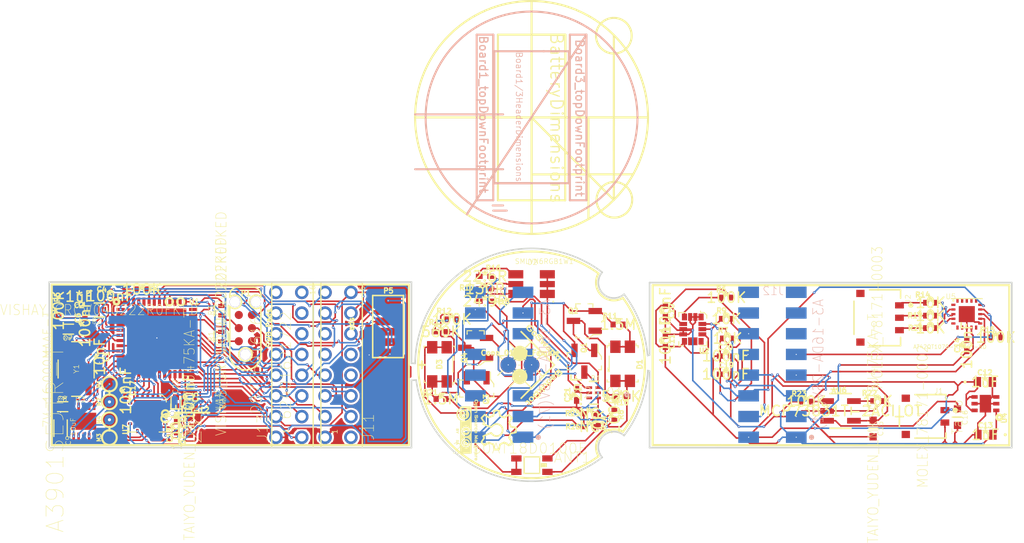
<source format=kicad_pcb>
(kicad_pcb (version 20171130) (host pcbnew "(5.0.0-3-g0214c9d)")
  (title_block (title BadukBot_PCB) (date 2018-10-25) (rev 0.1.0) (comment 1 "Licensed CC-BY-SA 4.0 By Caleb Cover") (comment 2 https://github.com/supersurfer92/SwarmUI-BadukBots))
  (layers (0 F.Cu signal) (31 B.Cu signal) (34 B.Paste user) (35 F.Paste user) (36 B.SilkS user) (37 F.SilkS user) (38 B.Mask user) (39 F.Mask user) (44 Edge.Cuts user))
  (net 0 "")
  (net 1 "Net-(ANT1-Pad1)")
  (net 2 "Net-(B1-Pad1)")
  (net 3 "Net-(B1-Pad6)")
  (net 4 MCU_X1_16MHZ)
  (net 5 MCU_X2_16MHZ)
  (net 6 "Net-(C22-Pad1)")
  (net 7 "Net-(D1-PadA)")
  (net 8 "Net-(D2-Pad6)")
  (net 9 "Net-(D2-Pad4)")
  (net 10 "Net-(D2-Pad5)")
  (net 11 "Net-(D3-PadA)")
  (net 12 "Net-(J1-Pad3)")
  (net 13 "Net-(J1-Pad4)")
  (net 14 "Net-(J2-Pad5)")
  (net 15 "Net-(J2-Pad4)")
  (net 16 "Net-(J2-Pad1)")
  (net 17 "Net-(J2-Pad2)")
  (net 18 "Net-(J2-Pad3)")
  (net 19 "Net-(Q1-Pad1)")
  (net 20 "Net-(Q3-Pad1)")
  (net 21 "Net-(P1-Pad2)")
  (net 22 SWDIO)
  (net 23 NRST)
  (net 24 "Net-(P1-Pad3)")
  (net 25 "Net-(P1-Pad4)")
  (net 26 SWCLK)
  (net 27 "Net-(R27-Pad2)")
  (net 28 "Net-(U1-Pad2)")
  (net 29 "Net-(U1-Pad3)")
  (net 30 "Net-(U1-Pad4)")
  (net 31 MOTOR_CONTROL1)
  (net 32 MOTOR_CONTROL2)
  (net 33 MOTOR_CONTROL3)
  (net 34 MOTOR_CONTROL4)
  (net 35 CSN)
  (net 36 SCK)
  (net 37 MISO)
  (net 38 MOSI)
  (net 39 RADIO_CE)
  (net 40 "Net-(U1-Pad27)")
  (net 41 "Net-(U1-Pad28)")
  (net 42 RADIO_CLK)
  (net 43 "Net-(U1-Pad33)")
  (net 44 "Net-(U1-Pad35)")
  (net 45 "Net-(U1-Pad36)")
  (net 46 RADIO_IRQ)
  (net 47 "Net-(U1-Pad39)")
  (net 48 "Net-(R4-Pad1)")
  (net 49 "Net-(U1-Pad45)")
  (net 50 "Net-(U7-Pad9)")
  (net 51 "Net-(R14-Pad1)")
  (net 52 "Net-(R19-Pad1)")
  (net 53 "Net-(R20-Pad1)")
  (net 54 "Net-(U2-Pad11)")
  (net 55 "Net-(U2-Pad10)")
  (net 56 "Net-(R22-Pad2)")
  (net 57 "Net-(U5-Pad6)")
  (net 58 "Net-(U5-Pad10)")
  (net 59 "Net-(U5-Pad20)")
  (net 60 "Net-(U5-Pad16)")
  (net 61 "Net-(U5-Pad1)")
  (net 62 "Net-(U5-Pad5)")
  (net 63 "Net-(U5-Pad19)")
  (net 64 "Net-(U5-Pad17)")
  (net 65 "Net-(U5-Pad18)")
  (net 66 "Net-(U5-Pad7)")
  (net 67 13a_ANT2)
  (net 68 12a_ANT1)
  (net 69 14a_VDD_PA)
  (net 70 1a_3.3v)
  (net 71 22a_VBAT)
  (net 72 15a_P4-1)
  (net 73 3a_PHOTODIODE1)
  (net 74 5a_RGBLED1)
  (net 75 7a_RGBLED3)
  (net 76 4a_PHOTODIODE2)
  (net 77 6a_RGBLED2)
  (net 78 15b_P4-1)
  (net 79 14b_VDD_PA)
  (net 80 13b_ANT2)
  (net 81 12b_ANT1)
  (net 82 11b_SCL)
  (net 83 10b_SDA)
  (net 84 9b_IO2)
  (net 85 7b_RGBLED3)
  (net 86 8b_IO1)
  (net 87 5b_RGBLED1)
  (net 88 6b_RGBLED2)
  (net 89 4b_PHOTODIODE2)
  (net 90 3b_PHOTODIODE1)
  (net 91 ~29a_TOUCH_CHG~)
  (net 92 27a_CHARGING)
  (net 93 26a_SCL)
  (net 94 25a_SDA)
  (net 95 24a_IMU_INT)
  (net 96 22b_VBAT)
  (net 97 24b_IMU_INT)
  (net 98 27b_CHARGING)
  (net 99 ~29b_TOUCH_CHG~)
  (net 100 21a_3.3v)
  (net 101 28a_P4-1)
  (net 102 2a_GND)
  (net 103 1b_3.3v)
  (net 104 "Net-(J12-Pad10)")
  (net 105 "Net-(J13-Pad10)")
  (net 106 2b_GND)
  (net 107 "Net-(J10-Pad16)")
  (net 108 "Net-(J11-Pad2)")
  (net 109 "Net-(J12-Pad16)")
  (net 110 "Net-(J12-Pad14)")
  (net 111 "Net-(J12-Pad12)")
  (net 112 "Net-(J12-Pad15)")
  (net 113 "Net-(J12-Pad13)")
  (net 114 "Net-(J12-Pad11)")
  (net 115 "Net-(J13-Pad11)")
  (net 116 "Net-(J13-Pad12)")
  (net 117 "Net-(J13-Pad13)")
  (net 118 "Net-(J13-Pad14)")
  (net 119 "Net-(J13-Pad15)")
  (net 120 "Net-(J13-Pad16)")
  (net 121 "Net-(M3-Pad1)")
  (net 122 "Net-(M4-Pad1)")
  (net 123 "Net-(M2-Pad1)")
  (net 124 "Net-(M1-Pad1)")
  (net 125 "Net-(P1-Pad6)")
  (net 126 "Net-(J11-Pad8)")
  (net 127 "Net-(J11-Pad9)")
  (net 128 "Net-(J11-Pad10)")
  (net 129 "Net-(J11-Pad11)")
  (net 130 "Net-(J10-Pad10)")
  (net 131 "Net-(J10-Pad8)")
  (net 132 "Net-(J10-Pad11)")
  (net 133 "Net-(J10-Pad9)")
  (net 134 23a_Ground)
  (net 135 "Net-(U2-Pad9)")
  (module A13:A13_1 (layer B.Cu) (at 113.77868 107.759148 270)
    (fp_text reference J10 (at -7.134148 0.55368 180) (layer B.SilkS) (effects (font (size 0.787402 0.787402) (thickness 0.05)) (justify mirror)))
    (fp_text value "A3-16DA-2SV(71)" (at -0.05 -3.8 270) (layer B.SilkS) (effects (font (size 1 0.9) (thickness 0.05)) (justify mirror)))
    (pad 16 smd rect (at -7.008176 2.927607 270) (size 1.1 2) (layers B.Cu B.Paste B.Mask) (net 107 "Net-(J10-Pad16)"))
    (pad 14 smd rect (at -5.008176 2.927607 270) (size 1.1 2) (layers B.Cu B.Paste B.Mask) (net 69 14a_VDD_PA))
    (pad 12 smd rect (at -3.008176 2.927607 270) (size 1.1 2) (layers B.Cu B.Paste B.Mask) (net 68 12a_ANT1))
    (pad 10 smd rect (at -1.008176 2.927607 270) (size 1.1 2) (layers B.Cu B.Paste B.Mask) (net 130 "Net-(J10-Pad10)"))
    (pad 8 smd rect (at 0.991824 2.927607 270) (size 1.1 2) (layers B.Cu B.Paste B.Mask) (net 131 "Net-(J10-Pad8)"))
    (pad 6 smd rect (at 2.991824 2.927607 270) (size 1.1 2) (layers B.Cu B.Paste B.Mask) (net 77 6a_RGBLED2))
    (pad 4 smd rect (at 4.991824 2.927607 270) (size 1.1 2) (layers B.Cu B.Paste B.Mask) (net 76 4a_PHOTODIODE2))
    (pad 2 smd rect (at 6.991824 2.927607 270) (size 1.1 2) (layers B.Cu B.Paste B.Mask) (net 102 2a_GND))
    (pad 15 smd rect (at -7.008176 -1.672393 270) (size 1.1 2) (layers B.Cu B.Paste B.Mask) (net 72 15a_P4-1))
    (pad 13 smd rect (at -5.008176 -1.672393 270) (size 1.1 2) (layers B.Cu B.Paste B.Mask) (net 67 13a_ANT2))
    (pad 11 smd rect (at -3.008176 -1.672393 270) (size 1.1 2) (layers B.Cu B.Paste B.Mask) (net 132 "Net-(J10-Pad11)"))
    (pad 9 smd rect (at -1.008176 -1.672393 270) (size 1.1 2) (layers B.Cu B.Paste B.Mask) (net 133 "Net-(J10-Pad9)"))
    (pad 7 smd rect (at 0.991824 -1.672393 270) (size 1.1 2) (layers B.Cu B.Paste B.Mask) (net 75 7a_RGBLED3))
    (pad 5 smd rect (at 2.991824 -1.672393 270) (size 1.1 2) (layers B.Cu B.Paste B.Mask) (net 74 5a_RGBLED1))
    (pad 3 smd rect (at 4.991824 -1.672393 270) (size 1.1 2) (layers B.Cu B.Paste B.Mask) (net 73 3a_PHOTODIODE1))
    (pad 1 smd rect (at 6.991824 -1.672393 270) (size 1.1 2) (layers B.Cu B.Paste B.Mask) (net 70 1a_3.3v))
  )
  (module A13:A13_1 (layer B.Cu) (at 140.17868 107.759148 270)
    (fp_text reference J12 (at -7.134148 0.55368 180) (layer B.SilkS) (effects (font (size 0.787402 0.787402) (thickness 0.05)) (justify mirror)))
    (fp_text value "A3-16DA-2SV(71)" (at -0.05 -3.8 270) (layer B.SilkS) (effects (font (size 1 0.9) (thickness 0.05)) (justify mirror)))
    (pad 16 smd rect (at -7.008176 2.927607 270) (size 1.1 2) (layers B.Cu B.Paste B.Mask) (net 109 "Net-(J12-Pad16)"))
    (pad 14 smd rect (at -5.008176 2.927607 270) (size 1.1 2) (layers B.Cu B.Paste B.Mask) (net 110 "Net-(J12-Pad14)"))
    (pad 12 smd rect (at -3.008176 2.927607 270) (size 1.1 2) (layers B.Cu B.Paste B.Mask) (net 111 "Net-(J12-Pad12)"))
    (pad 10 smd rect (at -1.008176 2.927607 270) (size 1.1 2) (layers B.Cu B.Paste B.Mask) (net 104 "Net-(J12-Pad10)"))
    (pad 8 smd rect (at 0.991824 2.927607 270) (size 1.1 2) (layers B.Cu B.Paste B.Mask) (net 101 28a_P4-1))
    (pad 6 smd rect (at 2.991824 2.927607 270) (size 1.1 2) (layers B.Cu B.Paste B.Mask) (net 93 26a_SCL))
    (pad 4 smd rect (at 4.991824 2.927607 270) (size 1.1 2) (layers B.Cu B.Paste B.Mask) (net 95 24a_IMU_INT))
    (pad 2 smd rect (at 6.991824 2.927607 270) (size 1.1 2) (layers B.Cu B.Paste B.Mask) (net 71 22a_VBAT))
    (pad 15 smd rect (at -7.008176 -1.672393 270) (size 1.1 2) (layers B.Cu B.Paste B.Mask) (net 112 "Net-(J12-Pad15)"))
    (pad 13 smd rect (at -5.008176 -1.672393 270) (size 1.1 2) (layers B.Cu B.Paste B.Mask) (net 113 "Net-(J12-Pad13)"))
    (pad 11 smd rect (at -3.008176 -1.672393 270) (size 1.1 2) (layers B.Cu B.Paste B.Mask) (net 114 "Net-(J12-Pad11)"))
    (pad 9 smd rect (at -1.008176 -1.672393 270) (size 1.1 2) (layers B.Cu B.Paste B.Mask) (net 91 ~29a_TOUCH_CHG~))
    (pad 7 smd rect (at 0.991824 -1.672393 270) (size 1.1 2) (layers B.Cu B.Paste B.Mask) (net 92 27a_CHARGING))
    (pad 5 smd rect (at 2.991824 -1.672393 270) (size 1.1 2) (layers B.Cu B.Paste B.Mask) (net 94 25a_SDA))
    (pad 3 smd rect (at 4.991824 -1.672393 270) (size 1.1 2) (layers B.Cu B.Paste B.Mask) (net 134 23a_Ground))
    (pad 1 smd rect (at 6.991824 -1.672393 270) (size 1.1 2) (layers B.Cu B.Paste B.Mask) (net 100 21a_3.3v))
  )
  (module 100nf:C0402C104K4RACTU (layer F.Cu) (at 81.97868 113.709148 270)
    (fp_text reference C18 (at 0.865852 0.65368 270) (layer F.SilkS) (effects (font (size 0.5 0.5) (thickness 0.125))))
    (fp_text value 100nF (at 0 0 270) (layer F.SilkS))
    (fp_text user * (at -0.009148 0.10368 270) (layer F.SilkS))
    (pad 2 smd rect (at 0.5334 0 270) (size 0.6604 0.508) (layers F.Cu F.Paste F.Mask) (net 103 1b_3.3v))
    (pad 1 smd rect (at -0.5334 0 270) (size 0.6604 0.508) (layers F.Cu F.Paste F.Mask) (net 106 2b_GND))
  )
  (module library:ExternalPort (layer F.Cu) (at 102.42868 104.059148 270)
    (fp_text reference P5 (at -3.459148 -0.02132 180) (layer F.SilkS) (effects (font (size 0.5 0.5) (thickness 0.125))))
    (fp_text value Pads (at 0 3.55 270) (layer F.SilkS) (effects (font (size 0.5 0.5) (thickness 0.125))))
    (pad 6 smd rect (at 2.5 0 270) (size 0.75 2.5) (layers F.Cu F.Paste F.Mask) (net 106 2b_GND))
    (pad 5 smd rect (at 1.5 0 270) (size 0.75 2.5) (layers F.Cu F.Paste F.Mask) (net 82 11b_SCL))
    (pad 4 smd rect (at 0.5 0 270) (size 0.75 2.5) (layers F.Cu F.Paste F.Mask) (net 83 10b_SDA))
    (pad 3 smd rect (at -0.5 0 270) (size 0.75 2.5) (layers F.Cu F.Paste F.Mask) (net 84 9b_IO2))
    (pad 2 smd rect (at -1.5 0 270) (size 0.75 2.5) (layers F.Cu F.Paste F.Mask) (net 86 8b_IO1))
    (pad 1 smd rect (at -2.5 0 270) (size 0.75 2.5) (layers F.Cu F.Paste F.Mask) (net 103 1b_3.3v))
  )
  (module Connector_DIN:Conn_01x02_Female (layer F.Cu) (at 115.17868 107.759148)
    (fp_text reference P4 (at -0.05 0.05) (layer F.SilkS) (effects (font (size 0.127 0.127) (thickness 0.03175))))
    (fp_text value Conn_01x02_Female (at 0 -1.15) (layer F.SilkS) (effects (font (size 0.5 0.5) (thickness 0.125))))
    (pad 1 smd circle (at -1.15 0) (size 1.524 1.524) (layers F.Cu F.Paste F.Mask) (net 72 15a_P4-1))
    (pad 2 smd circle (at 1.1 0) (size 1.524 1.524) (layers F.Cu F.Paste F.Mask) (net 102 2a_GND))
  )
  (module 16pos_2mm_RA:0877601616 (layer F.Cu) (at 92.82868 107.759148 270)
    (fp_text reference J13 (at 6.065852 2.55368 270) (layer F.SilkS) (effects (font (thickness 0.05))))
    (fp_text value 0877601616 (at 0 3.15 270) (layer F.SilkS) (effects (font (thickness 0.05))))
    (fp_text user 1 (at 6.4 0.3 270) (layer F.SilkS) (effects (font (size 0.5 0.5) (thickness 0.05))))
    (fp_text user 16 (at -7.234148 -2.29632 270) (layer F.SilkS) (effects (font (size 0.5 0.5) (thickness 0.05))))
    (fp_text user 1 (at 6.4 0.3 270) (layer F.SilkS) (effects (font (size 0.5 0.5) (thickness 0.05))))
    (pad 1 thru_hole circle (at 7 1.25 90) (size 1.308 1.308) (drill 0.8) (layers *.Cu *.Mask) (net 103 1b_3.3v))
    (pad 2 thru_hole circle (at 7 -1.25 90) (size 1.308 1.308) (drill 0.8) (layers *.Cu *.Mask) (net 96 22b_VBAT))
    (pad 3 thru_hole circle (at 5 1.25 90) (size 1.308 1.308) (drill 0.8) (layers *.Cu *.Mask) (net 106 2b_GND))
    (pad 4 thru_hole circle (at 5 -1.25 90) (size 1.308 1.308) (drill 0.8) (layers *.Cu *.Mask) (net 97 24b_IMU_INT))
    (pad 6 thru_hole circle (at 3 -1.25 90) (size 1.308 1.308) (drill 0.8) (layers *.Cu *.Mask) (net 82 11b_SCL))
    (pad 5 thru_hole circle (at 3 1.25 90) (size 1.308 1.308) (drill 0.8) (layers *.Cu *.Mask) (net 83 10b_SDA))
    (pad 8 thru_hole circle (at 1 -1.25 90) (size 1.308 1.308) (drill 0.8) (layers *.Cu *.Mask) (net 78 15b_P4-1))
    (pad 7 thru_hole circle (at 1 1.25 90) (size 1.308 1.308) (drill 0.8) (layers *.Cu *.Mask) (net 98 27b_CHARGING))
    (pad 9 thru_hole circle (at -1 1.25 90) (size 1.308 1.308) (drill 0.8) (layers *.Cu *.Mask) (net 99 ~29b_TOUCH_CHG~))
    (pad 10 thru_hole circle (at -1 -1.25 90) (size 1.308 1.308) (drill 0.8) (layers *.Cu *.Mask) (net 105 "Net-(J13-Pad10)"))
    (pad 11 thru_hole circle (at -3 1.25 90) (size 1.308 1.308) (drill 0.8) (layers *.Cu *.Mask) (net 115 "Net-(J13-Pad11)"))
    (pad 12 thru_hole circle (at -3 -1.25 90) (size 1.308 1.308) (drill 0.8) (layers *.Cu *.Mask) (net 116 "Net-(J13-Pad12)"))
    (pad 13 thru_hole circle (at -5 1.25 90) (size 1.308 1.308) (drill 0.8) (layers *.Cu *.Mask) (net 117 "Net-(J13-Pad13)"))
    (pad 14 thru_hole circle (at -5 -1.25 90) (size 1.308 1.308) (drill 0.8) (layers *.Cu *.Mask) (net 118 "Net-(J13-Pad14)"))
    (pad 15 thru_hole circle (at -7 1.25 90) (size 1.308 1.308) (drill 0.8) (layers *.Cu *.Mask) (net 119 "Net-(J13-Pad15)"))
    (pad 16 thru_hole circle (at -7 -1.25 90) (size 1.308 1.308) (drill 0.8) (layers *.Cu *.Mask) (net 120 "Net-(J13-Pad16)"))
  )
  (module 100nf:C0402C104K4RACTU (layer F.Cu) (at 73.12868 103.759148 270)
    (fp_text reference C6 (at -0.534148 0.67868 270) (layer F.SilkS) (effects (font (size 0.5 0.5) (thickness 0.125))))
    (fp_text value 100nF (at 0 0 270) (layer F.SilkS))
    (fp_text user * (at 0 0 270) (layer F.SilkS))
    (pad 2 smd rect (at 0.5334 0 270) (size 0.6604 0.508) (layers F.Cu F.Paste F.Mask) (net 106 2b_GND))
    (pad 1 smd rect (at -0.5334 0 270) (size 0.6604 0.508) (layers F.Cu F.Paste F.Mask) (net 23 NRST))
  )
  (module 2450AT18D0100E:DFN320X160X120-4RN (layer F.Cu) (at 116.31 117.45 180)
    (fp_text reference ANT1 (at -3.92 0.74 180) (layer F.SilkS) (effects (font (thickness 0.05))))
    (fp_text value 2450AT18D0100E (at 1.175 1.615 180) (layer F.SilkS) (effects (font (thickness 0.05))))
    (pad 2 smd rect (at 1.5 0.65 180) (size 1 0.6) (layers F.Cu F.Paste F.Mask) (net 102 2a_GND))
    (pad 3 smd rect (at 1.5 -0.65 180) (size 1 0.6) (layers F.Cu F.Paste F.Mask) (net 102 2a_GND))
    (pad 4 smd rect (at -1.5 -0.65 180) (size 1 0.6) (layers F.Cu F.Paste F.Mask) (net 102 2a_GND))
    (pad 1 smd rect (at -1.5 0.65 180) (size 1 0.6) (layers F.Cu F.Paste F.Mask) (net 1 "Net-(ANT1-Pad1)"))
  )
  (module vq:VQFN_20PAD (layer F.Cu) (at 158.32868 102.859148)
    (fp_text reference U5 (at -1.55 -1.7) (layer F.SilkS) (effects (font (size 0.5 0.5) (thickness 0.05))))
    (fp_text value AT42QT1070-MMHCT-ND (at -1.63183 3.15614) (layer F.SilkS) (effects (font (size 0.377296 0.377296) (thickness 0.05))))
    (pad 13 smd rect (at 1.3 0 180) (size 0.4 0.22) (layers F.Cu F.Paste F.Mask) (net 134 23a_Ground))
    (pad 12 smd rect (at 1.3 0.45 180) (size 0.4 0.22) (layers F.Cu F.Paste F.Mask) (net 94 25a_SDA))
    (pad 14 smd rect (at 1.3 -0.45 180) (size 0.4 0.22) (layers F.Cu F.Paste F.Mask) (net 91 ~29a_TOUCH_CHG~))
    (pad 3 smd rect (at -1.3 0 180) (size 0.4 0.22) (layers F.Cu F.Paste F.Mask) (net 52 "Net-(R19-Pad1)"))
    (pad 4 smd rect (at -1.3 0.45 180) (size 0.4 0.22) (layers F.Cu F.Paste F.Mask) (net 51 "Net-(R14-Pad1)"))
    (pad 2 smd rect (at -1.3 -0.45 180) (size 0.4 0.22) (layers F.Cu F.Paste F.Mask) (net 53 "Net-(R20-Pad1)"))
    (pad 8 smd rect (at 0 1.3 270) (size 0.4 0.22) (layers F.Cu F.Paste F.Mask) (net 134 23a_Ground))
    (pad 9 smd rect (at 0.45 1.3 270) (size 0.4 0.22) (layers F.Cu F.Paste F.Mask) (net 134 23a_Ground))
    (pad 7 smd rect (at -0.45 1.3 270) (size 0.4 0.22) (layers F.Cu F.Paste F.Mask) (net 66 "Net-(U5-Pad7)"))
    (pad 18 smd rect (at 0 -1.3 270) (size 0.4 0.22) (layers F.Cu F.Paste F.Mask) (net 65 "Net-(U5-Pad18)"))
    (pad 17 smd rect (at 0.45 -1.3 270) (size 0.4 0.22) (layers F.Cu F.Paste F.Mask) (net 64 "Net-(U5-Pad17)"))
    (pad 19 smd rect (at -0.45 -1.3 270) (size 0.4 0.22) (layers F.Cu F.Paste F.Mask) (net 63 "Net-(U5-Pad19)"))
    (pad 11 smd rect (at 1.3 0.9 180) (size 0.4 0.22) (layers F.Cu F.Paste F.Mask) (net 134 23a_Ground))
    (pad 5 smd rect (at -1.3 0.9 180) (size 0.4 0.22) (layers F.Cu F.Paste F.Mask) (net 62 "Net-(U5-Pad5)"))
    (pad 15 smd rect (at 1.3 -0.9 180) (size 0.4 0.22) (layers F.Cu F.Paste F.Mask) (net 93 26a_SCL))
    (pad 1 smd rect (at -1.3 -0.9 180) (size 0.4 0.22) (layers F.Cu F.Paste F.Mask) (net 61 "Net-(U5-Pad1)"))
    (pad 16 smd rect (at 0.9 -1.3 270) (size 0.4 0.22) (layers F.Cu F.Paste F.Mask) (net 60 "Net-(U5-Pad16)"))
    (pad 20 smd rect (at -0.9 -1.3 270) (size 0.4 0.22) (layers F.Cu F.Paste F.Mask) (net 59 "Net-(U5-Pad20)"))
    (pad 10 smd rect (at 0.9 1.3 270) (size 0.4 0.22) (layers F.Cu F.Paste F.Mask) (net 58 "Net-(U5-Pad10)"))
    (pad 6 smd rect (at -0.9 1.3 270) (size 0.4 0.22) (layers F.Cu F.Paste F.Mask) (net 57 "Net-(U5-Pad6)"))
    (pad 44 smd rect (at 0 0 180) (size 1.55 1.55) (layers F.Cu F.Paste F.Mask) (net 134 23a_Ground))
  )
  (module 16pos_2mm_RA:0877601616 (layer F.Cu) (at 97.57868 107.759148 270)
    (fp_text reference J11 (at 6.015852 -2.97132 270) (layer F.SilkS) (effects (font (thickness 0.05))))
    (fp_text value 62401621722 (at 0.05 5.05 270) (layer F.SilkS) (effects (font (thickness 0.05))))
    (fp_text user 1 (at 6.45 0.3 270) (layer F.SilkS) (effects (font (size 0.5 0.5) (thickness 0.05))))
    (fp_text user 16 (at -7.159148 -2.34632 270) (layer F.SilkS) (effects (font (size 0.5 0.5) (thickness 0.05))))
    (fp_text user 1 (at 6.45 0.3 270) (layer F.SilkS) (effects (font (size 0.5 0.5) (thickness 0.05))))
    (pad 1 thru_hole circle (at 7 1.25 90) (size 1.308 1.308) (drill 0.8) (layers *.Cu *.Mask) (net 103 1b_3.3v))
    (pad 2 thru_hole circle (at 7 -1.25 90) (size 1.308 1.308) (drill 0.8) (layers *.Cu *.Mask) (net 108 "Net-(J11-Pad2)"))
    (pad 3 thru_hole circle (at 5 1.25 90) (size 1.308 1.308) (drill 0.8) (layers *.Cu *.Mask) (net 90 3b_PHOTODIODE1))
    (pad 4 thru_hole circle (at 5 -1.25 90) (size 1.308 1.308) (drill 0.8) (layers *.Cu *.Mask) (net 89 4b_PHOTODIODE2))
    (pad 6 thru_hole circle (at 3 -1.25 90) (size 1.308 1.308) (drill 0.8) (layers *.Cu *.Mask) (net 88 6b_RGBLED2))
    (pad 5 thru_hole circle (at 3 1.25 90) (size 1.308 1.308) (drill 0.8) (layers *.Cu *.Mask) (net 87 5b_RGBLED1))
    (pad 8 thru_hole circle (at 1 -1.25 90) (size 1.308 1.308) (drill 0.8) (layers *.Cu *.Mask) (net 126 "Net-(J11-Pad8)"))
    (pad 7 thru_hole circle (at 1 1.25 90) (size 1.308 1.308) (drill 0.8) (layers *.Cu *.Mask) (net 85 7b_RGBLED3))
    (pad 9 thru_hole circle (at -1 1.25 90) (size 1.308 1.308) (drill 0.8) (layers *.Cu *.Mask) (net 127 "Net-(J11-Pad9)"))
    (pad 10 thru_hole circle (at -1 -1.25 90) (size 1.308 1.308) (drill 0.8) (layers *.Cu *.Mask) (net 128 "Net-(J11-Pad10)"))
    (pad 11 thru_hole circle (at -3 1.25 90) (size 1.308 1.308) (drill 0.8) (layers *.Cu *.Mask) (net 129 "Net-(J11-Pad11)"))
    (pad 12 thru_hole circle (at -3 -1.25 90) (size 1.308 1.308) (drill 0.8) (layers *.Cu *.Mask) (net 81 12b_ANT1))
    (pad 13 thru_hole circle (at -5 1.25 90) (size 1.308 1.308) (drill 0.8) (layers *.Cu *.Mask) (net 80 13b_ANT2))
    (pad 14 thru_hole circle (at -5 -1.25 90) (size 1.308 1.308) (drill 0.8) (layers *.Cu *.Mask) (net 79 14b_VDD_PA))
    (pad 15 thru_hole circle (at -7 1.25 90) (size 1.308 1.308) (drill 0.8) (layers *.Cu *.Mask) (net 78 15b_P4-1))
    (pad 16 thru_hole circle (at -7 -1.25 90) (size 1.308 1.308) (drill 0.8) (layers *.Cu *.Mask) (net 106 2b_GND))
  )
  (module 10uF:CAPC1608X9N (layer F.Cu) (at 70.775 113.875 90)
    (fp_text reference C9 (at -1.2 0.75 90) (layer F.SilkS) (effects (font (size 0.480732 0.480732) (thickness 0.05))))
    (fp_text value 10uF (at 0.12711 1.22026 90) (layer F.SilkS) (effects (font (size 0.480416 0.480416) (thickness 0.05))))
    (pad 2 smd rect (at 0.75 0 90) (size 0.93 0.93) (layers F.Cu F.Paste F.Mask) (net 106 2b_GND))
    (pad 1 smd rect (at -0.75 0 90) (size 0.93 0.93) (layers F.Cu F.Paste F.Mask) (net 103 1b_3.3v))
  )
  (module 1uF:0603ZD105KAT2A (layer F.Cu) (at 160.07868 109.409148)
    (fp_text reference C12 (at 0 -0.9) (layer F.SilkS) (effects (font (size 0.5 0.5) (thickness 0.125))))
    (fp_text value 1uF (at 0 0) (layer F.SilkS))
    (fp_text user * (at 0 0) (layer F.SilkS))
    (pad 2 smd rect (at 0.7239 0) (size 0.7112 0.9652) (layers F.Cu F.Paste F.Mask) (net 134 23a_Ground))
    (pad 1 smd rect (at -0.7239 0) (size 0.7112 0.9652) (layers F.Cu F.Paste F.Mask) (net 71 22a_VBAT))
  )
  (module 1uF:0603ZD105KAT2A (layer F.Cu) (at 72.57868 101.159148)
    (fp_text reference C2 (at -0.02868 0.840852) (layer F.SilkS) (effects (font (size 0.5 0.5) (thickness 0.125))))
    (fp_text value 1uF (at 0 0) (layer F.SilkS))
    (fp_text user * (at 0 0) (layer F.SilkS))
    (pad 2 smd rect (at 0.7239 0) (size 0.7112 0.9652) (layers F.Cu F.Paste F.Mask) (net 106 2b_GND))
    (pad 1 smd rect (at -0.7239 0) (size 0.7112 0.9652) (layers F.Cu F.Paste F.Mask) (net 103 1b_3.3v))
  )
  (module 1uF:0603ZD105KAT2A (layer F.Cu) (at 160.12868 114.509148 180)
    (fp_text reference C13 (at 0 0.9 180) (layer F.SilkS) (effects (font (size 0.5 0.5) (thickness 0.125))))
    (fp_text value 1uF (at 0 0 180) (layer F.SilkS))
    (fp_text user * (at 0 0 180) (layer F.SilkS))
    (pad 2 smd rect (at 0.7239 0 180) (size 0.7112 0.9652) (layers F.Cu F.Paste F.Mask) (net 134 23a_Ground))
    (pad 1 smd rect (at -0.7239 0 180) (size 0.7112 0.9652) (layers F.Cu F.Paste F.Mask) (net 100 21a_3.3v))
  )
  (module 33nF:CAPC1005X55N (layer F.Cu) (at 81.92868 111.309148 90)
    (fp_text reference C22 (at 1.45 -0.05 90) (layer F.SilkS) (effects (font (size 0.5 0.5) (thickness 0.05))))
    (fp_text value 33nF (at -0.038286 0.854076 90) (layer F.SilkS) (effects (font (size 0.241833 0.241833) (thickness 0.05))))
    (pad 2 smd rect (at 0.43 0 180) (size 0.6 0.54) (layers F.Cu F.Paste F.Mask) (net 106 2b_GND))
    (pad 1 smd rect (at -0.43 0 180) (size 0.6 0.54) (layers F.Cu F.Paste F.Mask) (net 6 "Net-(C22-Pad1)"))
  )
  (module JOHANSON_2450BM14A0002T:JOHANSON_2450BM14A0002T_0 (layer F.Cu) (at 122.27868 110.459148 180)
    (fp_text reference B1 (at -0.2 1.4 180) (layer F.SilkS) (effects (font (size 0.5 0.5) (thickness 0.05))))
    (fp_text value nrf24l01 (at 0 0 180) (layer F.SilkS) (effects (font (size 1 0.9) (thickness 0.05))))
    (pad 6 smd rect (at 0.425 -0.5 180) (size 0.55 0.25) (layers F.Cu F.Paste F.Mask) (net 3 "Net-(B1-Pad6)"))
    (pad 5 smd rect (at 0.425 0 180) (size 0.55 0.25) (layers F.Cu F.Paste F.Mask) (net 69 14a_VDD_PA))
    (pad 4 smd rect (at 0.425 0.5 180) (size 0.55 0.25) (layers F.Cu F.Paste F.Mask) (net 68 12a_ANT1))
    (pad 3 smd rect (at -0.425 0.5 180) (size 0.55 0.25) (layers F.Cu F.Paste F.Mask) (net 67 13a_ANT2))
    (pad 2 smd rect (at -0.425 0 180) (size 0.55 0.25) (layers F.Cu F.Paste F.Mask) (net 102 2a_GND))
    (pad 1 smd rect (at -0.425 -0.5 180) (size 0.55 0.25) (layers F.Cu F.Paste F.Mask) (net 2 "Net-(B1-Pad1)"))
  )
  (module 22pf_GRM1555C1H220JA01D:CAPC1005X55N (layer F.Cu) (at 71.52868 104.309148)
    (fp_text reference C7 (at -0.07868 0.865852) (layer F.SilkS) (effects (font (size 0.5 0.5) (thickness 0.05))))
    (fp_text value 22pF (at -0.038151 0.851042) (layer F.SilkS) (effects (font (size 0.240973 0.240973) (thickness 0.05))))
    (pad 2 smd rect (at 0.43 0 90) (size 0.6 0.54) (layers F.Cu F.Paste F.Mask) (net 106 2b_GND))
    (pad 1 smd rect (at -0.43 0 90) (size 0.6 0.54) (layers F.Cu F.Paste F.Mask) (net 4 MCU_X1_16MHZ))
  )
  (module 22pf_GRM1555C1H220JA01D:CAPC1005X55N (layer F.Cu) (at 70.975 111.8 180)
    (fp_text reference C8 (at 0.05 0.75 180) (layer F.SilkS) (effects (font (size 0.5 0.5) (thickness 0.05))))
    (fp_text value 22pF (at -0.038151 0.851042 180) (layer F.SilkS) (effects (font (size 0.240973 0.240973) (thickness 0.05))))
    (pad 2 smd rect (at 0.43 0 270) (size 0.6 0.54) (layers F.Cu F.Paste F.Mask) (net 106 2b_GND))
    (pad 1 smd rect (at -0.43 0 270) (size 0.6 0.54) (layers F.Cu F.Paste F.Mask) (net 5 MCU_X2_16MHZ))
  )
  (module TAIYO_YUDEN_LMK107BJ475KA-T:TAIYO_YUDEN_LMK107BJ475KA-T_0 (layer F.Cu) (at 83.22868 113.659148 270)
    (fp_text reference C3 (at 0 -0.7 270) (layer F.SilkS) (effects (font (size 0.5 0.5) (thickness 0.05))))
    (fp_text value TAIYO_YUDEN_LMK107BJ475KA-T (at 0 0 270) (layer F.SilkS) (effects (font (size 1 0.9) (thickness 0.05))))
    (pad 2 smd rect (at 0.8 0 270) (size 0.7 0.7) (layers F.Cu F.Paste F.Mask) (net 106 2b_GND))
    (pad 1 smd rect (at -0.8 0 270) (size 0.7 0.7) (layers F.Cu F.Paste F.Mask) (net 103 1b_3.3v))
  )
  (module TAIYO_YUDEN_LMK107BJ475KA-T:TAIYO_YUDEN_LMK107BJ475KA-T_0 (layer F.Cu) (at 149.27868 113.909148 270)
    (fp_text reference C15 (at 0.015852 -0.72132 270) (layer F.SilkS) (effects (font (size 0.5 0.5) (thickness 0.05))))
    (fp_text value TAIYO_YUDEN_LMK107BJ475KA-T (at 0 0 270) (layer F.SilkS) (effects (font (size 1 0.9) (thickness 0.05))))
    (pad 2 smd rect (at 0.8 0 270) (size 0.7 0.7) (layers F.Cu F.Paste F.Mask) (net 134 23a_Ground))
    (pad 1 smd rect (at -0.8 0 270) (size 0.7 0.7) (layers F.Cu F.Paste F.Mask) (net 101 28a_P4-1))
  )
  (module TAIYO_YUDEN_LMK107BJ475KA-T:TAIYO_YUDEN_LMK107BJ475KA-T_0 (layer F.Cu) (at 157.42868 112.809148 270)
    (fp_text reference C16 (at 0.040852 -0.72132 270) (layer F.SilkS) (effects (font (size 0.5 0.5) (thickness 0.05))))
    (fp_text value Taiyo (at 0 0 270) (layer F.SilkS) (effects (font (size 1 0.9) (thickness 0.05))))
    (pad 2 smd rect (at 0.8 0 270) (size 0.7 0.7) (layers F.Cu F.Paste F.Mask) (net 134 23a_Ground))
    (pad 1 smd rect (at -0.8 0 270) (size 0.7 0.7) (layers F.Cu F.Paste F.Mask) (net 71 22a_VBAT))
  )
  (module SMLVN6RGB1W1:LED310X280X60-6N (layer F.Cu) (at 116.27868 99.959148 180)
    (fp_text reference D2 (at -0.098309 2.119884 180) (layer F.SilkS) (effects (font (size 0.5 0.5) (thickness 0.05))))
    (fp_text value SMLVN6RGB1W1 (at -1.22656 2.19618 180) (layer F.SilkS) (effects (font (size 0.480216 0.480216) (thickness 0.05))))
    (pad 5 smd rect (at 1.525 0 180) (size 1.45 0.6) (layers F.Cu F.Paste F.Mask) (net 10 "Net-(D2-Pad5)"))
    (pad 2 smd rect (at -1.525 0 180) (size 1.45 0.6) (layers F.Cu F.Paste F.Mask) (net 70 1a_3.3v))
    (pad 4 smd rect (at 1.525 0.95 180) (size 1.45 0.8) (layers F.Cu F.Paste F.Mask) (net 9 "Net-(D2-Pad4)"))
    (pad 6 smd rect (at 1.525 -0.95 180) (size 1.45 0.8) (layers F.Cu F.Paste F.Mask) (net 8 "Net-(D2-Pad6)"))
    (pad 3 smd rect (at -1.525 0.95 180) (size 1.45 0.8) (layers F.Cu F.Paste F.Mask) (net 70 1a_3.3v))
    (pad 1 smd rect (at -1.525 -0.95 180) (size 1.45 0.8) (layers F.Cu F.Paste F.Mask) (net 70 1a_3.3v))
  )
  (module MOLEX_78171-0002:MOLEX_78171-0002_0 (layer F.Cu) (at 154.065778 112.734148 270)
    (fp_text reference J1 (at -2.45 -1.55) (layer F.SilkS) (effects (font (size 0.5 0.5) (thickness 0.05))))
    (fp_text value MOLEX_78171-0002 (at 0 0 270) (layer F.SilkS) (effects (font (size 1 0.9) (thickness 0.05))))
    (pad 2 smd rect (at 0.6 -2.145 270) (size 0.6 0.85) (layers F.Cu F.Paste F.Mask) (net 134 23a_Ground))
    (pad 1 smd rect (at -0.6 -2.145 270) (size 0.6 0.85) (layers F.Cu F.Paste F.Mask) (net 71 22a_VBAT))
    (pad 4 smd rect (at 1.75 1.63 270) (size 0.7 0.8) (layers F.Cu F.Paste F.Mask) (net 13 "Net-(J1-Pad4)"))
    (pad 3 smd rect (at -1.75 1.63 270) (size 0.7 0.8) (layers F.Cu F.Paste F.Mask) (net 12 "Net-(J1-Pad3)"))
  )
  (module MOLEX_78171-0003:MOLEX_78171-0003_0 (layer F.Cu) (at 149.67868 103.209148 270)
    (fp_text reference J2 (at -1.834148 -2.97132 270) (layer F.SilkS) (effects (font (size 0.5 0.5) (thickness 0.05))))
    (fp_text value MOLEX_78171-0003 (at 0 0 270) (layer F.SilkS) (effects (font (size 1 0.9) (thickness 0.05))))
    (pad 5 smd rect (at 2.35 1.63 270) (size 0.7 0.8) (layers F.Cu F.Paste F.Mask) (net 14 "Net-(J2-Pad5)"))
    (pad 4 smd rect (at -2.35 1.63 270) (size 0.7 0.8) (layers F.Cu F.Paste F.Mask) (net 15 "Net-(J2-Pad4)"))
    (pad 1 smd rect (at -1.2 -2.145 270) (size 0.6 0.85) (layers F.Cu F.Paste F.Mask) (net 16 "Net-(J2-Pad1)"))
    (pad 2 smd rect (at 0 -2.145 270) (size 0.6 0.85) (layers F.Cu F.Paste F.Mask) (net 17 "Net-(J2-Pad2)"))
    (pad 3 smd rect (at 1.2 -2.145 270) (size 0.6 0.85) (layers F.Cu F.Paste F.Mask) (net 18 "Net-(J2-Pad3)"))
  )
  (module 22r:VISHAY_CRCW040222R0FKED_0 (layer F.Cu) (at 86.285169 105.02971 90)
    (fp_text reference R1 (at 0.022686 -0.967568 90) (layer F.SilkS) (effects (font (size 0.5 0.5) (thickness 0.05))))
    (fp_text value VISHAY_CRCW040222R0FKED (at 0 0 90) (layer F.SilkS) (effects (font (size 1 0.9) (thickness 0.05))))
    (pad 2 smd rect (at 0.45 0 90) (size 0.4 0.6) (layers F.Cu F.Paste F.Mask) (net 22 SWDIO))
    (pad 1 smd rect (at -0.45 0 90) (size 0.4 0.6) (layers F.Cu F.Paste F.Mask) (net 21 "Net-(P1-Pad2)"))
  )
  (module 22r:VISHAY_CRCW040222R0FKED_0 (layer F.Cu) (at 74.52868 102.459148 180)
    (fp_text reference R2 (at 0.25368 -1.090852 180) (layer F.SilkS) (effects (font (size 0.5 0.5) (thickness 0.05))))
    (fp_text value VISHAY_CRCW040222R0FKED (at 0 0 180) (layer F.SilkS) (effects (font (size 1 0.9) (thickness 0.05))))
    (pad 2 smd rect (at 0.45 0 180) (size 0.4 0.6) (layers F.Cu F.Paste F.Mask) (net 23 NRST))
    (pad 1 smd rect (at -0.45 0 180) (size 0.4 0.6) (layers F.Cu F.Paste F.Mask) (net 24 "Net-(P1-Pad3)"))
  )
  (module 22r:VISHAY_CRCW040222R0FKED_0 (layer F.Cu) (at 86.30678 102.52063 90)
    (fp_text reference R3 (at 0.022686 -0.98178 90) (layer F.SilkS) (effects (font (size 0.5 0.5) (thickness 0.05))))
    (fp_text value VISHAY_CRCW040222R0FKED (at 0 0 90) (layer F.SilkS) (effects (font (size 1 0.9) (thickness 0.05))))
    (pad 2 smd rect (at 0.45 0 90) (size 0.4 0.6) (layers F.Cu F.Paste F.Mask) (net 26 SWCLK))
    (pad 1 smd rect (at -0.45 0 90) (size 0.4 0.6) (layers F.Cu F.Paste F.Mask) (net 25 "Net-(P1-Pad4)"))
  )
  (module 22K:RESC1005X40N (layer F.Cu) (at 85.732648 111.318904 270)
    (fp_text reference R27 (at 0.014499 -0.692352 270) (layer F.SilkS) (effects (font (size 0.5 0.5) (thickness 0.05))))
    (fp_text value 22K (at 1.75592 2.13766 270) (layer F.SilkS) (effects (font (size 1.64312 1.64312) (thickness 0.05))))
    (pad 2 smd rect (at 0.5842 0 270) (size 0.6604 0.6096) (layers F.Cu F.Paste F.Mask) (net 27 "Net-(R27-Pad2)"))
    (pad 1 smd rect (at -0.5842 0 270) (size 0.6604 0.6096) (layers F.Cu F.Paste F.Mask) (net 106 2b_GND))
  )
  (module STM32F051C8U6:QFN50P700X700X65-49N-D (layer F.Cu) (at 80.07868 105.159148)
    (fp_text reference U1 (at 3.6 -3.5) (layer F.SilkS) (effects (font (size 0.5 0.5) (thickness 0.125))))
    (fp_text value STM32F051C8U6 hide)
    (pad 49 smd rect (at 0 0) (size 5.7 5.7) (layers F.Cu F.Paste F.Mask) (net 106 2b_GND))
    (pad 48 smd rect (at -2.75 -3.5) (size 0.3 0.8) (layers F.Cu F.Paste F.Mask) (net 103 1b_3.3v))
    (pad 47 smd rect (at -2.25 -3.5) (size 0.3 0.8) (layers F.Cu F.Paste F.Mask) (net 106 2b_GND))
    (pad 46 smd rect (at -1.75 -3.5) (size 0.3 0.8) (layers F.Cu F.Paste F.Mask) (net 90 3b_PHOTODIODE1))
    (pad 45 smd rect (at -1.25 -3.5) (size 0.3 0.8) (layers F.Cu F.Paste F.Mask) (net 49 "Net-(U1-Pad45)"))
    (pad 44 smd rect (at -0.75 -3.5) (size 0.3 0.8) (layers F.Cu F.Paste F.Mask) (net 48 "Net-(R4-Pad1)"))
    (pad 43 smd rect (at -0.25 -3.5) (size 0.3 0.8) (layers F.Cu F.Paste F.Mask) (net 83 10b_SDA))
    (pad 42 smd rect (at 0.25 -3.5) (size 0.3 0.8) (layers F.Cu F.Paste F.Mask) (net 82 11b_SCL))
    (pad 41 smd rect (at 0.75 -3.5) (size 0.3 0.8) (layers F.Cu F.Paste F.Mask) (net 84 9b_IO2))
    (pad 40 smd rect (at 1.25 -3.5) (size 0.3 0.8) (layers F.Cu F.Paste F.Mask) (net 86 8b_IO1))
    (pad 39 smd rect (at 1.75 -3.5) (size 0.3 0.8) (layers F.Cu F.Paste F.Mask) (net 47 "Net-(U1-Pad39)"))
    (pad 38 smd rect (at 2.25 -3.5) (size 0.3 0.8) (layers F.Cu F.Paste F.Mask) (net 46 RADIO_IRQ))
    (pad 37 smd rect (at 2.75 -3.5) (size 0.3 0.8) (layers F.Cu F.Paste F.Mask) (net 26 SWCLK))
    (pad 36 smd rect (at 3.5 -2.75 90) (size 0.3 0.8) (layers F.Cu F.Paste F.Mask) (net 45 "Net-(U1-Pad36)"))
    (pad 35 smd rect (at 3.5 -2.25 90) (size 0.3 0.8) (layers F.Cu F.Paste F.Mask) (net 44 "Net-(U1-Pad35)"))
    (pad 34 smd rect (at 3.5 -1.75 90) (size 0.3 0.8) (layers F.Cu F.Paste F.Mask) (net 22 SWDIO))
    (pad 33 smd rect (at 3.5 -1.25 90) (size 0.3 0.8) (layers F.Cu F.Paste F.Mask) (net 43 "Net-(U1-Pad33)"))
    (pad 32 smd rect (at 3.5 -0.75 90) (size 0.3 0.8) (layers F.Cu F.Paste F.Mask) (net 88 6b_RGBLED2))
    (pad 31 smd rect (at 3.5 -0.25 90) (size 0.3 0.8) (layers F.Cu F.Paste F.Mask) (net 87 5b_RGBLED1))
    (pad 30 smd rect (at 3.5 0.25 90) (size 0.3 0.8) (layers F.Cu F.Paste F.Mask) (net 85 7b_RGBLED3))
    (pad 29 smd rect (at 3.5 0.75 90) (size 0.3 0.8) (layers F.Cu F.Paste F.Mask) (net 42 RADIO_CLK))
    (pad 28 smd rect (at 3.5 1.25 90) (size 0.3 0.8) (layers F.Cu F.Paste F.Mask) (net 41 "Net-(U1-Pad28)"))
    (pad 27 smd rect (at 3.5 1.75 90) (size 0.3 0.8) (layers F.Cu F.Paste F.Mask) (net 40 "Net-(U1-Pad27)"))
    (pad 26 smd rect (at 3.5 2.25 90) (size 0.3 0.8) (layers F.Cu F.Paste F.Mask) (net 98 27b_CHARGING))
    (pad 25 smd rect (at 3.5 2.75 90) (size 0.3 0.8) (layers F.Cu F.Paste F.Mask) (net 97 24b_IMU_INT))
    (pad 24 smd rect (at 2.75 3.5) (size 0.3 0.8) (layers F.Cu F.Paste F.Mask) (net 103 1b_3.3v))
    (pad 23 smd rect (at 2.25 3.5) (size 0.3 0.8) (layers F.Cu F.Paste F.Mask) (net 106 2b_GND))
    (pad 22 smd rect (at 1.75 3.5) (size 0.3 0.8) (layers F.Cu F.Paste F.Mask) (net 83 10b_SDA))
    (pad 21 smd rect (at 1.25 3.5) (size 0.3 0.8) (layers F.Cu F.Paste F.Mask) (net 82 11b_SCL))
    (pad 20 smd rect (at 0.75 3.5) (size 0.3 0.8) (layers F.Cu F.Paste F.Mask) (net 99 ~29b_TOUCH_CHG~))
    (pad 19 smd rect (at 0.25 3.5) (size 0.3 0.8) (layers F.Cu F.Paste F.Mask) (net 89 4b_PHOTODIODE2))
    (pad 18 smd rect (at -0.25 3.5) (size 0.3 0.8) (layers F.Cu F.Paste F.Mask) (net 39 RADIO_CE))
    (pad 17 smd rect (at -0.75 3.5) (size 0.3 0.8) (layers F.Cu F.Paste F.Mask) (net 38 MOSI))
    (pad 16 smd rect (at -1.25 3.5) (size 0.3 0.8) (layers F.Cu F.Paste F.Mask) (net 37 MISO))
    (pad 15 smd rect (at -1.75 3.5) (size 0.3 0.8) (layers F.Cu F.Paste F.Mask) (net 36 SCK))
    (pad 14 smd rect (at -2.25 3.5) (size 0.3 0.8) (layers F.Cu F.Paste F.Mask) (net 35 CSN))
    (pad 13 smd rect (at -2.75 3.5) (size 0.3 0.8) (layers F.Cu F.Paste F.Mask) (net 34 MOTOR_CONTROL4))
    (pad 12 smd rect (at -3.5 2.75 90) (size 0.3 0.8) (layers F.Cu F.Paste F.Mask) (net 33 MOTOR_CONTROL3))
    (pad 11 smd rect (at -3.5 2.25 90) (size 0.3 0.8) (layers F.Cu F.Paste F.Mask) (net 32 MOTOR_CONTROL2))
    (pad 10 smd rect (at -3.5 1.75 90) (size 0.3 0.8) (layers F.Cu F.Paste F.Mask) (net 31 MOTOR_CONTROL1))
    (pad 9 smd rect (at -3.5 1.25 90) (size 0.3 0.8) (layers F.Cu F.Paste F.Mask) (net 103 1b_3.3v))
    (pad 8 smd rect (at -3.5 0.75 90) (size 0.3 0.8) (layers F.Cu F.Paste F.Mask) (net 106 2b_GND))
    (pad 7 smd rect (at -3.5 0.25 90) (size 0.3 0.8) (layers F.Cu F.Paste F.Mask) (net 23 NRST))
    (pad 6 smd rect (at -3.5 -0.25 90) (size 0.3 0.8) (layers F.Cu F.Paste F.Mask) (net 5 MCU_X2_16MHZ))
    (pad 5 smd rect (at -3.5 -0.75 90) (size 0.3 0.8) (layers F.Cu F.Paste F.Mask) (net 4 MCU_X1_16MHZ))
    (pad 4 smd rect (at -3.5 -1.25 90) (size 0.3 0.8) (layers F.Cu F.Paste F.Mask) (net 30 "Net-(U1-Pad4)"))
    (pad 3 smd rect (at -3.5 -1.75 90) (size 0.3 0.8) (layers F.Cu F.Paste F.Mask) (net 29 "Net-(U1-Pad3)"))
    (pad 2 smd rect (at -3.5 -2.25 90) (size 0.3 0.8) (layers F.Cu F.Paste F.Mask) (net 28 "Net-(U1-Pad2)"))
    (pad 1 smd rect (at -3.5 -2.75 90) (size 0.3 0.8) (layers F.Cu F.Paste F.Mask) (net 96 22b_VBAT))
  )
  (module A3901SEJTR-T:DFN300X300X75-11N (layer F.Cu) (at 73.025 113.209148 270)
    (fp_text reference U3 (at -2.084148 0.35) (layer F.SilkS) (effects (font (size 0.5 0.5) (thickness 0.05))))
    (fp_text value A3901SEJTR-T (at 1.75343 2.76994 270) (layer F.SilkS) (effects (font (size 1.64079 1.64079) (thickness 0.05))))
    (pad 11 smd rect (at 0 0 270) (size 1.651 2.3876) (layers F.Cu F.Paste F.Mask) (net 106 2b_GND))
    (pad 10 smd rect (at 1.4478 -0.9906 270) (size 0.7112 0.254) (layers F.Cu F.Paste F.Mask) (net 121 "Net-(M3-Pad1)"))
    (pad 9 smd rect (at 1.4478 -0.508 270) (size 0.7112 0.254) (layers F.Cu F.Paste F.Mask) (net 122 "Net-(M4-Pad1)"))
    (pad 8 smd rect (at 1.4478 0 270) (size 0.7112 0.254) (layers F.Cu F.Paste F.Mask) (net 103 1b_3.3v))
    (pad 7 smd rect (at 1.4478 0.508 270) (size 0.7112 0.254) (layers F.Cu F.Paste F.Mask) (net 123 "Net-(M2-Pad1)"))
    (pad 6 smd rect (at 1.4478 0.9906 270) (size 0.7112 0.254) (layers F.Cu F.Paste F.Mask) (net 124 "Net-(M1-Pad1)"))
    (pad 5 smd rect (at -1.4478 0.9906 270) (size 0.7112 0.254) (layers F.Cu F.Paste F.Mask) (net 34 MOTOR_CONTROL4))
    (pad 4 smd rect (at -1.4478 0.508 270) (size 0.7112 0.254) (layers F.Cu F.Paste F.Mask) (net 33 MOTOR_CONTROL3))
    (pad 3 smd rect (at -1.4478 0 270) (size 0.7112 0.254) (layers F.Cu F.Paste F.Mask) (net 106 2b_GND))
    (pad 2 smd rect (at -1.4478 -0.508 270) (size 0.7112 0.254) (layers F.Cu F.Paste F.Mask) (net 32 MOTOR_CONTROL2))
    (pad 1 smd rect (at -1.4478 -0.9906 270) (size 0.7112 0.254) (layers F.Cu F.Paste F.Mask) (net 31 MOTOR_CONTROL1))
  )
  (module ADP122ACPZ-3.3-R7:SON65P200X200X60-7N-D (layer F.Cu) (at 160.12868 111.509148 180)
    (fp_text reference U4 (at -1.8 -1.4 90) (layer F.SilkS) (effects (font (size 0.5 0.5) (thickness 0.125))))
    (fp_text value ADP122ACPZ-3.3-R7 hide)
    (pad 7 smd rect (at 0 0 180) (size 1.1 1.7) (layers F.Cu F.Paste F.Mask) (net 134 23a_Ground))
    (pad 6 smd rect (at 1.05 -0.65 270) (size 0.35 0.6) (layers F.Cu F.Paste F.Mask) (net 71 22a_VBAT))
    (pad 5 smd rect (at 1.05 0 270) (size 0.35 0.6) (layers F.Cu F.Paste F.Mask) (net 134 23a_Ground))
    (pad 4 smd rect (at 1.05 0.65 270) (size 0.35 0.6) (layers F.Cu F.Paste F.Mask) (net 71 22a_VBAT))
    (pad 3 smd rect (at -1.05 0.65 270) (size 0.35 0.6) (layers F.Cu F.Paste F.Mask) (net 134 23a_Ground))
    (pad 2 smd rect (at -1.05 0 270) (size 0.35 0.6) (layers F.Cu F.Paste F.Mask) (net 134 23a_Ground))
    (pad 1 smd rect (at -1.05 -0.65 270) (size 0.35 0.6) (layers F.Cu F.Paste F.Mask) (net 100 21a_3.3v))
  )
  (module TXC-7V-16.000MAAE-T:OSCCC500X320X105N (layer F.Cu) (at 72.27868 108.159148 270)
    (fp_text reference Y1 (at -0.009148 -0.02132 270) (layer F.SilkS) (effects (font (size 0.5 0.5) (thickness 0.05))))
    (fp_text value 7V-16.000MAAE-T (at 0.04067 2.7796 270) (layer F.SilkS) (effects (font (size 0.801543 0.801543) (thickness 0.05))))
    (pad 2 smd rect (at 1.94 1.19 270) (size 1.2 0.6) (layers F.Cu F.Paste F.Mask) (net 106 2b_GND))
    (pad 1 smd rect (at -1.94 1.19 270) (size 1.2 0.6) (layers F.Cu F.Paste F.Mask) (net 4 MCU_X1_16MHZ))
    (pad 3 smd rect (at 1.94 -1.19 270) (size 1.2 0.6) (layers F.Cu F.Paste F.Mask) (net 5 MCU_X2_16MHZ))
    (pad 4 smd rect (at -1.94 -1.19 270) (size 1.2 0.6) (layers F.Cu F.Paste F.Mask) (net 106 2b_GND))
  )
  (module 10nF:C0402C103J3RACTU (layer F.Cu) (at 74.557648 106.959148 270)
    (fp_text reference C1 (at 0.015852 -0.642352 270) (layer F.SilkS) (effects (font (size 0.5 0.5) (thickness 0.125))))
    (fp_text value 10nF (at 0 0 270) (layer F.SilkS))
    (fp_text user * (at 0 0 270) (layer F.SilkS))
    (pad 2 smd rect (at 0.5334 0 270) (size 0.6604 0.508) (layers F.Cu F.Paste F.Mask) (net 106 2b_GND))
    (pad 1 smd rect (at -0.5334 0 270) (size 0.6604 0.508) (layers F.Cu F.Paste F.Mask) (net 103 1b_3.3v))
  )
  (module 100nf:C0402C104K4RACTU (layer F.Cu) (at 75.52868 101.109148)
    (fp_text reference C4 (at -0.77868 -0.634148) (layer F.SilkS) (effects (font (size 0.5 0.5) (thickness 0.125))))
    (fp_text value 100nF (at 0 0) (layer F.SilkS))
    (fp_text user * (at 0 0) (layer F.SilkS))
    (pad 2 smd rect (at 0.5334 0) (size 0.6604 0.508) (layers F.Cu F.Paste F.Mask) (net 106 2b_GND))
    (pad 1 smd rect (at -0.5334 0) (size 0.6604 0.508) (layers F.Cu F.Paste F.Mask) (net 103 1b_3.3v))
  )
  (module 100nf:C0402C104K4RACTU (layer F.Cu) (at 83.17868 110.875748 270)
    (fp_text reference C5 (at -0.000748 -0.62132 270) (layer F.SilkS) (effects (font (size 0.5 0.5) (thickness 0.125))))
    (fp_text value 100nF (at 0 0 270) (layer F.SilkS))
    (fp_text user * (at 0 0 270) (layer F.SilkS))
    (pad 2 smd rect (at 0.5334 0 270) (size 0.6604 0.508) (layers F.Cu F.Paste F.Mask) (net 106 2b_GND))
    (pad 1 smd rect (at -0.5334 0 270) (size 0.6604 0.508) (layers F.Cu F.Paste F.Mask) (net 103 1b_3.3v))
  )
  (module 100nf:C0402C104K4RACTU (layer F.Cu) (at 129.20368 102.559148 270)
    (fp_text reference C10 (at 0.015852 -0.59632 270) (layer F.SilkS) (effects (font (size 0.5 0.5) (thickness 0.125))))
    (fp_text value 100nF (at 0 0 270) (layer F.SilkS))
    (fp_text user * (at 0 0 270) (layer F.SilkS))
    (pad 2 smd rect (at 0.5334 0 270) (size 0.6604 0.508) (layers F.Cu F.Paste F.Mask) (net 134 23a_Ground))
    (pad 1 smd rect (at -0.5334 0 270) (size 0.6604 0.508) (layers F.Cu F.Paste F.Mask) (net 100 21a_3.3v))
  )
  (module 100nf:C0402C104K4RACTU (layer F.Cu) (at 129.20368 105.459148 90)
    (fp_text reference C11 (at -0.040852 0.62132 90) (layer F.SilkS) (effects (font (size 0.5 0.5) (thickness 0.125))))
    (fp_text value 100nF (at 0 0 90) (layer F.SilkS))
    (fp_text user * (at 0 0 90) (layer F.SilkS))
    (pad 2 smd rect (at 0.5334 0 90) (size 0.6604 0.508) (layers F.Cu F.Paste F.Mask) (net 134 23a_Ground))
    (pad 1 smd rect (at -0.5334 0 90) (size 0.6604 0.508) (layers F.Cu F.Paste F.Mask) (net 100 21a_3.3v))
  )
  (module 100nf:C0402C104K4RACTU (layer F.Cu) (at 158.32868 105.859148 90)
    (fp_text reference C14 (at -0.015852 -0.90368 90) (layer F.SilkS) (effects (font (size 0.5 0.5) (thickness 0.125))))
    (fp_text value 100nF (at 0 0 90) (layer F.SilkS))
    (fp_text user * (at 0 0 90) (layer F.SilkS))
    (pad 1 smd rect (at -0.5334 0 90) (size 0.6604 0.508) (layers F.Cu F.Paste F.Mask) (net 100 21a_3.3v))
    (pad 2 smd rect (at 0.5334 0 90) (size 0.6604 0.508) (layers F.Cu F.Paste F.Mask) (net 134 23a_Ground))
  )
  (module 100nf:C0402C104K4RACTU (layer F.Cu) (at 77.075 110.25 270)
    (fp_text reference C17 (at -0.25 -0.675 270) (layer F.SilkS) (effects (font (size 0.5 0.5) (thickness 0.125))))
    (fp_text value 100nF (at 0 0 270) (layer F.SilkS))
    (fp_text user * (at 0 0 270) (layer F.SilkS))
    (pad 2 smd rect (at 0.5334 0 270) (size 0.6604 0.508) (layers F.Cu F.Paste F.Mask) (net 103 1b_3.3v))
    (pad 1 smd rect (at -0.5334 0 270) (size 0.6604 0.508) (layers F.Cu F.Paste F.Mask) (net 106 2b_GND))
  )
  (module 100nf:C0402C104K4RACTU (layer F.Cu) (at 135.040793 108.663222 180)
    (fp_text reference C19 (at -0.049985 0.86719 180) (layer F.SilkS) (effects (font (size 0.5 0.5) (thickness 0.125))))
    (fp_text value 100nF (at 0 0 180) (layer F.SilkS))
    (fp_text user * (at 0 0 180) (layer F.SilkS))
    (pad 2 smd rect (at 0.5334 0 180) (size 0.6604 0.508) (layers F.Cu F.Paste F.Mask) (net 100 21a_3.3v))
    (pad 1 smd rect (at -0.5334 0 180) (size 0.6604 0.508) (layers F.Cu F.Paste F.Mask) (net 134 23a_Ground))
  )
  (module 100nf:C0402C104K4RACTU (layer F.Cu) (at 135.040793 106.913222 180)
    (fp_text reference C20 (at 0.025015 0.84219 180) (layer F.SilkS) (effects (font (size 0.5 0.5) (thickness 0.125))))
    (fp_text value 100nF (at 0 0 180) (layer F.SilkS))
    (fp_text user * (at 0 0 180) (layer F.SilkS))
    (pad 2 smd rect (at 0.5334 0 180) (size 0.6604 0.508) (layers F.Cu F.Paste F.Mask) (net 100 21a_3.3v))
    (pad 1 smd rect (at -0.5334 0 180) (size 0.6604 0.508) (layers F.Cu F.Paste F.Mask) (net 134 23a_Ground))
  )
  (module "2.2nF X7R 50V:C0402C222K5RACTU" (layer F.Cu) (at 120.62868 110.659148 270)
    (fp_text reference C21 (at -0.009148 0.87868 270) (layer F.SilkS) (effects (font (size 0.5 0.5) (thickness 0.125))))
    (fp_text value 2.2nF (at 0 0 270) (layer F.SilkS))
    (fp_text user * (at 0 0 270) (layer F.SilkS))
    (pad 2 smd rect (at 0.5334 0 270) (size 0.6604 0.508) (layers F.Cu F.Paste F.Mask) (net 102 2a_GND))
    (pad 1 smd rect (at -0.5334 0 270) (size 0.6604 0.508) (layers F.Cu F.Paste F.Mask) (net 69 14a_VDD_PA))
  )
  (module 100K:CRCW0402100KFKED (layer F.Cu) (at 78.62868 100.459148 180)
    (fp_text reference R4 (at -1.24632 -0.015852 180) (layer F.SilkS) (effects (font (size 0.5 0.5) (thickness 0.125))))
    (fp_text value 100K (at 0 0 180) (layer F.SilkS))
    (fp_text user * (at -0.02132 -0.140852 180) (layer F.SilkS))
    (pad 2 smd rect (at 0.4699 0 180) (size 0.508 0.5588) (layers F.Cu F.Paste F.Mask) (net 106 2b_GND))
    (pad 1 smd rect (at -0.4699 0 180) (size 0.508 0.5588) (layers F.Cu F.Paste F.Mask) (net 48 "Net-(R4-Pad1)"))
  )
  (module 100K:CRCW0402100KFKED (layer F.Cu) (at 70.57868 102.509148 90)
    (fp_text reference R5 (at 1.284148 -0.12868 90) (layer F.SilkS) (effects (font (size 0.5 0.5) (thickness 0.125))))
    (fp_text value 100K (at 0 0 90) (layer F.SilkS))
    (fp_text user * (at 0 0 90) (layer F.SilkS))
    (pad 2 smd rect (at 0.4699 0 90) (size 0.508 0.5588) (layers F.Cu F.Paste F.Mask) (net 103 1b_3.3v))
    (pad 1 smd rect (at -0.4699 0 90) (size 0.508 0.5588) (layers F.Cu F.Paste F.Mask) (net 23 NRST))
  )
  (module 100K:CRCW0402100KFKED (layer F.Cu) (at 135.10368 101.259148)
    (fp_text reference R6 (at -0.50368 -0.759148) (layer F.SilkS) (effects (font (size 0.5 0.5) (thickness 0.125))))
    (fp_text value 100K (at 0 0) (layer F.SilkS))
    (fp_text user * (at 0 0) (layer F.SilkS))
    (pad 2 smd rect (at 0.4699 0) (size 0.508 0.5588) (layers F.Cu F.Paste F.Mask) (net 100 21a_3.3v))
    (pad 1 smd rect (at -0.4699 0) (size 0.508 0.5588) (layers F.Cu F.Paste F.Mask) (net 95 24a_IMU_INT))
  )
  (module 10K0402:CRCW040210K0FKED (layer F.Cu) (at 135.20368 105.209148 180)
    (fp_text reference R7 (at 0.42868 0.784148 180) (layer F.SilkS) (effects (font (size 0.5 0.5) (thickness 0.125))))
    (fp_text value 10K (at 0 0 180) (layer F.SilkS))
    (fp_text user * (at 0 0 180) (layer F.SilkS))
    (pad 2 smd rect (at 0.4699 0 180) (size 0.508 0.5588) (layers F.Cu F.Paste F.Mask) (net 100 21a_3.3v))
    (pad 1 smd rect (at -0.4699 0 180) (size 0.508 0.5588) (layers F.Cu F.Paste F.Mask) (net 94 25a_SDA))
  )
  (module 100K:CRCW0402100KFKED (layer F.Cu) (at 124.27868 112.559148 270)
    (fp_text reference R8 (at 0.015852 -0.62132 270) (layer F.SilkS) (effects (font (size 0.5 0.5) (thickness 0.125))))
    (fp_text value 100K (at 0 0 270) (layer F.SilkS))
    (fp_text user * (at 0 0 270) (layer F.SilkS))
    (pad 2 smd rect (at 0.4699 0 270) (size 0.508 0.5588) (layers F.Cu F.Paste F.Mask) (net 70 1a_3.3v))
    (pad 1 smd rect (at -0.4699 0 270) (size 0.508 0.5588) (layers F.Cu F.Paste F.Mask) (net 73 3a_PHOTODIODE1))
  )
  (module 10K0402:CRCW040210K0FKED (layer F.Cu) (at 135.10368 103.309148)
    (fp_text reference R9 (at -0.47868 -0.784148) (layer F.SilkS) (effects (font (size 0.5 0.5) (thickness 0.125))))
    (fp_text value 10K (at 0 0) (layer F.SilkS))
    (fp_text user * (at 0 0) (layer F.SilkS))
    (pad 2 smd rect (at 0.4699 0) (size 0.508 0.5588) (layers F.Cu F.Paste F.Mask) (net 100 21a_3.3v))
    (pad 1 smd rect (at -0.4699 0) (size 0.508 0.5588) (layers F.Cu F.Paste F.Mask) (net 93 26a_SCL))
  )
  (module 560K:RC0402FR-07560KL (layer F.Cu) (at 124.92868 110.809148)
    (fp_text reference R10 (at 0.02132 0.590852 180) (layer F.SilkS) (effects (font (size 0.5 0.5) (thickness 0.125))))
    (fp_text value 560K (at 0 0) (layer F.SilkS))
    (fp_text user * (at 0 0) (layer F.SilkS))
    (pad 2 smd rect (at 0.5588 0) (size 0.6604 0.508) (layers F.Cu F.Paste F.Mask) (net 70 1a_3.3v))
    (pad 1 smd rect (at -0.5588 0) (size 0.6604 0.508) (layers F.Cu F.Paste F.Mask) (net 19 "Net-(Q1-Pad1)"))
  )
  (module 1.5M:CRCW04021M50FKED (layer F.Cu) (at 124.62868 103.859148 180)
    (fp_text reference R11 (at 0.77868 0.809148 180) (layer F.SilkS) (effects (font (size 0.5 0.5) (thickness 0.125))))
    (fp_text value 1.5M (at 0 0 180) (layer F.SilkS))
    (fp_text user * (at 0 0 180) (layer F.SilkS))
    (pad 2 smd rect (at 0.4699 0 180) (size 0.508 0.5588) (layers F.Cu F.Paste F.Mask) (net 102 2a_GND))
    (pad 1 smd rect (at -0.4699 0 180) (size 0.508 0.5588) (layers F.Cu F.Paste F.Mask) (net 7 "Net-(D1-PadA)"))
  )
  (module 100K:CRCW0402100KFKED (layer F.Cu) (at 108.57868 103.359148 180)
    (fp_text reference R12 (at 0.75368 0.784148 180) (layer F.SilkS) (effects (font (size 0.5 0.5) (thickness 0.125))))
    (fp_text value 100K (at 0 0 180) (layer F.SilkS))
    (fp_text user * (at 0 0 180) (layer F.SilkS))
    (pad 2 smd rect (at 0.4699 0 180) (size 0.508 0.5588) (layers F.Cu F.Paste F.Mask) (net 70 1a_3.3v))
    (pad 1 smd rect (at -0.4699 0 180) (size 0.508 0.5588) (layers F.Cu F.Paste F.Mask) (net 76 4a_PHOTODIODE2))
  )
  (module 560K:RC0402FR-07560KL (layer F.Cu) (at 107.52868 104.559148 180)
    (fp_text reference R13 (at 0.45368 0.909148) (layer F.SilkS) (effects (font (size 0.5 0.5) (thickness 0.125))))
    (fp_text value 560K (at 0 0 180) (layer F.SilkS))
    (fp_text user * (at 0 0 180) (layer F.SilkS))
    (pad 2 smd rect (at 0.5588 0 180) (size 0.6604 0.508) (layers F.Cu F.Paste F.Mask) (net 70 1a_3.3v))
    (pad 1 smd rect (at -0.5588 0 180) (size 0.6604 0.508) (layers F.Cu F.Paste F.Mask) (net 20 "Net-(Q3-Pad1)"))
  )
  (module 10K0402:CRCW040210K0FKED (layer F.Cu) (at 154.832324 101.759148 180)
    (fp_text reference R14 (at 0.757324 0.759148 180) (layer F.SilkS) (effects (font (size 0.5 0.5) (thickness 0.125))))
    (fp_text value 10K (at 0 0 180) (layer F.SilkS))
    (fp_text user * (at 0 0 180) (layer F.SilkS))
    (pad 1 smd rect (at -0.4699 0 180) (size 0.508 0.5588) (layers F.Cu F.Paste F.Mask) (net 51 "Net-(R14-Pad1)"))
    (pad 2 smd rect (at 0.4699 0 180) (size 0.508 0.5588) (layers F.Cu F.Paste F.Mask) (net 16 "Net-(J2-Pad1)"))
  )
  (module 100K:CRCW0402100KFKED (layer F.Cu) (at 161.12868 105.109148)
    (fp_text reference R15 (at -0.80368 -0.734148) (layer F.SilkS) (effects (font (size 0.5 0.5) (thickness 0.125))))
    (fp_text value 100K (at 0 0) (layer F.SilkS))
    (fp_text user * (at 0 0) (layer F.SilkS))
    (pad 1 smd rect (at -0.4699 0) (size 0.508 0.5588) (layers F.Cu F.Paste F.Mask) (net 91 ~29a_TOUCH_CHG~))
    (pad 2 smd rect (at 0.4699 0) (size 0.508 0.5588) (layers F.Cu F.Paste F.Mask) (net 100 21a_3.3v))
  )
  (module 22_6R:ERJ-2RKF22R6X (layer F.Cu) (at 111.77868 99.209148 180)
    (fp_text reference R16 (at -0.8 0.8 180) (layer F.SilkS) (effects (font (size 0.5 0.5) (thickness 0.125))))
    (fp_text value 22.6R (at 0 0 180) (layer F.SilkS))
    (fp_text user * (at 0 0 180) (layer F.SilkS))
    (pad 2 smd rect (at 0.552799 0 180) (size 0.655599 0.499999) (layers F.Cu F.Paste F.Mask) (net 9 "Net-(D2-Pad4)"))
    (pad 1 smd rect (at -0.552799 0 180) (size 0.655599 0.499999) (layers F.Cu F.Paste F.Mask) (net 77 6a_RGBLED2))
  )
  (module 130R:ERJ-2RKF1300X (layer F.Cu) (at 111.781833 100.409148 180)
    (fp_text reference R17 (at 1.753153 0.1 180) (layer F.SilkS) (effects (font (size 0.5 0.5) (thickness 0.125))))
    (fp_text value 130R (at 0 0 180) (layer F.SilkS))
    (fp_text user * (at 0 0 180) (layer F.SilkS))
    (pad 2 smd rect (at 0.552799 0 180) (size 0.655599 0.499999) (layers F.Cu F.Paste F.Mask) (net 10 "Net-(D2-Pad5)"))
    (pad 1 smd rect (at -0.552799 0 180) (size 0.655599 0.499999) (layers F.Cu F.Paste F.Mask) (net 74 5a_RGBLED1))
  )
  (module 24.9R:ERJ-2RKF24R9X (layer F.Cu) (at 111.781833 101.609148 180)
    (fp_text reference R18 (at -1.668167 -0.015852 180) (layer F.SilkS) (effects (font (size 0.5 0.5) (thickness 0.125))))
    (fp_text value 24.9R (at 0 0 180) (layer F.SilkS))
    (fp_text user * (at 0 0 180) (layer F.SilkS))
    (pad 2 smd rect (at 0.552799 0 180) (size 0.655599 0.499999) (layers F.Cu F.Paste F.Mask) (net 8 "Net-(D2-Pad6)"))
    (pad 1 smd rect (at -0.552799 0 180) (size 0.655599 0.499999) (layers F.Cu F.Paste F.Mask) (net 75 7a_RGBLED3))
  )
  (module 10K0402:CRCW040210K0FKED (layer F.Cu) (at 154.832324 103.007709 180)
    (fp_text reference R19 (at 1.507324 0.007709 180) (layer F.SilkS) (effects (font (size 0.5 0.5) (thickness 0.125))))
    (fp_text value 10K (at 0 0 180) (layer F.SilkS))
    (fp_text user * (at 0 0 180) (layer F.SilkS))
    (pad 1 smd rect (at -0.4699 0 180) (size 0.508 0.5588) (layers F.Cu F.Paste F.Mask) (net 52 "Net-(R19-Pad1)"))
    (pad 2 smd rect (at 0.4699 0 180) (size 0.508 0.5588) (layers F.Cu F.Paste F.Mask) (net 17 "Net-(J2-Pad2)"))
  )
  (module 10K0402:CRCW040210K0FKED (layer F.Cu) (at 154.832324 104.207709 180)
    (fp_text reference R20 (at 1.457324 0.007709 180) (layer F.SilkS) (effects (font (size 0.5 0.5) (thickness 0.125))))
    (fp_text value 10K (at 0 0 180) (layer F.SilkS))
    (fp_text user * (at 0 0 180) (layer F.SilkS))
    (pad 1 smd rect (at -0.4699 0 180) (size 0.508 0.5588) (layers F.Cu F.Paste F.Mask) (net 53 "Net-(R20-Pad1)"))
    (pad 2 smd rect (at 0.4699 0 180) (size 0.508 0.5588) (layers F.Cu F.Paste F.Mask) (net 18 "Net-(J2-Pad3)"))
  )
  (module 1.5M:CRCW04021M50FKED (layer F.Cu) (at 107.52868 111.059148 180)
    (fp_text reference R21 (at 1.02868 0.634148 180) (layer F.SilkS) (effects (font (size 0.5 0.5) (thickness 0.125))))
    (fp_text value 1.5M (at 0 0 180) (layer F.SilkS))
    (fp_text user * (at 0 0 180) (layer F.SilkS))
    (pad 2 smd rect (at 0.4699 0 180) (size 0.508 0.5588) (layers F.Cu F.Paste F.Mask) (net 11 "Net-(D3-PadA)"))
    (pad 1 smd rect (at -0.4699 0 180) (size 0.508 0.5588) (layers F.Cu F.Paste F.Mask) (net 102 2a_GND))
  )
  (module 100K:CRCW0402100KFKED (layer F.Cu) (at 142.82868 111.309148)
    (fp_text reference R23 (at -0.70368 -0.759148) (layer F.SilkS) (effects (font (size 0.5 0.5) (thickness 0.125))))
    (fp_text value 100K (at 0 0) (layer F.SilkS))
    (fp_text user * (at 0 0) (layer F.SilkS))
    (pad 2 smd rect (at 0.4699 0) (size 0.508 0.5588) (layers F.Cu F.Paste F.Mask) (net 92 27a_CHARGING))
    (pad 1 smd rect (at -0.4699 0) (size 0.508 0.5588) (layers F.Cu F.Paste F.Mask) (net 100 21a_3.3v))
  )
  (module footprints:ERJ-2GE0R00X (layer F.Cu) (at 122.728812 113.079258 90)
    (fp_text reference R24 (at -0.320742 0.571188 -90) (layer F.SilkS) (effects (font (size 0.5 0.5) (thickness 0.125))))
    (fp_text value 0R (at 0 0 90) (layer F.SilkS))
    (fp_text user * (at 0.52011 1.549868 90) (layer F.SilkS))
    (pad 1 smd rect (at -0.552799 0 90) (size 0.655599 0.499999) (layers F.Cu F.Paste F.Mask) (net 1 "Net-(ANT1-Pad1)"))
    (pad 2 smd rect (at 0.552799 0 90) (size 0.655599 0.499999) (layers F.Cu F.Paste F.Mask) (net 2 "Net-(B1-Pad1)"))
  )
  (module MCP:MCP73831T-2ACI&slash_OT (layer F.Cu) (at 146.12868 112.209148)
    (fp_text reference U6 (at 0.1 -2) (layer F.SilkS) (effects (font (size 0.5 0.5) (thickness 0.125))))
    (fp_text value MCP73831T-2ACI_OT (at 0 0) (layer F.SilkS))
    (fp_text user * (at -0.65 -1.7) (layer F.SilkS))
    (pad 5 smd rect (at 1.2954 -0.950001) (size 1.3208 0.5588) (layers F.Cu F.Paste F.Mask) (net 56 "Net-(R22-Pad2)"))
    (pad 4 smd rect (at 1.2954 0.950001) (size 1.3208 0.5588) (layers F.Cu F.Paste F.Mask) (net 101 28a_P4-1))
    (pad 3 smd rect (at -1.2954 0.950001) (size 1.3208 0.5588) (layers F.Cu F.Paste F.Mask) (net 71 22a_VBAT))
    (pad 2 smd rect (at -1.2954 0) (size 1.3208 0.5588) (layers F.Cu F.Paste F.Mask) (net 134 23a_Ground))
    (pad 1 smd rect (at -1.2954 -0.950001) (size 1.3208 0.5588) (layers F.Cu F.Paste F.Mask) (net 92 27a_CHARGING))
  )
  (module 10K0402:CRCW040210K0FKED (layer F.Cu) (at 149.72868 111.259148 180)
    (fp_text reference R22 (at 0.80368 0.759148 180) (layer F.SilkS) (effects (font (size 0.5 0.5) (thickness 0.125))))
    (fp_text value 10K (at 0 0 180) (layer F.SilkS))
    (fp_text user * (at 0 0 180) (layer F.SilkS))
    (pad 2 smd rect (at 0.4699 0 180) (size 0.508 0.5588) (layers F.Cu F.Paste F.Mask) (net 56 "Net-(R22-Pad2)"))
    (pad 1 smd rect (at -0.4699 0 180) (size 0.508 0.5588) (layers F.Cu F.Paste F.Mask) (net 134 23a_Ground))
  )
  (module footprints:ERJ-2GE0R00X (layer F.Cu) (at 121.878812 112.479258 180)
    (fp_text reference R25 (at 1.628812 0.029258 180) (layer F.SilkS) (effects (font (size 0.5 0.5) (thickness 0.125))))
    (fp_text value NC (at 0 0 180) (layer F.SilkS))
    (fp_text user * (at 0.000132 0.02011 180) (layer F.SilkS))
    (pad 1 smd rect (at -0.552799 0 180) (size 0.655599 0.499999) (layers F.Cu F.Paste F.Mask) (net 2 "Net-(B1-Pad1)"))
    (pad 2 smd rect (at 0.552799 0 180) (size 0.655599 0.499999) (layers F.Cu F.Paste F.Mask) (net 102 2a_GND))
  )
  (module footprints:ERJ-2GE0R00X (layer F.Cu) (at 121.878812 113.729258 180)
    (fp_text reference R26 (at 1.603812 0.004258 180) (layer F.SilkS) (effects (font (size 0.5 0.5) (thickness 0.125))))
    (fp_text value NC (at 0 0 180) (layer F.SilkS))
    (fp_text user * (at 0.000132 0.02011 180) (layer F.SilkS))
    (pad 1 smd rect (at -0.552799 0 180) (size 0.655599 0.499999) (layers F.Cu F.Paste F.Mask) (net 1 "Net-(ANT1-Pad1)"))
    (pad 2 smd rect (at 0.552799 0 180) (size 0.655599 0.499999) (layers F.Cu F.Paste F.Mask) (net 102 2a_GND))
  )
  (module Silk:OpenHardwareLogo (layer F.Cu) (at 111.92868 114.059148 270)
    (fp_text reference G2 hide)
    (fp_text value LOGO hide)
  )
  (module Silk:BadukBot-GoSwarm (layer F.Cu) (at 116.02868 107.759148 225)
    (fp_text reference G1 hide)
    (fp_text value LOGO hide)
  )
  (module digikey-footprints:SMD-4_3.3x2.8_PD15-22C_TR8 (layer F.Cu) (at 125.07868 107.659148 270)
    (fp_text reference D1 (at 0.05 -1.65 270) (layer F.SilkS) (effects (font (size 0.5 0.5) (thickness 0.125))))
    (fp_text value PD15-22C_TR8)
    (pad A smd rect (at -1.65 -0.7 270) (size 1.2 1) (layers F.Cu F.Paste F.Mask) (net 7 "Net-(D1-PadA)"))
    (pad K smd rect (at 1.65 -0.7 270) (size 1.2 1) (layers F.Cu F.Paste F.Mask) (net 70 1a_3.3v))
    (pad A smd rect (at -1.65 0.7 270) (size 1.2 1) (layers F.Cu F.Paste F.Mask) (net 7 "Net-(D1-PadA)"))
    (pad K smd rect (at 1.65 0.7 270) (size 1.2 1) (layers F.Cu F.Paste F.Mask) (net 70 1a_3.3v))
  )
  (module digikey-footprints:SMD-4_3.3x2.8_PD15-22C_TR8 (layer F.Cu) (at 107.37868 107.709148 90)
    (fp_text reference D3 (at 0 0 90) (layer F.SilkS) (effects (font (size 0.5 0.5) (thickness 0.125))))
    (fp_text value PD15-22C_TR8)
    (pad A smd rect (at -1.65 -0.7 90) (size 1.2 1) (layers F.Cu F.Paste F.Mask) (net 11 "Net-(D3-PadA)"))
    (pad K smd rect (at 1.65 -0.7 90) (size 1.2 1) (layers F.Cu F.Paste F.Mask) (net 70 1a_3.3v))
    (pad A smd rect (at -1.65 0.7 90) (size 1.2 1) (layers F.Cu F.Paste F.Mask) (net 11 "Net-(D3-PadA)"))
    (pad K smd rect (at 1.65 0.7 90) (size 1.2 1) (layers F.Cu F.Paste F.Mask) (net 70 1a_3.3v))
  )
  (module digikey-footprints:SOT-23-3 (layer F.Cu) (at 121.37868 107.409148 270)
    (fp_text reference Q1 (at -1.309148 0.02868 270) (layer F.SilkS) (effects (font (size 0.5 0.5) (thickness 0.125))))
    (fp_text value MMBT3904LT1G)
    (pad 3 smd rect (at 1.05 0 270) (size 1.3 0.6) (layers F.Cu F.Paste F.Mask) (net 73 3a_PHOTODIODE1))
    (pad 2 smd rect (at -1.05 0.95 270) (size 1.3 0.6) (layers F.Cu F.Paste F.Mask) (net 102 2a_GND))
    (pad 1 smd rect (at -1.05 -0.95 270) (size 1.3 0.6) (layers F.Cu F.Paste F.Mask) (net 19 "Net-(Q1-Pad1)"))
  )
  (module digikey-footprints:SOT-23-3 (layer F.Cu) (at 121.37868 103.509148 180)
    (fp_text reference Q2 (at 1.07868 0.959148 180) (layer F.SilkS) (effects (font (size 0.5 0.5) (thickness 0.125))))
    (fp_text value MMBT3904LT1G)
    (pad 3 smd rect (at 1.05 0 180) (size 1.3 0.6) (layers F.Cu F.Paste F.Mask) (net 19 "Net-(Q1-Pad1)"))
    (pad 2 smd rect (at -1.05 0.95 180) (size 1.3 0.6) (layers F.Cu F.Paste F.Mask) (net 102 2a_GND))
    (pad 1 smd rect (at -1.05 -0.95 180) (size 1.3 0.6) (layers F.Cu F.Paste F.Mask) (net 7 "Net-(D1-PadA)"))
  )
  (module digikey-footprints:SOT-23-3 (layer F.Cu) (at 110.97868 110.053638 270)
    (fp_text reference Q3 (at 1.021362 -0.92132 270) (layer F.SilkS) (effects (font (size 0.5 0.5) (thickness 0.125))))
    (fp_text value MMBT3904LT1G)
    (pad 3 smd rect (at 1.05 0 270) (size 1.3 0.6) (layers F.Cu F.Paste F.Mask) (net 76 4a_PHOTODIODE2))
    (pad 2 smd rect (at -1.05 0.95 270) (size 1.3 0.6) (layers F.Cu F.Paste F.Mask) (net 102 2a_GND))
    (pad 1 smd rect (at -1.05 -0.95 270) (size 1.3 0.6) (layers F.Cu F.Paste F.Mask) (net 20 "Net-(Q3-Pad1)"))
  )
  (module digikey-footprints:SOT-23-3 (layer F.Cu) (at 110.87868 106.109148 180)
    (fp_text reference Q4 (at 1.1 -0.95 90) (layer F.SilkS) (effects (font (size 0.5 0.5) (thickness 0.125))))
    (fp_text value MMBT3904LT1G)
    (pad 1 smd rect (at -1.05 -0.95 180) (size 1.3 0.6) (layers F.Cu F.Paste F.Mask) (net 11 "Net-(D3-PadA)"))
    (pad 2 smd rect (at -1.05 0.95 180) (size 1.3 0.6) (layers F.Cu F.Paste F.Mask) (net 102 2a_GND))
    (pad 3 smd rect (at 1.05 0 180) (size 1.3 0.6) (layers F.Cu F.Paste F.Mask) (net 20 "Net-(Q3-Pad1)"))
  )
  (module digikey-footprints:QFN-20-1EP_4x4mm_RevA (layer F.Cu) (at 79.191173 112.448706 270)
    (fp_text reference U7 (at 1.551294 2.141173 270) (layer F.SilkS) (effects (font (size 0.5 0.5) (thickness 0.125))))
    (fp_text value NRF24L01P-R7)
    (pad 16 smd rect (at 1 -1.7 270) (size 0.25 0.4) (layers F.Cu F.Paste F.Mask) (net 27 "Net-(R27-Pad2)"))
    (pad 17 smd rect (at 0.5 -1.7 270) (size 0.25 0.4) (layers F.Cu F.Paste F.Mask) (net 106 2b_GND))
    (pad 18 smd rect (at 0 -1.7 270) (size 0.25 0.4) (layers F.Cu F.Paste F.Mask) (net 103 1b_3.3v))
    (pad 19 smd rect (at -0.5 -1.7 270) (size 0.25 0.4) (layers F.Cu F.Paste F.Mask) (net 6 "Net-(C22-Pad1)"))
    (pad 20 smd rect (at -1 -1.7 270) (size 0.25 0.4) (layers F.Cu F.Paste F.Mask) (net 106 2b_GND))
    (pad 10 smd rect (at 1 1.7 270) (size 0.25 0.4) (layers F.Cu F.Paste F.Mask) (net 42 RADIO_CLK))
    (pad 9 smd rect (at 0.5 1.7 270) (size 0.25 0.4) (layers F.Cu F.Paste F.Mask) (net 50 "Net-(U7-Pad9)"))
    (pad 8 smd rect (at 0 1.7 270) (size 0.25 0.4) (layers F.Cu F.Paste F.Mask) (net 106 2b_GND))
    (pad 7 smd rect (at -0.5 1.7 270) (size 0.25 0.4) (layers F.Cu F.Paste F.Mask) (net 103 1b_3.3v))
    (pad 6 smd rect (at -1 1.7 270) (size 0.25 0.4) (layers F.Cu F.Paste F.Mask) (net 46 RADIO_IRQ))
    (pad 11 smd rect (at 1.7 1 270) (size 0.4 0.25) (layers F.Cu F.Paste F.Mask) (net 79 14b_VDD_PA))
    (pad 12 smd rect (at 1.7 0.5 270) (size 0.4 0.25) (layers F.Cu F.Paste F.Mask) (net 81 12b_ANT1))
    (pad 13 smd rect (at 1.7 0 270) (size 0.4 0.25) (layers F.Cu F.Paste F.Mask) (net 80 13b_ANT2))
    (pad 14 smd rect (at 1.7 -0.5 270) (size 0.4 0.25) (layers F.Cu F.Paste F.Mask) (net 106 2b_GND))
    (pad 15 smd rect (at 1.7 -1 270) (size 0.4 0.25) (layers F.Cu F.Paste F.Mask) (net 103 1b_3.3v))
    (pad 5 smd rect (at -1.7 1 270) (size 0.4 0.25) (layers F.Cu F.Paste F.Mask) (net 37 MISO))
    (pad 4 smd rect (at -1.7 0.5 270) (size 0.4 0.25) (layers F.Cu F.Paste F.Mask) (net 38 MOSI))
    (pad 3 smd rect (at -1.7 0 270) (size 0.4 0.25) (layers F.Cu F.Paste F.Mask) (net 36 SCK))
    (pad 2 smd rect (at -1.7 -0.5 270) (size 0.4 0.25) (layers F.Cu F.Paste F.Mask) (net 35 CSN))
    (pad 21 smd rect (at 0 0 270) (size 2.6 2.6) (layers F.Cu F.Paste F.Mask) (net 106 2b_GND))
    (pad 1 smd rect (at -1.7 -1 270) (size 0.4 0.25) (layers F.Cu F.Paste F.Mask) (net 39 RADIO_CE))
  )
  (module digikey-footprints:LGA-14L_2.5x3mm__LSM6DS3 (layer F.Cu) (at 131.85368 104.309148 270)
    (fp_text reference U2 (at 2.1 -1.1 180) (layer F.SilkS) (effects (font (size 0.5 0.5) (thickness 0.125))))
    (fp_text value LSM6DS3)
    (pad 2 smd rect (at -1.175 -0.25 270) (size 0.75 0.4) (layers F.Cu F.Paste F.Mask) (net 134 23a_Ground))
    (pad 3 smd rect (at -1.175 0.25 270) (size 0.75 0.4) (layers F.Cu F.Paste F.Mask) (net 134 23a_Ground))
    (pad 4 smd rect (at -1.175 0.8 270) (size 0.65 0.5) (layers F.Cu F.Paste F.Mask) (net 95 24a_IMU_INT))
    (pad 1 smd rect (at -1.175 -0.8 270) (size 0.65 0.5) (layers F.Cu F.Paste F.Mask) (net 134 23a_Ground))
    (pad 11 smd rect (at 1.175 -0.8 270) (size 0.65 0.5) (layers F.Cu F.Paste F.Mask) (net 54 "Net-(U2-Pad11)"))
    (pad 10 smd rect (at 1.175 -0.25 270) (size 0.75 0.4) (layers F.Cu F.Paste F.Mask) (net 55 "Net-(U2-Pad10)"))
    (pad 9 smd rect (at 1.175 0.25 270) (size 0.75 0.4) (layers F.Cu F.Paste F.Mask) (net 135 "Net-(U2-Pad9)"))
    (pad 8 smd rect (at 1.175 0.8 270) (size 0.65 0.5) (layers F.Cu F.Paste F.Mask) (net 100 21a_3.3v))
    (pad 6 smd rect (at 0 0.925 270) (size 0.4 0.75) (layers F.Cu F.Paste F.Mask) (net 134 23a_Ground))
    (pad 7 smd rect (at 0.5 0.925 270) (size 0.4 0.75) (layers F.Cu F.Paste F.Mask) (net 134 23a_Ground))
    (pad 5 smd rect (at -0.5 0.925 270) (size 0.4 0.75) (layers F.Cu F.Paste F.Mask) (net 100 21a_3.3v))
    (pad 13 smd rect (at 0 -0.925 270) (size 0.4 0.75) (layers F.Cu F.Paste F.Mask) (net 93 26a_SCL))
    (pad 14 smd rect (at -0.5 -0.925 270) (size 0.4 0.75) (layers F.Cu F.Paste F.Mask) (net 94 25a_SDA))
    (pad 12 smd rect (at 0.5 -0.925 270) (size 0.4 0.75) (layers F.Cu F.Paste F.Mask) (net 100 21a_3.3v))
  )
  (module gsg-modules:TESTPOINT-50MIL (layer F.Cu) (at 75.494848 109.613286 180)
    (fp_text reference M1 (at 1.009148 -0.00368 90) (layer F.SilkS) (effects (font (size 0.381 0.381) (thickness 0.09652))))
    (fp_text value Pos-1a hide)
    (pad 1 smd circle (at 0 0 180) (size 1.27 1.27) (layers F.Cu F.Mask) (net 124 "Net-(M1-Pad1)"))
  )
  (module gsg-modules:TESTPOINT-50MIL (layer F.Cu) (at 75.494848 111.338286 180)
    (fp_text reference M2 (at 1.009148 -0.00368 90) (layer F.SilkS) (effects (font (size 0.381 0.381) (thickness 0.09652))))
    (fp_text value Neg-1a hide)
    (pad 1 smd circle (at 0 0 180) (size 1.27 1.27) (layers F.Cu F.Mask) (net 123 "Net-(M2-Pad1)"))
  )
  (module gsg-modules:TESTPOINT-50MIL (layer F.Cu) (at 75.488413 114.788286 180)
    (fp_text reference M3 (at 1.002713 -0.00368 90) (layer F.SilkS) (effects (font (size 0.381 0.381) (thickness 0.09652))))
    (fp_text value Pos-2a hide)
    (pad 1 smd circle (at 0 0 180) (size 1.27 1.27) (layers F.Cu F.Mask) (net 121 "Net-(M3-Pad1)"))
  )
  (module gsg-modules:TESTPOINT-50MIL (layer F.Cu) (at 75.488413 113.063286 180)
    (fp_text reference M4 (at 1.002713 -0.00368 90) (layer F.SilkS) (effects (font (size 0.381 0.381) (thickness 0.09652))))
    (fp_text value Neg-2a hide)
    (pad 1 smd circle (at 0 0 180) (size 1.27 1.27) (layers F.Cu F.Mask) (net 122 "Net-(M4-Pad1)"))
  )
  (module library:SWD_6pin (layer F.Cu) (at 88.62868 104.209148 90)
    (fp_text reference P1 (at 3.35 0.05) (layer F.SilkS) (effects (font (size 0.5 0.5) (thickness 0.125))))
    (fp_text value "SWD Pads" (at 0 2.2785 90) (layer F.SilkS) (effects (font (size 0.5 0.5) (thickness 0.125))))
    (pad Pin3 thru_hole circle (at 2.54 1.016 90) (size 0.991 0.991) (drill 0.991) (layers *.Cu *.Mask))
    (pad Pin2 thru_hole circle (at 2.54 -1.016 90) (size 0.991 0.991) (drill 0.991) (layers *.Cu *.Mask))
    (pad Pin1 thru_hole circle (at -2.54 0 90) (size 0.991 0.991) (drill 0.991) (layers *.Cu *.Mask))
    (pad 5 smd circle (at 1.27 0.635 90) (size 0.787 0.787) (layers F.Cu F.Mask) (net 106 2b_GND))
    (pad 6 smd circle (at 1.27 -0.635 90) (size 0.787 0.787) (layers F.Cu F.Mask) (net 125 "Net-(P1-Pad6)"))
    (pad 3 smd circle (at 0 0.635 90) (size 0.787 0.787) (layers F.Cu F.Mask) (net 24 "Net-(P1-Pad3)"))
    (pad 4 smd circle (at 0 -0.635 90) (size 0.787 0.787) (layers F.Cu F.Mask) (net 25 "Net-(P1-Pad4)"))
    (pad 1 smd circle (at -1.27 0.635 90) (size 0.787 0.787) (layers F.Cu F.Mask) (net 103 1b_3.3v))
    (pad 2 smd circle (at -1.27 -0.635 90) (size 0.787 0.787) (layers F.Cu F.Mask) (net 21 "Net-(P1-Pad2)"))
  )
  (gr_line (start 104.68 109.26) (end 105.13 109.22) (layer Edge.Cuts) (width 0.15))
  (gr_arc (start 116.28 107.76) (end 127.489999 106.860001) (angle -32.79854704) (layer Edge.Cuts) (width 0.15))
  (gr_arc (start 116.28 107.76) (end 123.109999 98.820001) (angle -126.6662027) (layer Edge.Cuts) (width 0.15))
  (gr_arc (start 116.28 107.76) (end 105.130001 109.219999) (angle -119.9192154) (layer Edge.Cuts) (width 0.15))
  (gr_line (start 82.15 112.375) (end 85.15 112.375) (layer F.SilkS) (width 0.2))
  (gr_line (start 80.925 112.5) (end 82.15 112.375) (layer F.SilkS) (width 0.2))
  (gr_line (start 80.95 112.925) (end 80.925 112.5) (layer F.SilkS) (width 0.2))
  (gr_line (start 82.2 112.675) (end 80.95 112.925) (layer F.SilkS) (width 0.2))
  (gr_line (start 82.225 115.3) (end 82.175 112.7) (layer F.SilkS) (width 0.2))
  (gr_line (start 105.67868 107.425) (end 105.67868 108.075) (layer F.SilkS) (width 0.2))
  (gr_text j13-12 (at 83.725 112.125) (layer F.SilkS) (effects (font (size 0.5 0.5) (thickness 0.125) italic)))
  (gr_text j13-10 (at 82.55 114.075 -90) (layer F.SilkS) (effects (font (size 0.5 0.5) (thickness 0.125) italic)))
  (gr_circle (center 80.898539 112.930223) (end 80.648539 112.630223) (layer F.SilkS) (width 0.2))
  (gr_circle (center 80.898539 112.480223) (end 80.673539 112.230223) (layer F.SilkS) (width 0.2))
  (gr_line (start 75.494848 110.663286) (end 75.494848 110.288286) (layer F.SilkS) (width 0.2))
  (gr_line (start 75.494848 113.738286) (end 75.494848 114.113286) (layer F.SilkS) (width 0.2))
  (gr_arc (start 124.22868 115.709148) (end 125.218679 114.589149) (angle -172.9487696) (layer Edge.Cuts) (width 0.15))
  (gr_arc (start 124.22868 115.709148) (end 125.108679 114.229149) (angle -151.4629743) (layer F.SilkS) (width 0.2))
  (gr_arc (start 116.27868 107.759148) (end 125.108679 114.229147) (angle -72.46265375) (layer F.SilkS) (width 0.2))
  (gr_arc (start 116.27868 107.759148) (end 122.748679 98.929149) (angle -252.4597237) (layer F.SilkS) (width 0.2))
  (gr_arc (start 124.22868 99.809148) (end 122.748681 98.929149) (angle -151.4709754) (layer F.SilkS) (width 0.2))
  (gr_arc (start 124.22868 99.809148) (end 123.108681 98.819149) (angle -172.9817916) (layer Edge.Cuts) (width 0.15))
  (gr_arc (start 116.27868 107.759148) (end 125.218679 114.589147) (angle -34.56529809) (layer Edge.Cuts) (width 0.15))
  (gr_circle (center 124.22868 75.959148) (end 122.57868 75.459148) (layer F.SilkS) (width 0.2))
  (gr_circle (center 124.27868 91.809148) (end 122.62868 91.309148) (layer F.SilkS) (width 0.2))
  (gr_line (start 124.225 91.825) (end 124.22868 75.909148) (layer F.SilkS) (width 0.2))
  (gr_line (start 116.27868 83.859148) (end 124.225 91.825) (layer F.SilkS) (width 0.2))
  (gr_line (start 121.77868 83.859148) (end 121.775 93.675) (layer F.SilkS) (width 0.2))
  (gr_line (start 116.27868 89.359148) (end 126.1 89.35) (layer F.SilkS) (width 0.2))
  (gr_line (start 116.27868 95.109148) (end 116.27868 89.359148) (layer F.SilkS) (width 0.2))
  (gr_line (start 127.52868 83.859148) (end 121.77868 83.859148) (layer F.SilkS) (width 0.2))
  (gr_line (start 116.27868 83.859148) (end 127.52868 83.859148) (layer F.SilkS) (width 0.2))
  (gr_line (start 105.97868 107.759148) (end 105.32868 107.759148) (layer F.SilkS) (width 0.2))
  (gr_line (start 110.02868 93.209148) (end 110.57868 92.359148) (layer B.SilkS) (width 0.2))
  (gr_line (start 121.57868 75.859148) (end 110.02868 93.209148) (layer B.SilkS) (width 0.2))
  (gr_circle (center 116.27868 83.859148) (end 110.57868 92.359148) (layer B.SilkS) (width 0.2))
  (gr_line (start 113.52868 92.359148) (end 112.52868 92.359148) (layer B.SilkS) (width 0.2))
  (gr_line (start 113.52868 88.859148) (end 105.02868 88.859148) (layer B.SilkS) (width 0.2))
  (gr_line (start 112.67868 90.209148) (end 116.27868 90.209148) (layer B.SilkS) (width 0.2))
  (gr_line (start 105.02868 83.559148) (end 113.52868 83.559148) (layer B.SilkS) (width 0.2))
  (gr_line (start 69.67868 99.759148) (end 104.67868 99.759148) (layer Edge.Cuts) (width 0.15))
  (gr_line (start 104.67868 115.759148) (end 69.67868 115.759148) (layer Edge.Cuts) (width 0.15))
  (gr_circle (center 81.27868 101.659148) (end 81.07868 101.359148) (layer F.SilkS) (width 0.2))
  (gr_circle (center 82.37868 101.659148) (end 82.12868 101.409148) (layer F.SilkS) (width 0.2))
  (gr_circle (center 125.47868 110.659148) (end 125.47868 110.709148) (layer B.SilkS) (width 0.2))
  (gr_line (start 69.92868 100.009148) (end 104.42868 100.009148) (layer F.SilkS) (width 0.2))
  (gr_line (start 104.42868 115.509148) (end 69.92868 115.509148) (layer F.SilkS) (width 0.2))
  (gr_circle (center 116.27868 83.859148) (end 105.02868 83.859148) (layer F.SilkS) (width 0.2))
  (gr_text BatteryDimensions (at 118.7 83.9 -90) (layer F.SilkS) (effects (font (size 1.2 1.2) (thickness 0.125))))
  (gr_text Board1/3HeaderDimensions (at 115.075 83.8 -90) (layer B.SilkS) (effects (font (size 0.6 0.6) (thickness 0.0625))))
  (gr_text Board1_topDownFootprint (at 111.62868 83.559148 -90) (layer B.SilkS) (effects (font (size 0.8 0.8) (thickness 0.125))))
  (gr_text Board3_topDownFootprint (at 120.92868 83.909148 -90) (layer B.SilkS) (effects (font (size 0.8 0.8) (thickness 0.125))))
  (gr_line (start 112.57868 92.859148) (end 113.87868 92.859148) (layer B.SilkS) (width 0.2))
  (gr_line (start 119.97868 75.859148) (end 121.57868 75.859148) (layer B.SilkS) (width 0.2))
  (gr_line (start 121.57868 75.859148) (end 121.57868 83.859148) (layer B.SilkS) (width 0.2))
  (gr_line (start 119.97868 91.859148) (end 119.97868 75.859148) (layer B.SilkS) (width 0.2))
  (gr_line (start 121.57868 91.859148) (end 119.97868 91.859148) (layer B.SilkS) (width 0.2))
  (gr_line (start 121.57868 75.859148) (end 121.57868 91.859148) (layer B.SilkS) (width 0.2))
  (gr_line (start 112.57868 75.859148) (end 112.57868 83.859148) (layer B.SilkS) (width 0.2))
  (gr_line (start 110.97868 75.859148) (end 112.57868 75.859148) (layer B.SilkS) (width 0.2))
  (gr_line (start 110.97868 91.859148) (end 110.97868 75.859148) (layer B.SilkS) (width 0.2))
  (gr_line (start 112.57868 91.859148) (end 110.97868 91.859148) (layer B.SilkS) (width 0.2))
  (gr_line (start 112.57868 75.859148) (end 112.57868 91.859148) (layer B.SilkS) (width 0.2))
  (gr_line (start 127.52868 83.859148) (end 105.02868 83.859148) (layer F.SilkS) (width 0.2))
  (gr_line (start 117.47868 77.459148) (end 117.42868 77.459148) (layer B.SilkS) (width 0.2))
  (gr_line (start 119.87868 83.809148) (end 119.87868 83.859148) (layer B.SilkS) (width 0.2))
  (gr_line (start 119.87868 83.859148) (end 119.87868 90.209148) (layer B.SilkS) (width 0.2))
  (gr_line (start 119.87868 77.459148) (end 119.87868 90.209148) (layer B.SilkS) (width 0.2))
  (gr_line (start 112.67868 77.459148) (end 119.87868 77.459148) (layer B.SilkS) (width 0.2))
  (gr_line (start 112.67868 90.209148) (end 112.67868 77.459148) (layer B.SilkS) (width 0.2))
  (gr_line (start 119.87868 90.209148) (end 112.67868 90.209148) (layer B.SilkS) (width 0.2))
  (gr_line (start 116.27868 95.109148) (end 116.27868 83.859148) (layer F.SilkS) (width 0.2))
  (gr_line (start 105.02868 83.859148) (end 116.27868 83.859148) (layer F.SilkS) (width 0.2))
  (gr_line (start 105.02868 83.859148) (end 127.52868 83.859148) (layer F.SilkS) (width 0.2))
  (gr_line (start 116.27868 72.609148) (end 116.27868 95.109148) (layer F.SilkS) (width 0.2))
  (gr_line (start 119.543998 75.862628) (end 119.543998 83.862628) (layer F.SilkS) (width 0.2))
  (gr_line (start 116.27868 75.859148) (end 119.52868 75.859148) (layer F.SilkS) (width 0.2))
  (gr_line (start 119.52868 91.859148) (end 113.02868 91.859148) (layer F.SilkS) (width 0.2))
  (gr_line (start 119.52868 91.859148) (end 119.543998 75.862628) (layer F.SilkS) (width 0.2))
  (gr_line (start 116.27868 72.609148) (end 116.27868 95.109148) (layer F.SilkS) (width 0.2))
  (gr_line (start 127.67868 99.809148) (end 162.67868 99.809148) (layer Edge.Cuts) (width 0.15))
  (gr_line (start 162.67868 99.809148) (end 162.67868 115.759148) (layer Edge.Cuts) (width 0.15))
  (gr_line (start 162.67868 115.759148) (end 127.67868 115.759148) (layer Edge.Cuts) (width 0.15))
  (gr_line (start 127.67868 106.809148) (end 127.67868 99.809148) (layer Edge.Cuts) (width 0.15))
  (gr_line (start 127.49 106.86) (end 127.67868 106.809148) (layer Edge.Cuts) (width 0.15))
  (gr_line (start 104.67868 107.609148) (end 105.03 107.62) (layer Edge.Cuts) (width 0.15))
  (gr_line (start 104.67868 99.759148) (end 104.67868 107.609148) (layer Edge.Cuts) (width 0.15))
  (gr_line (start 69.67868 115.759148) (end 69.67868 99.759148) (layer Edge.Cuts) (width 0.15))
  (gr_line (start 104.67868 109.259148) (end 104.67868 115.759148) (layer Edge.Cuts) (width 0.15))
  (gr_line (start 127.67868 108.359148) (end 127.51 108.31) (layer Edge.Cuts) (width 0.15))
  (gr_line (start 127.67868 115.759148) (end 127.67868 108.359148) (layer Edge.Cuts) (width 0.15))
  (gr_line (start 69.92868 115.509148) (end 69.92868 100.009148) (layer F.SilkS) (width 0.2))
  (gr_line (start 104.42868 100.009148) (end 104.42868 115.509148) (layer F.SilkS) (width 0.2))
  (gr_line (start 127.97868 100.059148) (end 162.42868 100.059148) (layer F.SilkS) (width 0.2))
  (gr_line (start 127.97868 115.509148) (end 127.97868 100.059148) (layer F.SilkS) (width 0.2))
  (gr_line (start 162.42868 115.534148) (end 127.97868 115.509148) (layer F.SilkS) (width 0.2))
  (gr_line (start 162.42868 100.059148) (end 162.42868 115.509148) (layer F.SilkS) (width 0.2))
  (gr_line (start 113.02868 75.859148) (end 113.02868 91.859148) (layer F.SilkS) (width 0.2))
  (gr_line (start 113.02868 75.859148) (end 119.52868 75.859148) (layer F.SilkS) (width 0.2))
  (via (at 81.573539 112.455223) (size 0.4) (drill 0.35) (layers F.Cu B.Cu) (net 103))
  (via (at 81.273539 112.955223) (size 0.4) (drill 0.35) (layers F.Cu B.Cu) (net 106))
  (segment (start 122.631611 113.729258) (end 122.728812 113.632057) (width 0.1524) (layer F.Cu) (net 1))
  (segment (start 122.431611 113.729258) (end 122.631611 113.729258) (width 0.1524) (layer F.Cu) (net 1))
  (segment (start 122.431611 114.131657) (end 121.473919 115.089349) (width 0.1524) (layer F.Cu) (net 1))
  (segment (start 122.431611 113.729258) (end 122.431611 114.131657) (width 0.1524) (layer F.Cu) (net 1))
  (segment (start 119.720651 115.089349) (end 121.473919 115.089349) (width 0.1524) (layer F.Cu) (net 1))
  (segment (start 118.01 116.8) (end 119.720651 115.089349) (width 0.1524) (layer F.Cu) (net 1))
  (segment (start 117.81 116.8) (end 118.01 116.8) (width 0.1524) (layer F.Cu) (net 1))
  (segment (start 122.478812 112.526459) (end 122.431611 112.479258) (width 0.1524) (layer F.Cu) (net 2))
  (segment (start 122.728812 112.526459) (end 122.478812 112.526459) (width 0.1524) (layer F.Cu) (net 2))
  (segment (start 122.70368 112.501327) (end 122.728812 112.526459) (width 0.1524) (layer F.Cu) (net 2))
  (segment (start 122.70368 110.959148) (end 122.70368 112.501327) (width 0.1524) (layer F.Cu) (net 2))
  (segment (start 71.08868 104.319148) (end 71.09868 104.309148) (width 0.1524) (layer F.Cu) (net 4))
  (segment (start 71.08868 106.219148) (end 71.08868 104.319148) (width 0.1524) (layer F.Cu) (net 4))
  (via (at 72.32868 105.209148) (size 0.254) (drill 0.1016) (layers F.Cu B.Cu) (net 4))
  (segment (start 72.32868 105.431548) (end 72.32868 105.209148) (width 0.1524) (layer F.Cu) (net 4))
  (segment (start 71.54108 106.219148) (end 72.32868 105.431548) (width 0.1524) (layer F.Cu) (net 4))
  (segment (start 71.08868 106.219148) (end 71.54108 106.219148) (width 0.1524) (layer F.Cu) (net 4))
  (via (at 76.57868 104.409148) (size 0.254) (drill 0.1016) (layers F.Cu B.Cu) (net 4))
  (segment (start 74.52868 104.409148) (end 76.57868 104.409148) (width 0.1524) (layer B.Cu) (net 4))
  (segment (start 73.72868 105.209148) (end 74.52868 104.409148) (width 0.1524) (layer B.Cu) (net 4))
  (segment (start 72.32868 105.209148) (end 73.72868 105.209148) (width 0.1524) (layer B.Cu) (net 4))
  (via (at 73.47868 107.309148) (size 0.254) (drill 0.1016) (layers F.Cu B.Cu) (net 5))
  (segment (start 73.47868 109.336748) (end 73.47868 107.309148) (width 0.1524) (layer F.Cu) (net 5))
  (segment (start 73.46868 109.346748) (end 73.47868 109.336748) (width 0.1524) (layer F.Cu) (net 5))
  (segment (start 73.46868 110.099148) (end 73.46868 109.346748) (width 0.1524) (layer F.Cu) (net 5))
  (via (at 76.57868 104.909148) (size 0.254) (drill 0.1016) (layers F.Cu B.Cu) (net 5))
  (segment (start 71.405 111.3476) (end 71.675 111.0776) (width 0.1524) (layer F.Cu) (net 5))
  (segment (start 71.405 111.8) (end 71.405 111.3476) (width 0.1524) (layer F.Cu) (net 5))
  (segment (start 71.675 111.0776) (end 71.675 110.5) (width 0.1524) (layer F.Cu) (net 5))
  (segment (start 72.075852 110.099148) (end 73.46868 110.099148) (width 0.1524) (layer F.Cu) (net 5))
  (segment (start 71.675 110.5) (end 72.075852 110.099148) (width 0.1524) (layer F.Cu) (net 5))
  (segment (start 75.87868 104.909148) (end 76.57868 104.909148) (width 0.1524) (layer B.Cu) (net 5))
  (segment (start 73.47868 107.309148) (end 75.87868 104.909148) (width 0.1524) (layer B.Cu) (net 5))
  (segment (start 81.719122 111.948706) (end 80.891173 111.948706) (width 0.1524) (layer F.Cu) (net 6))
  (segment (start 81.92868 111.739148) (end 81.719122 111.948706) (width 0.1524) (layer F.Cu) (net 6))
  (segment (start 125.77868 106.009148) (end 124.37868 106.009148) (width 0.1524) (layer F.Cu) (net 7))
  (segment (start 125.12628 106.009148) (end 125.77868 106.009148) (width 0.1524) (layer F.Cu) (net 7))
  (segment (start 125.09858 105.981448) (end 125.12628 106.009148) (width 0.1524) (layer F.Cu) (net 7))
  (segment (start 124.32868 106.009148) (end 124.37868 106.009148) (width 0.1524) (layer F.Cu) (net 7))
  (segment (start 122.42868 104.459148) (end 122.77868 104.459148) (width 0.1524) (layer F.Cu) (net 7))
  (segment (start 125.09858 103.884548) (end 125.77868 104.564648) (width 0.1524) (layer F.Cu) (net 7))
  (segment (start 125.09858 103.859148) (end 125.09858 103.884548) (width 0.1524) (layer F.Cu) (net 7))
  (segment (start 125.77868 104.564648) (end 125.77868 106.009148) (width 0.1524) (layer F.Cu) (net 7))
  (segment (start 111.526635 100.909148) (end 114.75368 100.909148) (width 0.1524) (layer F.Cu) (net 8))
  (segment (start 111.229034 101.206749) (end 111.526635 100.909148) (width 0.1524) (layer F.Cu) (net 8))
  (segment (start 111.229034 101.609148) (end 111.229034 101.206749) (width 0.1524) (layer F.Cu) (net 8))
  (segment (start 113.87628 98.456748) (end 114.42868 99.009148) (width 0.1524) (layer F.Cu) (net 9))
  (segment (start 111.575882 98.456748) (end 113.87628 98.456748) (width 0.1524) (layer F.Cu) (net 9))
  (segment (start 111.225881 98.806749) (end 111.575882 98.456748) (width 0.1524) (layer F.Cu) (net 9))
  (segment (start 114.42868 99.009148) (end 114.75368 99.009148) (width 0.1524) (layer F.Cu) (net 9))
  (segment (start 111.225881 99.209148) (end 111.225881 98.806749) (width 0.1524) (layer F.Cu) (net 9))
  (segment (start 111.306834 100.409148) (end 111.806834 99.909148) (width 0.1524) (layer F.Cu) (net 10))
  (segment (start 111.229034 100.409148) (end 111.306834 100.409148) (width 0.1524) (layer F.Cu) (net 10))
  (segment (start 113.87628 99.959148) (end 114.75368 99.959148) (width 0.1524) (layer F.Cu) (net 10))
  (segment (start 113.82628 99.909148) (end 113.87628 99.959148) (width 0.1524) (layer F.Cu) (net 10))
  (segment (start 111.806834 99.909148) (end 113.82628 99.909148) (width 0.1524) (layer F.Cu) (net 10))
  (segment (start 106.67868 109.359148) (end 108.07868 109.359148) (width 0.1524) (layer F.Cu) (net 11))
  (segment (start 106.67868 110.679048) (end 107.05878 111.059148) (width 0.1524) (layer F.Cu) (net 11))
  (segment (start 106.67868 109.359148) (end 106.67868 110.679048) (width 0.1524) (layer F.Cu) (net 11))
  (via (at 111.039905 107.721691) (size 0.254) (drill 0.1016) (layers F.Cu B.Cu) (net 11))
  (segment (start 111.702448 107.059148) (end 111.039905 107.721691) (width 0.1524) (layer F.Cu) (net 11))
  (segment (start 111.92868 107.059148) (end 111.702448 107.059148) (width 0.1524) (layer F.Cu) (net 11))
  (via (at 109.989905 107.721691) (size 0.254) (drill 0.1016) (layers F.Cu B.Cu) (net 11))
  (segment (start 111.039905 107.721691) (end 109.989905 107.721691) (width 0.1524) (layer B.Cu) (net 11))
  (via (at 109.189905 109.196691) (size 0.254) (drill 0.1016) (layers F.Cu B.Cu) (net 11))
  (segment (start 109.189905 108.521691) (end 109.189905 109.196691) (width 0.1524) (layer F.Cu) (net 11))
  (segment (start 109.989905 107.721691) (end 109.189905 108.521691) (width 0.1524) (layer F.Cu) (net 11))
  (via (at 109.164905 110.571691) (size 0.254) (drill 0.1016) (layers F.Cu B.Cu) (net 11))
  (segment (start 109.189905 110.546691) (end 109.164905 110.571691) (width 0.1524) (layer B.Cu) (net 11))
  (segment (start 109.189905 109.196691) (end 109.189905 110.546691) (width 0.1524) (layer B.Cu) (net 11))
  (segment (start 107.05878 111.033748) (end 107.05878 111.059148) (width 0.1524) (layer F.Cu) (net 11))
  (segment (start 107.647836 110.444692) (end 107.05878 111.033748) (width 0.1524) (layer F.Cu) (net 11))
  (segment (start 109.037906 110.444692) (end 107.647836 110.444692) (width 0.1524) (layer F.Cu) (net 11))
  (segment (start 109.164905 110.571691) (end 109.037906 110.444692) (width 0.1524) (layer F.Cu) (net 11))
  (segment (start 152.07368 101.759148) (end 151.82368 102.009148) (width 0.1524) (layer F.Cu) (net 16))
  (segment (start 154.362424 101.759148) (end 152.07368 101.759148) (width 0.1524) (layer F.Cu) (net 16))
  (segment (start 152.025119 103.007709) (end 151.82368 103.209148) (width 0.1524) (layer F.Cu) (net 17))
  (segment (start 154.362424 103.007709) (end 152.025119 103.007709) (width 0.1524) (layer F.Cu) (net 17))
  (segment (start 152.025119 104.207709) (end 151.82368 104.409148) (width 0.1524) (layer F.Cu) (net 18))
  (segment (start 154.362424 104.207709) (end 152.025119 104.207709) (width 0.1524) (layer F.Cu) (net 18))
  (segment (start 120.32868 104.811548) (end 120.32868 103.961548) (width 0.1524) (layer F.Cu) (net 19))
  (segment (start 121.87628 106.359148) (end 120.32868 104.811548) (width 0.1524) (layer F.Cu) (net 19))
  (segment (start 120.32868 103.961548) (end 120.32868 103.509148) (width 0.1524) (layer F.Cu) (net 19))
  (segment (start 122.32868 106.359148) (end 121.87628 106.359148) (width 0.1524) (layer F.Cu) (net 19))
  (segment (start 123.37868 110.259148) (end 123.77868 110.659148) (width 0.1524) (layer F.Cu) (net 19))
  (segment (start 122.67868 105.209148) (end 123.37868 105.909148) (width 0.1524) (layer F.Cu) (net 19))
  (segment (start 121.42868 104.77491) (end 121.862918 105.209148) (width 0.1524) (layer F.Cu) (net 19))
  (segment (start 121.862918 105.209148) (end 122.67868 105.209148) (width 0.1524) (layer F.Cu) (net 19))
  (segment (start 121.42868 103.806748) (end 121.42868 104.77491) (width 0.1524) (layer F.Cu) (net 19))
  (segment (start 123.37868 105.909148) (end 123.37868 110.259148) (width 0.1524) (layer F.Cu) (net 19))
  (segment (start 121.13108 103.509148) (end 121.42868 103.806748) (width 0.1524) (layer F.Cu) (net 19))
  (segment (start 123.77868 110.659148) (end 124.36988 110.659148) (width 0.1524) (layer F.Cu) (net 19))
  (segment (start 120.32868 103.509148) (end 121.13108 103.509148) (width 0.1524) (layer F.Cu) (net 19))
  (segment (start 108.57008 104.559148) (end 108.08748 104.559148) (width 0.1524) (layer F.Cu) (net 20))
  (segment (start 108.73108 104.559148) (end 108.57008 104.559148) (width 0.1524) (layer F.Cu) (net 20))
  (segment (start 109.82868 105.656748) (end 108.73108 104.559148) (width 0.1524) (layer F.Cu) (net 20))
  (segment (start 109.82868 106.109148) (end 109.82868 105.656748) (width 0.1524) (layer F.Cu) (net 20))
  (segment (start 110.63108 106.109148) (end 109.82868 106.109148) (width 0.1524) (layer F.Cu) (net 20))
  (segment (start 110.689905 106.167973) (end 110.63108 106.109148) (width 0.1524) (layer F.Cu) (net 20))
  (segment (start 110.689905 108.217263) (end 110.689905 106.167973) (width 0.1524) (layer F.Cu) (net 20))
  (segment (start 111.47628 109.003638) (end 110.689905 108.217263) (width 0.1524) (layer F.Cu) (net 20))
  (segment (start 111.92868 109.003638) (end 111.47628 109.003638) (width 0.1524) (layer F.Cu) (net 20))
  (segment (start 87.993118 105.47971) (end 87.99368 105.479148) (width 0.1524) (layer F.Cu) (net 21))
  (segment (start 86.285169 105.47971) (end 87.993118 105.47971) (width 0.1524) (layer F.Cu) (net 21))
  (segment (start 84.13108 103.409148) (end 83.57868 103.409148) (width 0.1524) (layer F.Cu) (net 22))
  (segment (start 84.662207 103.409148) (end 84.13108 103.409148) (width 0.1524) (layer F.Cu) (net 22))
  (segment (start 85.832769 104.57971) (end 84.662207 103.409148) (width 0.1524) (layer F.Cu) (net 22))
  (segment (start 86.285169 104.57971) (end 85.832769 104.57971) (width 0.1524) (layer F.Cu) (net 22))
  (segment (start 70.82538 103.225748) (end 70.57868 102.979048) (width 0.1524) (layer F.Cu) (net 23))
  (segment (start 73.12868 103.225748) (end 70.82538 103.225748) (width 0.1524) (layer F.Cu) (net 23))
  (segment (start 70.60408 102.979048) (end 70.57868 102.979048) (width 0.1524) (layer F.Cu) (net 23))
  (segment (start 71.01048 102.572648) (end 70.60408 102.979048) (width 0.1524) (layer F.Cu) (net 23))
  (segment (start 71.01048 102.547248) (end 71.01048 102.572648) (width 0.1524) (layer F.Cu) (net 23))
  (segment (start 71.09858 102.459148) (end 71.01048 102.547248) (width 0.1524) (layer F.Cu) (net 23))
  (segment (start 74.07868 102.459148) (end 71.09858 102.459148) (width 0.1524) (layer F.Cu) (net 23))
  (via (at 74.812081 103.257374) (size 0.254) (drill 0.1016) (layers F.Cu B.Cu) (net 23))
  (segment (start 74.812081 104.194949) (end 74.812081 103.257374) (width 0.1524) (layer F.Cu) (net 23))
  (segment (start 76.02628 105.409148) (end 74.812081 104.194949) (width 0.1524) (layer F.Cu) (net 23))
  (segment (start 76.57868 105.409148) (end 76.02628 105.409148) (width 0.1524) (layer F.Cu) (net 23))
  (via (at 70.57868 102.979048) (size 0.254) (drill 0.1016) (layers F.Cu B.Cu) (net 23))
  (segment (start 70.857006 103.257374) (end 70.57868 102.979048) (width 0.1524) (layer B.Cu) (net 23))
  (segment (start 74.812081 103.257374) (end 70.857006 103.257374) (width 0.1524) (layer B.Cu) (net 23))
  (segment (start 89.820173 104.209148) (end 90.41781 104.806785) (width 0.1524) (layer F.Cu) (net 24))
  (segment (start 89.26368 104.209148) (end 89.820173 104.209148) (width 0.1524) (layer F.Cu) (net 24))
  (via (at 87.936751 108.138433) (size 0.254) (drill 0.1016) (layers F.Cu B.Cu) (net 24))
  (segment (start 87.980692 108.182374) (end 87.936751 108.138433) (width 0.1524) (layer B.Cu) (net 24))
  (via (at 85.623869 108.238433) (size 0.254) (drill 0.1016) (layers F.Cu B.Cu) (net 24))
  (segment (start 87.657146 108.238433) (end 85.623869 108.238433) (width 0.1524) (layer F.Cu) (net 24))
  (segment (start 87.757146 108.138433) (end 87.657146 108.238433) (width 0.1524) (layer F.Cu) (net 24))
  (segment (start 87.936751 108.138433) (end 87.757146 108.138433) (width 0.1524) (layer F.Cu) (net 24))
  (segment (start 85.623869 110.082374) (end 85.623869 110.189348) (width 0.1524) (layer B.Cu) (net 24))
  (via (at 85.623869 110.189348) (size 0.254) (drill 0.1016) (layers F.Cu B.Cu) (net 24))
  (segment (start 85.623869 108.238433) (end 85.623869 110.082374) (width 0.1524) (layer B.Cu) (net 24))
  (via (at 84.66261 110.189348) (size 0.254) (drill 0.1016) (layers F.Cu B.Cu) (net 24))
  (segment (start 85.623869 110.189348) (end 84.66261 110.189348) (width 0.1524) (layer F.Cu) (net 24))
  (segment (start 84.66261 108.343001) (end 84.29281 107.973201) (width 0.1524) (layer B.Cu) (net 24))
  (segment (start 84.66261 110.189348) (end 84.66261 108.343001) (width 0.1524) (layer B.Cu) (net 24))
  (segment (start 85.086042 102.414142) (end 85.16781 102.332374) (width 0.1524) (layer F.Cu) (net 24))
  (via (at 84.94281 101.707374) (size 0.254) (drill 0.1016) (layers F.Cu B.Cu) (net 24))
  (segment (start 85.16781 101.932374) (end 84.94281 101.707374) (width 0.1524) (layer F.Cu) (net 24))
  (segment (start 85.16781 102.332374) (end 85.16781 101.932374) (width 0.1524) (layer F.Cu) (net 24))
  (via (at 83.88692 101.646284) (size 0.254) (drill 0.1016) (layers F.Cu B.Cu) (net 24))
  (segment (start 83.94801 101.707374) (end 83.88692 101.646284) (width 0.1524) (layer B.Cu) (net 24))
  (segment (start 84.94281 101.707374) (end 83.94801 101.707374) (width 0.1524) (layer B.Cu) (net 24))
  (via (at 83.39281 101.358158) (size 0.254) (drill 0.1016) (layers F.Cu B.Cu) (net 24))
  (segment (start 83.680936 101.646284) (end 83.39281 101.358158) (width 0.1524) (layer F.Cu) (net 24))
  (segment (start 83.88692 101.646284) (end 83.680936 101.646284) (width 0.1524) (layer F.Cu) (net 24))
  (via (at 74.97868 102.459148) (size 0.254) (drill 0.1016) (layers F.Cu B.Cu) (net 24))
  (segment (start 75.258881 102.739349) (end 74.97868 102.459148) (width 0.1524) (layer B.Cu) (net 24))
  (segment (start 76.737177 102.739349) (end 75.258881 102.739349) (width 0.1524) (layer B.Cu) (net 24))
  (segment (start 78.118368 101.358158) (end 76.737177 102.739349) (width 0.1524) (layer B.Cu) (net 24))
  (segment (start 83.39281 101.358158) (end 78.118368 101.358158) (width 0.1524) (layer B.Cu) (net 24))
  (segment (start 88.26935 108.471032) (end 87.936751 108.138433) (width 0.1524) (layer B.Cu) (net 24))
  (segment (start 88.26935 108.471032) (end 88.422806 108.471032) (width 0.1524) (layer B.Cu) (net 24))
  (segment (start 91.704539 107.901947) (end 92.440778 107.165708) (width 0.1524) (layer F.Cu) (net 24))
  (segment (start 92.440778 106.296032) (end 92.040505 105.895759) (width 0.1524) (layer F.Cu) (net 24))
  (segment (start 92.440778 107.165708) (end 92.440778 106.296032) (width 0.1524) (layer F.Cu) (net 24))
  (segment (start 90.41781 105.467764) (end 90.41781 105.271032) (width 0.1524) (layer F.Cu) (net 24))
  (segment (start 90.845805 105.895759) (end 90.41781 105.467764) (width 0.1524) (layer F.Cu) (net 24))
  (segment (start 92.040505 105.895759) (end 90.845805 105.895759) (width 0.1524) (layer F.Cu) (net 24))
  (segment (start 90.41781 104.806785) (end 90.41781 105.271032) (width 0.1524) (layer F.Cu) (net 24))
  (segment (start 89.365778 108.471032) (end 88.26935 108.471032) (width 0.1524) (layer B.Cu) (net 24))
  (via (at 90.69336 108.40664) (size 0.254) (drill 0.1016) (layers F.Cu B.Cu) (net 24))
  (segment (start 90.628968 108.471032) (end 90.69336 108.40664) (width 0.1524) (layer B.Cu) (net 24))
  (segment (start 89.365778 108.471032) (end 90.628968 108.471032) (width 0.1524) (layer B.Cu) (net 24))
  (segment (start 90.822306 108.279641) (end 91.2 107.901947) (width 0.1524) (layer F.Cu) (net 24))
  (segment (start 90.820359 108.279641) (end 90.822306 108.279641) (width 0.1524) (layer F.Cu) (net 24))
  (segment (start 90.69336 108.40664) (end 90.820359 108.279641) (width 0.1524) (layer F.Cu) (net 24))
  (segment (start 91.2 107.901947) (end 91.704539 107.901947) (width 0.1524) (layer F.Cu) (net 24))
  (via (at 84.286365 103.078416) (size 0.254) (drill 0.1016) (layers F.Cu B.Cu) (net 24))
  (segment (start 84.29281 103.075) (end 84.289781 103.075) (width 0.1524) (layer B.Cu) (net 24))
  (segment (start 84.29281 107.973201) (end 84.29281 103.075) (width 0.1524) (layer B.Cu) (net 24))
  (segment (start 84.289781 103.075) (end 84.286365 103.078416) (width 0.1524) (layer B.Cu) (net 24))
  (segment (start 84.62017 102.414142) (end 85.086042 102.414142) (width 0.1524) (layer F.Cu) (net 24))
  (segment (start 84.286365 102.747947) (end 84.62017 102.414142) (width 0.1524) (layer F.Cu) (net 24))
  (segment (start 84.286365 103.078416) (end 84.286365 102.747947) (width 0.1524) (layer F.Cu) (net 24))
  (segment (start 86.30678 102.97063) (end 86.40678 102.97063) (width 0.1524) (layer F.Cu) (net 25))
  (segment (start 87.534532 103.75) (end 87.99368 104.209148) (width 0.1524) (layer F.Cu) (net 25))
  (segment (start 87.223382 103.43885) (end 87.534532 103.75) (width 0.1524) (layer F.Cu) (net 25))
  (segment (start 86.875 103.43885) (end 87.223382 103.43885) (width 0.1524) (layer F.Cu) (net 25))
  (segment (start 86.40678 102.97063) (end 86.875 103.43885) (width 0.1524) (layer F.Cu) (net 25))
  (segment (start 86.30678 101.646344) (end 86.30678 102.07063) (width 0.1524) (layer F.Cu) (net 26))
  (segment (start 85.967804 101.307368) (end 86.30678 101.646344) (width 0.1524) (layer F.Cu) (net 26))
  (segment (start 82.82868 101.659148) (end 83.219584 101.659148) (width 0.1524) (layer F.Cu) (net 26))
  (segment (start 83.219584 101.659148) (end 83.54281 101.982374) (width 0.1524) (layer F.Cu) (net 26))
  (segment (start 84.017804 101.982374) (end 84.69281 101.307368) (width 0.1524) (layer F.Cu) (net 26))
  (segment (start 83.54281 101.982374) (end 84.017804 101.982374) (width 0.1524) (layer F.Cu) (net 26))
  (segment (start 84.69281 101.307368) (end 85.967804 101.307368) (width 0.1524) (layer F.Cu) (net 26))
  (via (at 85.103478 111.248074) (size 0.254) (drill 0.1016) (layers F.Cu B.Cu) (net 27))
  (segment (start 85.732648 111.877244) (end 85.103478 111.248074) (width 0.1524) (layer F.Cu) (net 27))
  (segment (start 85.732648 111.903104) (end 85.732648 111.877244) (width 0.1524) (layer F.Cu) (net 27))
  (segment (start 84.612203 111.739349) (end 84.237203 111.739349) (width 0.1524) (layer B.Cu) (net 27))
  (segment (start 85.103478 111.248074) (end 84.612203 111.739349) (width 0.1524) (layer B.Cu) (net 27))
  (segment (start 84.237203 111.739349) (end 82.982648 112.993904) (width 0.1524) (layer B.Cu) (net 27))
  (via (at 80.907648 114.572748) (size 0.254) (drill 0.1016) (layers F.Cu B.Cu) (net 27))
  (via (at 80.891173 113.446707) (size 0.254) (drill 0.1016) (layers F.Cu B.Cu) (net 27))
  (segment (start 80.907648 113.463182) (end 80.891173 113.446707) (width 0.1524) (layer B.Cu) (net 27))
  (segment (start 80.907648 114.572748) (end 80.907648 113.463182) (width 0.1524) (layer B.Cu) (net 27))
  (segment (start 81.954308 114.82675) (end 82.123615 114.82675) (width 0.1524) (layer F.Cu) (net 27))
  (segment (start 81.640494 114.82675) (end 81.954308 114.82675) (width 0.1524) (layer F.Cu) (net 27))
  (segment (start 81.557648 114.743904) (end 81.640494 114.82675) (width 0.1524) (layer F.Cu) (net 27))
  (segment (start 80.907648 114.572748) (end 81.087253 114.572748) (width 0.1524) (layer F.Cu) (net 27))
  (segment (start 81.557648 114.718904) (end 81.557648 114.743904) (width 0.1524) (layer F.Cu) (net 27))
  (segment (start 81.116097 114.543904) (end 81.382648 114.543904) (width 0.1524) (layer F.Cu) (net 27))
  (segment (start 81.087253 114.572748) (end 81.116097 114.543904) (width 0.1524) (layer F.Cu) (net 27))
  (segment (start 81.382648 114.543904) (end 81.557648 114.718904) (width 0.1524) (layer F.Cu) (net 27))
  (segment (start 82.982648 113.768904) (end 82.553238 114.198314) (width 0.1524) (layer B.Cu) (net 27))
  (segment (start 82.982648 112.993904) (end 82.982648 113.768904) (width 0.1524) (layer B.Cu) (net 27))
  (via (at 82.123615 114.82675) (size 0.254) (drill 0.1016) (layers F.Cu B.Cu) (net 27))
  (segment (start 82.123615 114.82675) (end 82.123615 114.647145) (width 0.1524) (layer B.Cu) (net 27))
  (segment (start 82.451856 114.318904) (end 82.657648 114.113112) (width 0.1524) (layer B.Cu) (net 27))
  (segment (start 82.632648 114.138112) (end 82.451856 114.318904) (width 0.1524) (layer B.Cu) (net 27))
  (segment (start 82.451856 114.318904) (end 82.123615 114.647145) (width 0.1524) (layer B.Cu) (net 27))
  (segment (start 76.52868 106.959148) (end 76.57868 106.909148) (width 0.1524) (layer F.Cu) (net 31))
  (segment (start 75.712549 106.909148) (end 76.57868 106.909148) (width 0.1524) (layer F.Cu) (net 31))
  (segment (start 75.200895 107.420802) (end 75.712549 106.909148) (width 0.1524) (layer F.Cu) (net 31))
  (segment (start 74.825158 108.175) (end 75.200895 107.799263) (width 0.1524) (layer F.Cu) (net 31))
  (segment (start 74.0156 108.4344) (end 74.275 108.175) (width 0.1524) (layer F.Cu) (net 31))
  (segment (start 75.200895 107.799263) (end 75.200895 107.420802) (width 0.1524) (layer F.Cu) (net 31))
  (segment (start 74.275 108.175) (end 74.825158 108.175) (width 0.1524) (layer F.Cu) (net 31))
  (segment (start 74.0156 111.761348) (end 74.0156 111.5344) (width 0.1524) (layer F.Cu) (net 31))
  (segment (start 74.0156 111.5344) (end 74.275 111.275) (width 0.1524) (layer F.Cu) (net 31))
  (segment (start 74.0156 110.7906) (end 74.0156 110.575) (width 0.1524) (layer F.Cu) (net 31))
  (segment (start 74.275 111.05) (end 74.0156 110.7906) (width 0.1524) (layer F.Cu) (net 31))
  (segment (start 74.0156 110.575) (end 74.0156 108.4344) (width 0.1524) (layer F.Cu) (net 31))
  (segment (start 74.275 111.275) (end 74.275 111.05) (width 0.1524) (layer F.Cu) (net 31))
  (segment (start 74.3458 109.089628) (end 74.3458 110.575) (width 0.1524) (layer F.Cu) (net 32))
  (segment (start 76.02628 107.409148) (end 74.3458 109.089628) (width 0.1524) (layer F.Cu) (net 32))
  (via (at 74.3458 110.575) (size 0.254) (drill 0.1016) (layers F.Cu B.Cu) (net 32))
  (segment (start 76.57868 107.409148) (end 76.02628 107.409148) (width 0.1524) (layer F.Cu) (net 32))
  (via (at 73.893127 111.135101) (size 0.254) (drill 0.1016) (layers F.Cu B.Cu) (net 32))
  (segment (start 73.793485 111.135101) (end 73.893127 111.135101) (width 0.1524) (layer F.Cu) (net 32))
  (segment (start 73.533 111.395586) (end 73.793485 111.135101) (width 0.1524) (layer F.Cu) (net 32))
  (segment (start 73.533 111.761348) (end 73.533 111.395586) (width 0.1524) (layer F.Cu) (net 32))
  (segment (start 73.893127 111.027673) (end 74.3458 110.575) (width 0.1524) (layer B.Cu) (net 32))
  (segment (start 73.893127 111.135101) (end 73.893127 111.027673) (width 0.1524) (layer B.Cu) (net 32))
  (via (at 72.517 111.761348) (size 0.254) (drill 0.1016) (layers F.Cu B.Cu) (net 33))
  (via (at 74.763701 109.138701) (size 0.254) (drill 0.1016) (layers F.Cu B.Cu) (net 33))
  (segment (start 75.993254 107.909148) (end 76.57868 107.909148) (width 0.1524) (layer F.Cu) (net 33))
  (segment (start 74.763701 109.138701) (end 75.993254 107.909148) (width 0.1524) (layer F.Cu) (net 33))
  (segment (start 74.631647 109.138701) (end 74.763701 109.138701) (width 0.1524) (layer B.Cu) (net 33))
  (segment (start 72.517 111.253348) (end 74.631647 109.138701) (width 0.1524) (layer B.Cu) (net 33))
  (segment (start 72.517 111.761348) (end 72.517 111.253348) (width 0.1524) (layer B.Cu) (net 33))
  (segment (start 72.1786 111.109148) (end 72.0344 111.253348) (width 0.1524) (layer F.Cu) (net 34))
  (segment (start 72.0344 111.253348) (end 72.0344 111.761348) (width 0.1524) (layer F.Cu) (net 34))
  (segment (start 73.27868 111.109148) (end 72.1786 111.109148) (width 0.1524) (layer F.Cu) (net 34))
  (via (at 73.27868 111.109148) (size 0.254) (drill 0.1016) (layers F.Cu B.Cu) (net 34))
  (segment (start 76.77868 108.659148) (end 77.32868 108.659148) (width 0.1524) (layer F.Cu) (net 34))
  (via (at 76.77868 108.659148) (size 0.254) (drill 0.1016) (layers F.Cu B.Cu) (net 34))
  (segment (start 76.25455 108.659148) (end 75.938698 108.975) (width 0.1524) (layer B.Cu) (net 34))
  (segment (start 76.77868 108.659148) (end 76.25455 108.659148) (width 0.1524) (layer B.Cu) (net 34))
  (segment (start 75.412828 108.975) (end 73.27868 111.109148) (width 0.1524) (layer B.Cu) (net 34))
  (segment (start 75.938698 108.975) (end 75.412828 108.975) (width 0.1524) (layer B.Cu) (net 34))
  (via (at 78.49848 109.332374) (size 0.254) (drill 0.1016) (layers F.Cu B.Cu) (net 35))
  (segment (start 77.949506 109.332374) (end 78.49848 109.332374) (width 0.1524) (layer F.Cu) (net 35))
  (segment (start 77.82868 109.211548) (end 77.949506 109.332374) (width 0.1524) (layer F.Cu) (net 35))
  (segment (start 77.82868 108.659148) (end 77.82868 109.211548) (width 0.1524) (layer F.Cu) (net 35))
  (via (at 79.809252 109.659095) (size 0.254) (drill 0.1016) (layers F.Cu B.Cu) (net 35))
  (segment (start 79.482531 109.332374) (end 79.809252 109.659095) (width 0.1524) (layer B.Cu) (net 35))
  (segment (start 78.49848 109.332374) (end 79.482531 109.332374) (width 0.1524) (layer B.Cu) (net 35))
  (segment (start 79.809252 110.630627) (end 79.691173 110.748706) (width 0.1524) (layer F.Cu) (net 35))
  (segment (start 79.809252 109.659095) (end 79.809252 110.630627) (width 0.1524) (layer F.Cu) (net 35))
  (via (at 78.297089 109.002174) (size 0.254) (drill 0.1016) (layers F.Cu B.Cu) (net 36))
  (segment (start 78.32868 108.970583) (end 78.297089 109.002174) (width 0.1524) (layer F.Cu) (net 36))
  (segment (start 78.32868 108.659148) (end 78.32868 108.970583) (width 0.1524) (layer F.Cu) (net 36))
  (via (at 79.479052 110.257374) (size 0.254) (drill 0.1016) (layers F.Cu B.Cu) (net 36))
  (segment (start 79.191173 110.545253) (end 79.479052 110.257374) (width 0.1524) (layer F.Cu) (net 36))
  (segment (start 79.191173 110.748706) (end 79.191173 110.545253) (width 0.1524) (layer F.Cu) (net 36))
  (segment (start 79.299447 110.257374) (end 79.479052 110.257374) (width 0.1524) (layer B.Cu) (net 36))
  (segment (start 78.934782 110.257374) (end 79.299447 110.257374) (width 0.1524) (layer B.Cu) (net 36))
  (segment (start 78.168279 109.490871) (end 78.934782 110.257374) (width 0.1524) (layer B.Cu) (net 36))
  (segment (start 78.168279 109.130984) (end 78.168279 109.490871) (width 0.1524) (layer B.Cu) (net 36))
  (segment (start 78.297089 109.002174) (end 78.168279 109.130984) (width 0.1524) (layer B.Cu) (net 36))
  (segment (start 78.191173 110.396306) (end 78.191173 110.748706) (width 0.1524) (layer F.Cu) (net 37))
  (segment (start 78.82868 109.758799) (end 78.191173 110.396306) (width 0.1524) (layer F.Cu) (net 37))
  (segment (start 78.82868 108.659148) (end 78.82868 109.758799) (width 0.1524) (layer F.Cu) (net 37))
  (segment (start 78.691173 110.557944) (end 78.691173 110.748706) (width 0.1524) (layer F.Cu) (net 38))
  (segment (start 79.32868 109.920437) (end 78.691173 110.557944) (width 0.1524) (layer F.Cu) (net 38))
  (segment (start 79.32868 108.659148) (end 79.32868 109.920437) (width 0.1524) (layer F.Cu) (net 38))
  (segment (start 80.191173 110.396306) (end 80.191173 110.748706) (width 0.1524) (layer F.Cu) (net 39))
  (segment (start 80.191173 109.574041) (end 80.191173 110.396306) (width 0.1524) (layer F.Cu) (net 39))
  (segment (start 79.82868 109.211548) (end 80.191173 109.574041) (width 0.1524) (layer F.Cu) (net 39))
  (segment (start 79.82868 108.659148) (end 79.82868 109.211548) (width 0.1524) (layer F.Cu) (net 39))
  (via (at 86.399251 107.067907) (size 0.254) (drill 0.1016) (layers F.Cu B.Cu) (net 42))
  (segment (start 85.394695 107.067907) (end 86.399251 107.067907) (width 0.1524) (layer F.Cu) (net 42))
  (segment (start 84.235936 105.909148) (end 85.394695 107.067907) (width 0.1524) (layer F.Cu) (net 42))
  (segment (start 83.57868 105.909148) (end 84.235936 105.909148) (width 0.1524) (layer F.Cu) (net 42))
  (via (at 77.491173 113.448706) (size 0.254) (drill 0.1016) (layers F.Cu B.Cu) (net 42))
  (segment (start 77.491173 114.955737) (end 77.491173 113.448706) (width 0.1524) (layer B.Cu) (net 42))
  (segment (start 77.94281 115.407374) (end 77.491173 114.955737) (width 0.1524) (layer B.Cu) (net 42))
  (segment (start 85.29281 108.102518) (end 85.29281 110.682374) (width 0.1524) (layer B.Cu) (net 42))
  (segment (start 86.272252 107.194906) (end 86.200422 107.194906) (width 0.1524) (layer B.Cu) (net 42))
  (segment (start 85.11781 110.857374) (end 82.69281 110.857374) (width 0.1524) (layer B.Cu) (net 42))
  (segment (start 82.69281 110.857374) (end 82.357648 111.192536) (width 0.1524) (layer B.Cu) (net 42))
  (segment (start 85.29281 110.682374) (end 85.11781 110.857374) (width 0.1524) (layer B.Cu) (net 42))
  (segment (start 86.200422 107.194906) (end 85.29281 108.102518) (width 0.1524) (layer B.Cu) (net 42))
  (segment (start 86.399251 107.067907) (end 86.272252 107.194906) (width 0.1524) (layer B.Cu) (net 42))
  (segment (start 80.59 115.397648) (end 82.357648 113.63) (width 0.1524) (layer B.Cu) (net 42))
  (segment (start 80.59 115.407374) (end 80.59 115.397648) (width 0.1524) (layer B.Cu) (net 42))
  (segment (start 80.59 115.407374) (end 77.94281 115.407374) (width 0.1524) (layer B.Cu) (net 42))
  (segment (start 82.357648 111.192536) (end 82.357648 113.63) (width 0.1524) (layer B.Cu) (net 42))
  (segment (start 82.32868 101.369028) (end 82.31781 101.358158) (width 0.1524) (layer F.Cu) (net 46))
  (segment (start 82.32868 101.659148) (end 82.32868 101.369028) (width 0.1524) (layer F.Cu) (net 46))
  (via (at 77.46781 111.457374) (size 0.254) (drill 0.1016) (layers F.Cu B.Cu) (net 46))
  (via (at 82.34281 102.055146) (size 0.254) (drill 0.1016) (layers F.Cu B.Cu) (net 46))
  (segment (start 82.371606 102.083942) (end 82.34281 102.055146) (width 0.1524) (layer B.Cu) (net 46))
  (segment (start 86.41781 102.833942) (end 85.66781 102.083942) (width 0.1524) (layer B.Cu) (net 46))
  (segment (start 86.41781 106.582374) (end 86.41781 102.833942) (width 0.1524) (layer B.Cu) (net 46))
  (segment (start 84.99281 110.482374) (end 84.99281 108.007374) (width 0.1524) (layer B.Cu) (net 46))
  (segment (start 81.11781 110.932374) (end 81.64281 110.407374) (width 0.1524) (layer B.Cu) (net 46))
  (segment (start 81.96781 110.407374) (end 82.21781 110.657374) (width 0.1524) (layer B.Cu) (net 46))
  (segment (start 84.91781 110.557374) (end 84.99281 110.482374) (width 0.1524) (layer B.Cu) (net 46))
  (segment (start 84.99281 108.007374) (end 86.41781 106.582374) (width 0.1524) (layer B.Cu) (net 46))
  (segment (start 82.59281 110.557374) (end 84.91781 110.557374) (width 0.1524) (layer B.Cu) (net 46))
  (segment (start 82.497665 110.657374) (end 82.497665 110.652519) (width 0.1524) (layer B.Cu) (net 46))
  (segment (start 82.497665 110.652519) (end 82.59281 110.557374) (width 0.1524) (layer B.Cu) (net 46))
  (segment (start 85.66781 102.083942) (end 82.371606 102.083942) (width 0.1524) (layer B.Cu) (net 46))
  (segment (start 82.21781 110.657374) (end 82.497665 110.657374) (width 0.1524) (layer B.Cu) (net 46))
  (segment (start 77.99281 110.932374) (end 81.11781 110.932374) (width 0.1524) (layer B.Cu) (net 46))
  (segment (start 81.64281 110.407374) (end 81.96781 110.407374) (width 0.1524) (layer B.Cu) (net 46))
  (segment (start 77.46781 111.457374) (end 77.99281 110.932374) (width 0.1524) (layer B.Cu) (net 46))
  (segment (start 79.32868 101.106748) (end 79.32868 101.659148) (width 0.1524) (layer F.Cu) (net 48))
  (segment (start 79.30098 101.079048) (end 79.32868 101.106748) (width 0.1524) (layer F.Cu) (net 48))
  (segment (start 79.32868 100.689248) (end 79.32868 101.659148) (width 0.1524) (layer F.Cu) (net 48))
  (segment (start 79.09858 100.459148) (end 79.32868 100.689248) (width 0.1524) (layer F.Cu) (net 48))
  (via (at 155.97868 101.759148) (size 0.254) (drill 0.1016) (layers F.Cu B.Cu) (net 51))
  (segment (start 155.302224 101.759148) (end 155.97868 101.759148) (width 0.1524) (layer F.Cu) (net 51))
  (segment (start 155.97868 103.309148) (end 156.32868 103.659148) (width 0.1524) (layer B.Cu) (net 51))
  (via (at 156.32868 103.659148) (size 0.254) (drill 0.1016) (layers F.Cu B.Cu) (net 51))
  (segment (start 155.97868 101.759148) (end 155.97868 103.309148) (width 0.1524) (layer B.Cu) (net 51))
  (segment (start 156.67868 103.309148) (end 157.02868 103.309148) (width 0.1524) (layer F.Cu) (net 51))
  (segment (start 156.32868 103.659148) (end 156.67868 103.309148) (width 0.1524) (layer F.Cu) (net 51))
  (via (at 156.30888 102.209148) (size 0.254) (drill 0.1016) (layers F.Cu B.Cu) (net 52))
  (segment (start 155.510319 103.007709) (end 156.30888 102.209148) (width 0.1524) (layer F.Cu) (net 52))
  (segment (start 155.302224 103.007709) (end 155.510319 103.007709) (width 0.1524) (layer F.Cu) (net 52))
  (via (at 156.560967 102.991435) (size 0.254) (drill 0.1016) (layers F.Cu B.Cu) (net 52))
  (segment (start 156.30888 102.739348) (end 156.560967 102.991435) (width 0.1524) (layer B.Cu) (net 52))
  (segment (start 156.30888 102.209148) (end 156.30888 102.739348) (width 0.1524) (layer B.Cu) (net 52))
  (segment (start 156.896393 102.991435) (end 157.02868 102.859148) (width 0.1524) (layer F.Cu) (net 52))
  (segment (start 156.560967 102.991435) (end 156.896393 102.991435) (width 0.1524) (layer F.Cu) (net 52))
  (segment (start 155.302224 104.182309) (end 156.17868 103.305853) (width 0.1524) (layer F.Cu) (net 53))
  (segment (start 155.302224 104.207709) (end 155.302224 104.182309) (width 0.1524) (layer F.Cu) (net 53))
  (segment (start 156.67628 102.409148) (end 157.02868 102.409148) (width 0.1524) (layer F.Cu) (net 53))
  (segment (start 156.17868 102.906748) (end 156.67628 102.409148) (width 0.1524) (layer F.Cu) (net 53))
  (segment (start 156.17868 103.305853) (end 156.17868 102.906748) (width 0.1524) (layer F.Cu) (net 53))
  (segment (start 148.85238 111.259148) (end 149.25878 111.259148) (width 0.1524) (layer F.Cu) (net 56))
  (segment (start 147.42408 111.259147) (end 148.85238 111.259148) (width 0.1524) (layer F.Cu) (net 56))
  (via (at 116.27868 101.759148) (size 0.254) (drill 0.1016) (layers F.Cu B.Cu) (net 102))
  (segment (start 116.27868 107.759148) (end 116.27868 101.959148) (width 0.1524) (layer F.Cu) (net 102))
  (segment (start 124.15878 103.833748) (end 124.15878 103.859148) (width 0.1524) (layer F.Cu) (net 102))
  (segment (start 122.88418 102.559148) (end 124.15878 103.833748) (width 0.1524) (layer F.Cu) (net 102))
  (segment (start 122.42868 102.559148) (end 122.88418 102.559148) (width 0.1524) (layer F.Cu) (net 102))
  (via (at 119.37868 101.809148) (size 0.254) (drill 0.1016) (layers F.Cu B.Cu) (net 102))
  (segment (start 119.37868 104.506748) (end 119.37868 101.809148) (width 0.1524) (layer F.Cu) (net 102))
  (segment (start 120.42868 105.556748) (end 119.37868 104.506748) (width 0.1524) (layer F.Cu) (net 102))
  (segment (start 120.42868 106.359148) (end 120.42868 105.556748) (width 0.1524) (layer F.Cu) (net 102))
  (segment (start 120.12868 102.559148) (end 119.37868 101.809148) (width 0.1524) (layer F.Cu) (net 102))
  (segment (start 122.42868 102.559148) (end 120.12868 102.559148) (width 0.1524) (layer F.Cu) (net 102))
  (via (at 115.12868 108.859148) (size 0.254) (drill 0.1016) (layers F.Cu B.Cu) (net 102))
  (segment (start 116.22868 107.759148) (end 116.27868 107.759148) (width 0.1524) (layer B.Cu) (net 102))
  (segment (start 115.12868 108.859148) (end 116.22868 107.759148) (width 0.1524) (layer B.Cu) (net 102))
  (segment (start 114.949075 108.859148) (end 115.12868 108.859148) (width 0.1524) (layer F.Cu) (net 102))
  (segment (start 113.717942 108.859148) (end 114.949075 108.859148) (width 0.1524) (layer F.Cu) (net 102))
  (segment (start 113.075479 108.216685) (end 113.717942 108.859148) (width 0.1524) (layer F.Cu) (net 102))
  (segment (start 113.075479 105.955947) (end 113.075479 108.216685) (width 0.1524) (layer F.Cu) (net 102))
  (segment (start 112.27868 105.159148) (end 113.075479 105.955947) (width 0.1524) (layer F.Cu) (net 102))
  (segment (start 111.92868 105.159148) (end 112.27868 105.159148) (width 0.1524) (layer F.Cu) (net 102))
  (segment (start 110.48108 109.003638) (end 112.28659 110.809148) (width 0.1524) (layer F.Cu) (net 102))
  (segment (start 113.17868 110.809148) (end 115.12868 108.859148) (width 0.1524) (layer F.Cu) (net 102))
  (segment (start 112.28659 110.809148) (end 113.17868 110.809148) (width 0.1524) (layer F.Cu) (net 102))
  (segment (start 110.02868 109.003638) (end 110.48108 109.003638) (width 0.1524) (layer F.Cu) (net 102))
  (segment (start 113.075479 110.912349) (end 113.17868 110.809148) (width 0.1524) (layer F.Cu) (net 102))
  (segment (start 109.302671 111.956839) (end 112.030989 111.956839) (width 0.1524) (layer F.Cu) (net 102))
  (segment (start 112.030989 111.956839) (end 113.075479 110.912349) (width 0.1524) (layer F.Cu) (net 102))
  (segment (start 108.40498 111.059148) (end 109.302671 111.956839) (width 0.1524) (layer F.Cu) (net 102))
  (segment (start 107.99858 111.059148) (end 108.40498 111.059148) (width 0.1524) (layer F.Cu) (net 102))
  (segment (start 114.02868 112.023365) (end 111.301073 114.750972) (width 0.1524) (layer B.Cu) (net 102))
  (segment (start 114.02868 110.257603) (end 114.02868 112.023365) (width 0.1524) (layer B.Cu) (net 102))
  (segment (start 114.288512 109.997771) (end 114.02868 110.257603) (width 0.1524) (layer B.Cu) (net 102))
  (segment (start 116.120036 109.997771) (end 114.288512 109.997771) (width 0.1524) (layer B.Cu) (net 102))
  (segment (start 116.654274 109.463533) (end 116.120036 109.997771) (width 0.1524) (layer B.Cu) (net 102))
  (segment (start 116.654274 108.038411) (end 116.654274 109.463533) (width 0.1524) (layer B.Cu) (net 102))
  (segment (start 116.375011 107.759148) (end 116.654274 108.038411) (width 0.1524) (layer B.Cu) (net 102))
  (segment (start 116.27868 107.759148) (end 116.375011 107.759148) (width 0.1524) (layer B.Cu) (net 102))
  (segment (start 116.27868 101.959148) (end 116.27868 101.759148) (width 0.1524) (layer F.Cu) (net 102))
  (segment (start 116.32868 101.809148) (end 116.27868 101.759148) (width 0.1524) (layer B.Cu) (net 102))
  (segment (start 119.37868 101.809148) (end 116.32868 101.809148) (width 0.1524) (layer B.Cu) (net 102))
  (segment (start 116.120183 101.428947) (end 115.451073 102.098057) (width 0.1524) (layer F.Cu) (net 67))
  (segment (start 116.437177 101.428947) (end 116.120183 101.428947) (width 0.1524) (layer F.Cu) (net 67))
  (segment (start 116.608881 101.600651) (end 116.437177 101.428947) (width 0.1524) (layer F.Cu) (net 67))
  (segment (start 116.608881 103.889349) (end 116.608881 101.600651) (width 0.1524) (layer F.Cu) (net 67))
  (segment (start 121.841241 107.605947) (end 120.325479 107.605947) (width 0.1524) (layer F.Cu) (net 67))
  (segment (start 120.325479 107.605947) (end 116.608881 103.889349) (width 0.1524) (layer F.Cu) (net 67))
  (segment (start 122.70368 108.468386) (end 121.841241 107.605947) (width 0.1524) (layer F.Cu) (net 67))
  (via (at 115.451073 102.750972) (size 0.254) (drill 0.1016) (layers F.Cu B.Cu) (net 67))
  (segment (start 115.451073 102.098057) (end 115.451073 102.750972) (width 0.1524) (layer F.Cu) (net 67))
  (segment (start 122.70368 109.959148) (end 122.70368 108.468386) (width 0.1524) (layer F.Cu) (net 67))
  (segment (start 120.47868 109.011548) (end 120.47868 108.609148) (width 0.1524) (layer F.Cu) (net 68))
  (segment (start 121.42628 109.959148) (end 120.47868 109.011548) (width 0.1524) (layer F.Cu) (net 68))
  (via (at 120.47868 108.609148) (size 0.254) (drill 0.1016) (layers F.Cu B.Cu) (net 68))
  (segment (start 121.85368 109.959148) (end 121.42628 109.959148) (width 0.1524) (layer F.Cu) (net 68))
  (segment (start 120.47868 108.609148) (end 119.67868 108.609148) (width 0.1524) (layer B.Cu) (net 68))
  (via (at 112.42868 103.809148) (size 0.254) (drill 0.1016) (layers F.Cu B.Cu) (net 68))
  (segment (start 115.325479 106.705947) (end 112.42868 103.809148) (width 0.1524) (layer F.Cu) (net 68))
  (segment (start 115.325479 108.216685) (end 115.325479 106.705947) (width 0.1524) (layer F.Cu) (net 68))
  (segment (start 117.231881 108.216685) (end 116.736217 108.712349) (width 0.1524) (layer F.Cu) (net 68))
  (segment (start 115.821143 108.712349) (end 115.325479 108.216685) (width 0.1524) (layer F.Cu) (net 68))
  (segment (start 116.736217 108.712349) (end 115.821143 108.712349) (width 0.1524) (layer F.Cu) (net 68))
  (segment (start 111.486856 104.750972) (end 110.851073 104.750972) (width 0.1524) (layer B.Cu) (net 68))
  (segment (start 112.42868 103.809148) (end 111.486856 104.750972) (width 0.1524) (layer B.Cu) (net 68))
  (via (at 117.22868 108.259148) (size 0.254) (drill 0.1016) (layers F.Cu B.Cu) (net 68))
  (segment (start 117.57868 108.609148) (end 117.22868 108.259148) (width 0.1524) (layer B.Cu) (net 68))
  (segment (start 119.67868 108.609148) (end 117.57868 108.609148) (width 0.1524) (layer B.Cu) (net 68))
  (segment (start 120.96208 110.459148) (end 120.62868 110.125748) (width 0.1524) (layer F.Cu) (net 69))
  (segment (start 121.85368 110.459148) (end 120.96208 110.459148) (width 0.1524) (layer F.Cu) (net 69))
  (via (at 119.82868 107.609148) (size 0.254) (drill 0.1016) (layers F.Cu B.Cu) (net 69))
  (segment (start 119.82868 109.249548) (end 119.82868 107.609148) (width 0.1524) (layer F.Cu) (net 69))
  (segment (start 120.62868 110.049548) (end 119.82868 109.249548) (width 0.1524) (layer F.Cu) (net 69))
  (segment (start 120.62868 110.125748) (end 120.62868 110.049548) (width 0.1524) (layer F.Cu) (net 69))
  (via (at 113.55768 103.509148) (size 0.254) (drill 0.1016) (layers F.Cu B.Cu) (net 69))
  (via (at 110.851073 102.428948) (size 0.254) (drill 0.1016) (layers F.Cu B.Cu) (net 69))
  (segment (start 113.55768 103.688753) (end 113.409075 103.837358) (width 0.1524) (layer F.Cu) (net 69))
  (segment (start 113.113442 103.837358) (end 111.705032 102.428948) (width 0.1524) (layer F.Cu) (net 69))
  (segment (start 113.409075 103.837358) (end 113.113442 103.837358) (width 0.1524) (layer F.Cu) (net 69))
  (segment (start 111.705032 102.428948) (end 110.851073 102.428948) (width 0.1524) (layer F.Cu) (net 69))
  (segment (start 113.55768 103.509148) (end 113.55768 103.688753) (width 0.1524) (layer F.Cu) (net 69))
  (segment (start 116.87868 104.659148) (end 119.82868 107.609148) (width 0.1524) (layer B.Cu) (net 69))
  (segment (start 116.87868 103.509148) (end 116.87868 104.659148) (width 0.1524) (layer B.Cu) (net 69))
  (segment (start 116.87868 103.509148) (end 113.55768 103.509148) (width 0.1524) (layer B.Cu) (net 69))
  (segment (start 106.67868 106.059148) (end 108.07868 106.059148) (width 0.1524) (layer F.Cu) (net 70))
  (segment (start 125.77868 109.309148) (end 124.37868 109.309148) (width 0.1524) (layer F.Cu) (net 70))
  (segment (start 117.80368 99.009148) (end 117.80368 99.959148) (width 0.1524) (layer F.Cu) (net 70))
  (segment (start 117.80368 100.909148) (end 117.80368 99.959148) (width 0.1524) (layer F.Cu) (net 70))
  (segment (start 106.96988 103.712349) (end 107.173081 103.509148) (width 0.1524) (layer F.Cu) (net 70))
  (via (at 107.173081 103.509148) (size 0.254) (drill 0.1016) (layers F.Cu B.Cu) (net 70))
  (segment (start 106.96988 104.559148) (end 106.96988 103.712349) (width 0.1524) (layer F.Cu) (net 70))
  (segment (start 108.05878 103.509148) (end 108.10878 103.459148) (width 0.1524) (layer B.Cu) (net 70))
  (via (at 108.10878 103.459148) (size 0.254) (drill 0.1016) (layers F.Cu B.Cu) (net 70))
  (segment (start 107.173081 103.509148) (end 108.05878 103.509148) (width 0.1524) (layer B.Cu) (net 70))
  (segment (start 124.27868 113.029048) (end 124.25328 113.029048) (width 0.1524) (layer F.Cu) (net 70))
  (segment (start 125.48748 109.600348) (end 125.77868 109.309148) (width 0.1524) (layer F.Cu) (net 70))
  (segment (start 125.48748 110.809148) (end 125.48748 109.600348) (width 0.1524) (layer F.Cu) (net 70))
  (segment (start 125.48748 110.809148) (end 125.48748 113.149116) (width 0.1524) (layer F.Cu) (net 70))
  (segment (start 125.48748 113.149116) (end 124.894173 113.742423) (width 0.1524) (layer F.Cu) (net 70))
  (segment (start 124.894173 113.742423) (end 123.539905 113.742423) (width 0.1524) (layer F.Cu) (net 70))
  (segment (start 124.25328 113.029048) (end 123.539905 113.742423) (width 0.1524) (layer F.Cu) (net 70))
  (segment (start 105.979148 106.059148) (end 106.67868 106.059148) (width 0.1524) (layer F.Cu) (net 70))
  (segment (start 105.97 106.05) (end 105.979148 106.059148) (width 0.1524) (layer F.Cu) (net 70))
  (via (at 112.62 112.41) (size 0.254) (drill 0.1016) (layers F.Cu B.Cu) (net 70))
  (segment (start 105.97 110.86953) (end 107.51047 112.41) (width 0.1524) (layer F.Cu) (net 70))
  (segment (start 105.97 106.84) (end 105.97 110.86953) (width 0.1524) (layer F.Cu) (net 70))
  (segment (start 107.51047 112.41) (end 112.62 112.41) (width 0.1524) (layer F.Cu) (net 70))
  (segment (start 105.97 106.05) (end 105.97 106.84) (width 0.1524) (layer F.Cu) (net 70))
  (segment (start 112.799605 112.41) (end 113.369605 111.84) (width 0.1524) (layer B.Cu) (net 70))
  (segment (start 112.62 112.41) (end 112.799605 112.41) (width 0.1524) (layer B.Cu) (net 70))
  (via (at 113.66 111.85) (size 0.254) (drill 0.1016) (layers F.Cu B.Cu) (net 70))
  (segment (start 113.65 111.84) (end 113.66 111.85) (width 0.1524) (layer B.Cu) (net 70))
  (segment (start 113.369605 111.84) (end 113.65 111.84) (width 0.1524) (layer B.Cu) (net 70))
  (via (at 113.98 114.13) (size 0.254) (drill 0.1016) (layers F.Cu B.Cu) (net 70))
  (segment (start 113.98 112.17) (end 113.98 114.13) (width 0.1524) (layer F.Cu) (net 70))
  (segment (start 113.66 111.85) (end 113.98 112.17) (width 0.1524) (layer F.Cu) (net 70))
  (segment (start 114.600972 114.750972) (end 115.451073 114.750972) (width 0.1524) (layer B.Cu) (net 70))
  (segment (start 113.98 114.13) (end 114.600972 114.750972) (width 0.1524) (layer B.Cu) (net 70))
  (segment (start 117.80368 103.80368) (end 119.41 105.41) (width 0.1524) (layer F.Cu) (net 70))
  (via (at 119.41 105.41) (size 0.254) (drill 0.1016) (layers F.Cu B.Cu) (net 70))
  (segment (start 117.80368 100.909148) (end 117.80368 103.80368) (width 0.1524) (layer F.Cu) (net 70))
  (segment (start 119.41 105.41) (end 120.63 106.63) (width 0.1524) (layer B.Cu) (net 70))
  (via (at 118.63 108.23) (size 0.254) (drill 0.1016) (layers F.Cu B.Cu) (net 70))
  (segment (start 120.63 107.691671) (end 120.091671 108.23) (width 0.1524) (layer B.Cu) (net 70))
  (segment (start 120.091671 108.23) (end 118.63 108.23) (width 0.1524) (layer B.Cu) (net 70))
  (segment (start 120.63 106.63) (end 120.63 107.691671) (width 0.1524) (layer B.Cu) (net 70))
  (segment (start 115.400856 112.17) (end 113.98 112.17) (width 0.1524) (layer F.Cu) (net 70))
  (segment (start 118.63 108.940856) (end 115.400856 112.17) (width 0.1524) (layer F.Cu) (net 70))
  (segment (start 118.63 108.23) (end 118.63 108.940856) (width 0.1524) (layer F.Cu) (net 70))
  (via (at 123.539905 113.742423) (size 0.254) (drill 0.1016) (layers F.Cu B.Cu) (net 70))
  (segment (start 123.24 113.05) (end 123.539905 113.349905) (width 0.1524) (layer B.Cu) (net 70))
  (segment (start 122.350508 113.05) (end 123.24 113.05) (width 0.1524) (layer B.Cu) (net 70))
  (segment (start 115.451073 114.750972) (end 116.603473 114.750972) (width 0.1524) (layer B.Cu) (net 70))
  (segment (start 121.796063 113.604445) (end 122.350508 113.05) (width 0.1524) (layer B.Cu) (net 70))
  (segment (start 123.539905 113.349905) (end 123.539905 113.742423) (width 0.1524) (layer B.Cu) (net 70))
  (segment (start 117.75 113.604445) (end 121.796063 113.604445) (width 0.1524) (layer B.Cu) (net 70))
  (segment (start 116.603473 114.750972) (end 117.75 113.604445) (width 0.1524) (layer B.Cu) (net 70))
  (segment (start 156.44868 112.384148) (end 156.19868 112.134148) (width 0.1524) (layer F.Cu) (net 71))
  (segment (start 156.24868 112.084148) (end 156.19868 112.134148) (width 0.1524) (layer F.Cu) (net 71))
  (segment (start 145.64608 113.159149) (end 144.83328 113.159149) (width 0.1524) (layer F.Cu) (net 71))
  (segment (start 146.14928 113.662349) (end 145.64608 113.159149) (width 0.1524) (layer F.Cu) (net 71))
  (segment (start 155.498539 111.305223) (end 153.141413 113.662349) (width 0.1524) (layer F.Cu) (net 71))
  (segment (start 153.141413 113.662349) (end 146.14928 113.662349) (width 0.1524) (layer F.Cu) (net 71))
  (segment (start 157.227155 111.305223) (end 155.498539 111.305223) (width 0.1524) (layer F.Cu) (net 71))
  (segment (start 157.42868 111.506748) (end 157.227155 111.305223) (width 0.1524) (layer F.Cu) (net 71))
  (segment (start 157.42868 112.009148) (end 157.42868 111.506748) (width 0.1524) (layer F.Cu) (net 71))
  (via (at 156.348539 110.905223) (size 0.254) (drill 0.1016) (layers F.Cu B.Cu) (net 71))
  (segment (start 159.35478 109.409148) (end 157.844614 109.409148) (width 0.1524) (layer F.Cu) (net 71))
  (via (at 156.210778 112.134148) (size 0.254) (drill 0.1016) (layers F.Cu B.Cu) (net 71))
  (segment (start 156.348539 111.996387) (end 156.210778 112.134148) (width 0.1524) (layer B.Cu) (net 71))
  (segment (start 156.348539 110.905223) (end 156.348539 111.996387) (width 0.1524) (layer B.Cu) (net 71))
  (via (at 140.048539 108.705223) (size 0.254) (drill 0.1016) (layers F.Cu B.Cu) (net 71))
  (segment (start 140.752464 109.409148) (end 140.048539 108.705223) (width 0.1524) (layer F.Cu) (net 71))
  (via (at 139.523539 109.255223) (size 0.254) (drill 0.1016) (layers F.Cu B.Cu) (net 71))
  (segment (start 140.048539 108.730223) (end 139.523539 109.255223) (width 0.1524) (layer B.Cu) (net 71))
  (segment (start 140.048539 108.705223) (end 140.048539 108.730223) (width 0.1524) (layer B.Cu) (net 71))
  (segment (start 137.251073 114.652689) (end 137.251073 114.750972) (width 0.1524) (layer F.Cu) (net 71))
  (segment (start 139.523539 112.380223) (end 137.251073 114.652689) (width 0.1524) (layer F.Cu) (net 71))
  (via (at 137.251073 114.750972) (size 0.254) (drill 0.1016) (layers F.Cu B.Cu) (net 71))
  (segment (start 139.523539 109.255223) (end 139.523539 112.380223) (width 0.1524) (layer F.Cu) (net 71))
  (segment (start 137.251073 114.750972) (end 139.52779 114.750972) (width 0.1524) (layer F.Cu) (net 71))
  (via (at 143.669644 113.884117) (size 0.254) (drill 0.1016) (layers F.Cu B.Cu) (net 71))
  (segment (start 140.394645 113.884117) (end 143.669644 113.884117) (width 0.1524) (layer F.Cu) (net 71))
  (segment (start 139.52779 114.750972) (end 140.394645 113.884117) (width 0.1524) (layer F.Cu) (net 71))
  (via (at 156.848539 112.084148) (size 0.254) (drill 0.1016) (layers F.Cu B.Cu) (net 71))
  (segment (start 156.713178 112.084148) (end 156.848539 112.084148) (width 0.1524) (layer B.Cu) (net 71))
  (segment (start 143.669644 113.884117) (end 154.913209 113.884117) (width 0.1524) (layer B.Cu) (net 71))
  (segment (start 156.848539 112.084148) (end 156.24868 112.084148) (width 0.1524) (layer F.Cu) (net 71))
  (segment (start 154.913209 113.884117) (end 156.713178 112.084148) (width 0.1524) (layer B.Cu) (net 71))
  (segment (start 157.50368 112.084148) (end 156.848539 112.084148) (width 0.1524) (layer F.Cu) (net 71))
  (segment (start 159.07868 112.159148) (end 158.759148 112.159148) (width 0.1524) (layer F.Cu) (net 71))
  (segment (start 158.27868 111.67868) (end 158.27868 111.27) (width 0.1524) (layer F.Cu) (net 71))
  (segment (start 158.759148 112.159148) (end 158.27868 111.67868) (width 0.1524) (layer F.Cu) (net 71))
  (segment (start 158.609532 110.859148) (end 159.07868 110.859148) (width 0.1524) (layer F.Cu) (net 71))
  (segment (start 158.27868 111.19) (end 158.609532 110.859148) (width 0.1524) (layer F.Cu) (net 71))
  (segment (start 158.27868 111.19) (end 158.27868 111.27) (width 0.1524) (layer F.Cu) (net 71))
  (segment (start 159.07868 110.859148) (end 158.62628 110.859148) (width 0.1524) (layer F.Cu) (net 71))
  (segment (start 159.35478 110.044148) (end 159.078928 110.32) (width 0.1524) (layer F.Cu) (net 71))
  (segment (start 159.35478 109.409148) (end 159.35478 110.044148) (width 0.1524) (layer F.Cu) (net 71))
  (segment (start 159.078928 110.32) (end 158.58 110.32) (width 0.1524) (layer F.Cu) (net 71))
  (segment (start 158.27868 110.62132) (end 158.27868 111.19) (width 0.1524) (layer F.Cu) (net 71))
  (segment (start 158.58 110.32) (end 158.27868 110.62132) (width 0.1524) (layer F.Cu) (net 71))
  (segment (start 157.45 109.803762) (end 157.45 109.739148) (width 0.1524) (layer F.Cu) (net 71))
  (segment (start 157.844614 109.409148) (end 157.45 109.803762) (width 0.1524) (layer F.Cu) (net 71))
  (segment (start 157.45 109.739148) (end 157.12 109.409148) (width 0.1524) (layer F.Cu) (net 71))
  (segment (start 157.12 109.409148) (end 140.752464 109.409148) (width 0.1524) (layer F.Cu) (net 71))
  (segment (start 157.45 109.803762) (end 157.45 110.18) (width 0.1524) (layer F.Cu) (net 71))
  (segment (start 157.45 110.18) (end 156.97 110.66) (width 0.1524) (layer F.Cu) (net 71))
  (segment (start 156.475538 110.778224) (end 156.348539 110.905223) (width 0.1524) (layer F.Cu) (net 71))
  (segment (start 156.593762 110.66) (end 156.475538 110.778224) (width 0.1524) (layer F.Cu) (net 71))
  (segment (start 156.97 110.66) (end 156.593762 110.66) (width 0.1524) (layer F.Cu) (net 71))
  (via (at 114.02868 107.759148) (size 1.5) (drill 0.1016) (layers F.Cu B.Cu) (net 72))
  (segment (start 115.001073 100.750972) (end 115.451073 100.750972) (width 0.1524) (layer B.Cu) (net 72))
  (segment (start 113.227479 102.524566) (end 115.001073 100.750972) (width 0.1524) (layer B.Cu) (net 72))
  (segment (start 113.227479 103.667645) (end 113.227479 102.524566) (width 0.1524) (layer B.Cu) (net 72))
  (segment (start 114.02868 104.468846) (end 113.227479 103.667645) (width 0.1524) (layer B.Cu) (net 72))
  (segment (start 114.02868 107.759148) (end 114.02868 104.468846) (width 0.1524) (layer B.Cu) (net 72))
  (via (at 122.17868 109.159148) (size 0.254) (drill 0.1016) (layers F.Cu B.Cu) (net 73))
  (segment (start 121.47868 108.459148) (end 122.17868 109.159148) (width 0.1524) (layer F.Cu) (net 73))
  (segment (start 121.37868 108.459148) (end 121.47868 108.459148) (width 0.1524) (layer F.Cu) (net 73))
  (segment (start 123.42868 110.409148) (end 123.42868 111.009148) (width 0.1524) (layer B.Cu) (net 73))
  (via (at 123.42868 111.009148) (size 0.254) (drill 0.1016) (layers F.Cu B.Cu) (net 73))
  (segment (start 122.17868 109.159148) (end 123.42868 110.409148) (width 0.1524) (layer B.Cu) (net 73))
  (segment (start 123.42868 111.239248) (end 124.12868 111.939248) (width 0.1524) (layer F.Cu) (net 73))
  (segment (start 123.42868 111.009148) (end 123.42868 111.239248) (width 0.1524) (layer F.Cu) (net 73))
  (via (at 121.865778 113.046032) (size 0.254) (drill 0.1016) (layers F.Cu B.Cu) (net 73))
  (segment (start 123.285068 113.05746) (end 121.877206 113.05746) (width 0.1524) (layer F.Cu) (net 73))
  (segment (start 121.877206 113.05746) (end 121.865778 113.046032) (width 0.1524) (layer F.Cu) (net 73))
  (segment (start 124.25328 112.089248) (end 123.285068 113.05746) (width 0.1524) (layer F.Cu) (net 73))
  (segment (start 124.27868 112.089248) (end 124.25328 112.089248) (width 0.1524) (layer F.Cu) (net 73))
  (segment (start 120.415778 112.421032) (end 117.140778 112.421032) (width 0.1524) (layer B.Cu) (net 73))
  (segment (start 117.140778 112.421032) (end 116.810838 112.750972) (width 0.1524) (layer B.Cu) (net 73))
  (segment (start 121.040778 113.046032) (end 120.415778 112.421032) (width 0.1524) (layer B.Cu) (net 73))
  (segment (start 116.810838 112.750972) (end 115.451073 112.750972) (width 0.1524) (layer B.Cu) (net 73))
  (segment (start 121.865778 113.046032) (end 121.040778 113.046032) (width 0.1524) (layer B.Cu) (net 73))
  (via (at 118.14281 108.939348) (size 0.254) (drill 0.1016) (layers F.Cu B.Cu) (net 74))
  (segment (start 117.712697 108.939348) (end 118.14281 108.939348) (width 0.1524) (layer B.Cu) (net 74))
  (segment (start 115.901073 110.750972) (end 117.712697 108.939348) (width 0.1524) (layer B.Cu) (net 74))
  (segment (start 115.451073 110.750972) (end 115.901073 110.750972) (width 0.1524) (layer B.Cu) (net 74))
  (via (at 118.06781 106.332374) (size 0.254) (drill 0.1016) (layers F.Cu B.Cu) (net 74))
  (segment (start 118.14281 106.407374) (end 118.06781 106.332374) (width 0.1524) (layer F.Cu) (net 74))
  (segment (start 118.14281 108.939348) (end 118.14281 106.407374) (width 0.1524) (layer F.Cu) (net 74))
  (via (at 117.24281 103.957374) (size 0.254) (drill 0.1016) (layers F.Cu B.Cu) (net 74))
  (segment (start 119.674785 107.939349) (end 119.987177 107.939349) (width 0.1524) (layer B.Cu) (net 74))
  (segment (start 120.158881 106.873445) (end 117.24281 103.957374) (width 0.1524) (layer B.Cu) (net 74))
  (segment (start 120.158881 107.767645) (end 120.158881 106.873445) (width 0.1524) (layer B.Cu) (net 74))
  (segment (start 119.987177 107.939349) (end 120.158881 107.767645) (width 0.1524) (layer B.Cu) (net 74))
  (segment (start 118.06781 106.332374) (end 119.674785 107.939349) (width 0.1524) (layer B.Cu) (net 74))
  (segment (start 116.004448 101.149537) (end 115.49281 101.661175) (width 0.1524) (layer F.Cu) (net 74))
  (segment (start 116.552912 101.149537) (end 116.004448 101.149537) (width 0.1524) (layer F.Cu) (net 74))
  (segment (start 117.24281 101.839436) (end 116.552912 101.149537) (width 0.1524) (layer F.Cu) (net 74))
  (segment (start 117.24281 103.957374) (end 117.24281 101.839436) (width 0.1524) (layer F.Cu) (net 74))
  (via (at 113.69281 101.239348) (size 0.254) (drill 0.1016) (layers F.Cu B.Cu) (net 74))
  (segment (start 113.69281 101.33904) (end 113.69281 101.239348) (width 0.1524) (layer F.Cu) (net 74))
  (segment (start 114.014945 101.661175) (end 113.69281 101.33904) (width 0.1524) (layer F.Cu) (net 74))
  (segment (start 115.49281 101.661175) (end 114.014945 101.661175) (width 0.1524) (layer F.Cu) (net 74))
  (via (at 113.69281 100.407374) (size 0.254) (drill 0.1016) (layers F.Cu B.Cu) (net 74))
  (segment (start 113.69281 101.239348) (end 113.69281 100.407374) (width 0.1524) (layer B.Cu) (net 74))
  (segment (start 112.336406 100.407374) (end 112.334632 100.409148) (width 0.1524) (layer F.Cu) (net 74))
  (segment (start 113.69281 100.407374) (end 112.336406 100.407374) (width 0.1524) (layer F.Cu) (net 74))
  (via (at 113.661857 104.568997) (size 0.254) (drill 0.1016) (layers F.Cu B.Cu) (net 75))
  (segment (start 113.887881 104.342973) (end 113.661857 104.568997) (width 0.1524) (layer F.Cu) (net 75))
  (segment (start 113.887881 103.084597) (end 113.887881 104.342973) (width 0.1524) (layer F.Cu) (net 75))
  (segment (start 112.412432 101.609148) (end 113.887881 103.084597) (width 0.1524) (layer F.Cu) (net 75))
  (segment (start 112.334632 101.609148) (end 112.412432 101.609148) (width 0.1524) (layer F.Cu) (net 75))
  (via (at 113.66781 105.532374) (size 0.254) (drill 0.1016) (layers F.Cu B.Cu) (net 75))
  (segment (start 113.661857 105.526421) (end 113.66781 105.532374) (width 0.1524) (layer B.Cu) (net 75))
  (segment (start 113.661857 104.568997) (end 113.661857 105.526421) (width 0.1524) (layer B.Cu) (net 75))
  (segment (start 114.970183 108.528947) (end 115.063737 108.528947) (width 0.1524) (layer B.Cu) (net 75))
  (segment (start 114.748158 108.750972) (end 114.970183 108.528947) (width 0.1524) (layer B.Cu) (net 75))
  (segment (start 113.609766 108.750972) (end 114.748158 108.750972) (width 0.1524) (layer B.Cu) (net 75))
  (segment (start 113.075479 108.216685) (end 113.609766 108.750972) (width 0.1524) (layer B.Cu) (net 75))
  (segment (start 113.075479 106.124705) (end 113.075479 108.216685) (width 0.1524) (layer B.Cu) (net 75))
  (segment (start 113.66781 105.532374) (end 113.075479 106.124705) (width 0.1524) (layer B.Cu) (net 75))
  (segment (start 107.503281 103.065485) (end 107.692219 102.876547) (width 0.1524) (layer F.Cu) (net 76))
  (segment (start 107.594719 105.016349) (end 107.503281 104.924911) (width 0.1524) (layer F.Cu) (net 76))
  (segment (start 110.97868 111.103638) (end 110.52628 111.103638) (width 0.1524) (layer F.Cu) (net 76))
  (segment (start 108.501643 105.016349) (end 107.594719 105.016349) (width 0.1524) (layer F.Cu) (net 76))
  (segment (start 107.692219 102.876547) (end 108.491379 102.876547) (width 0.1524) (layer F.Cu) (net 76))
  (segment (start 108.781881 109.359239) (end 108.781881 105.296587) (width 0.1524) (layer F.Cu) (net 76))
  (segment (start 110.52628 111.103638) (end 108.781881 109.359239) (width 0.1524) (layer F.Cu) (net 76))
  (segment (start 108.491379 102.876547) (end 109.04858 103.433748) (width 0.1524) (layer F.Cu) (net 76))
  (segment (start 107.503281 104.924911) (end 107.503281 103.065485) (width 0.1524) (layer F.Cu) (net 76))
  (segment (start 108.781881 105.296587) (end 108.501643 105.016349) (width 0.1524) (layer F.Cu) (net 76))
  (via (at 109.04858 103.359148) (size 0.254) (drill 0.1016) (layers F.Cu B.Cu) (net 76))
  (segment (start 109.04858 106.471691) (end 109.04858 103.359148) (width 0.1524) (layer B.Cu) (net 76))
  (segment (start 108.189905 107.330366) (end 109.04858 106.471691) (width 0.1524) (layer B.Cu) (net 76))
  (segment (start 109.04858 111.230366) (end 108.189905 110.371691) (width 0.1524) (layer B.Cu) (net 76))
  (segment (start 109.04858 111.398479) (end 109.04858 111.230366) (width 0.1524) (layer B.Cu) (net 76))
  (segment (start 110.401073 112.750972) (end 109.04858 111.398479) (width 0.1524) (layer B.Cu) (net 76))
  (segment (start 108.189905 110.371691) (end 108.189905 107.330366) (width 0.1524) (layer B.Cu) (net 76))
  (segment (start 110.851073 112.750972) (end 110.401073 112.750972) (width 0.1524) (layer B.Cu) (net 76))
  (via (at 112.96781 99.532374) (size 0.254) (drill 0.1016) (layers F.Cu B.Cu) (net 77))
  (segment (start 112.644584 99.209148) (end 112.96781 99.532374) (width 0.1524) (layer F.Cu) (net 77))
  (segment (start 112.331479 99.209148) (end 112.644584 99.209148) (width 0.1524) (layer F.Cu) (net 77))
  (segment (start 110.401073 110.750972) (end 110.851073 110.750972) (width 0.1524) (layer B.Cu) (net 77))
  (segment (start 109.639609 109.989508) (end 110.401073 110.750972) (width 0.1524) (layer B.Cu) (net 77))
  (segment (start 112.013634 103.504173) (end 109.639609 103.504173) (width 0.1524) (layer B.Cu) (net 77))
  (segment (start 112.054274 103.463533) (end 112.013634 103.504173) (width 0.1524) (layer B.Cu) (net 77))
  (segment (start 112.054274 100.44591) (end 112.054274 103.463533) (width 0.1524) (layer B.Cu) (net 77))
  (segment (start 109.639609 103.504173) (end 109.639609 109.989508) (width 0.1524) (layer B.Cu) (net 77))
  (segment (start 112.96781 99.532374) (end 112.054274 100.44591) (width 0.1524) (layer B.Cu) (net 77))
  (segment (start 95.17868 101.909148) (end 96.32868 100.759148) (width 0.1524) (layer B.Cu) (net 78))
  (segment (start 95.17868 107.659148) (end 95.17868 101.909148) (width 0.1524) (layer B.Cu) (net 78))
  (segment (start 94.07868 108.759148) (end 95.17868 107.659148) (width 0.1524) (layer B.Cu) (net 78))
  (via (at 100.007648 101.143904) (size 0.254) (drill 0.1016) (layers F.Cu B.Cu) (net 79))
  (segment (start 100.007648 101.58018) (end 100.007648 101.143904) (width 0.1524) (layer F.Cu) (net 79))
  (segment (start 98.82868 102.759148) (end 100.007648 101.58018) (width 0.1524) (layer F.Cu) (net 79))
  (via (at 92.807648 113.946549) (size 0.254) (drill 0.1016) (layers F.Cu B.Cu) (net 79))
  (via (at 84.682648 113.668904) (size 0.254) (drill 0.1016) (layers F.Cu B.Cu) (net 79))
  (segment (start 92.093292 113.668904) (end 84.682648 113.668904) (width 0.1524) (layer F.Cu) (net 79))
  (segment (start 92.370937 113.946549) (end 92.093292 113.668904) (width 0.1524) (layer F.Cu) (net 79))
  (segment (start 92.807648 113.946549) (end 92.370937 113.946549) (width 0.1524) (layer F.Cu) (net 79))
  (via (at 82.257648 115.430148) (size 0.254) (drill 0.1016) (layers F.Cu B.Cu) (net 79))
  (via (at 79.107648 115.077174) (size 0.254) (drill 0.1016) (layers F.Cu B.Cu) (net 79))
  (via (at 78.191173 114.148706) (size 0.254) (drill 0.1016) (layers F.Cu B.Cu) (net 79))
  (segment (start 100.407648 100.143904) (end 100.007648 100.543904) (width 0.1524) (layer B.Cu) (net 79))
  (segment (start 103.857648 115.443904) (end 103.882648 115.443904) (width 0.1524) (layer B.Cu) (net 79))
  (segment (start 104.107648 100.143904) (end 100.407648 100.143904) (width 0.1524) (layer B.Cu) (net 79))
  (segment (start 104.40047 114.926082) (end 104.40047 100.436726) (width 0.1524) (layer B.Cu) (net 79))
  (segment (start 103.820614 115.480938) (end 103.857648 115.443904) (width 0.1524) (layer B.Cu) (net 79))
  (segment (start 100.132648 114.794458) (end 100.132648 115.480938) (width 0.1524) (layer B.Cu) (net 79))
  (segment (start 93.137848 113.616349) (end 98.954539 113.616349) (width 0.1524) (layer B.Cu) (net 79))
  (segment (start 100.132648 115.480938) (end 103.820614 115.480938) (width 0.1524) (layer B.Cu) (net 79))
  (segment (start 98.954539 113.616349) (end 100.132648 114.794458) (width 0.1524) (layer B.Cu) (net 79))
  (segment (start 104.40047 100.436726) (end 104.107648 100.143904) (width 0.1524) (layer B.Cu) (net 79))
  (segment (start 103.882648 115.443904) (end 104.40047 114.926082) (width 0.1524) (layer B.Cu) (net 79))
  (segment (start 100.007648 100.543904) (end 100.007648 101.143904) (width 0.1524) (layer B.Cu) (net 79))
  (segment (start 92.807648 113.946549) (end 93.137848 113.616349) (width 0.1524) (layer B.Cu) (net 79))
  (segment (start 78.191173 114.160699) (end 79.107648 115.077174) (width 0.1524) (layer B.Cu) (net 79))
  (segment (start 78.191173 114.148706) (end 78.191173 114.160699) (width 0.1524) (layer B.Cu) (net 79))
  (segment (start 84.018892 113.668904) (end 84.682648 113.668904) (width 0.1524) (layer B.Cu) (net 79))
  (segment (start 82.257648 115.430148) (end 84.018892 113.668904) (width 0.1524) (layer B.Cu) (net 79))
  (segment (start 79.460622 115.430148) (end 82.257648 115.430148) (width 0.1524) (layer F.Cu) (net 79))
  (segment (start 79.107648 115.077174) (end 79.460622 115.430148) (width 0.1524) (layer F.Cu) (net 79))
  (segment (start 74.648479 102.300651) (end 75.030226 101.918904) (width 0.1524) (layer B.Cu) (net 80))
  (via (at 90.880226 103.796326) (size 0.254) (drill 0.1016) (layers F.Cu B.Cu) (net 80))
  (via (at 97.107648 105.946549) (size 0.254) (drill 0.1016) (layers F.Cu B.Cu) (net 80))
  (segment (start 95.027098 105.895759) (end 97.056858 105.895759) (width 0.1524) (layer F.Cu) (net 80))
  (segment (start 97.056858 105.895759) (end 97.107648 105.946549) (width 0.1524) (layer F.Cu) (net 80))
  (segment (start 94.976307 105.94655) (end 95.027098 105.895759) (width 0.1524) (layer F.Cu) (net 80))
  (segment (start 91.8472 103.796326) (end 93.82572 105.774846) (width 0.1524) (layer F.Cu) (net 80))
  (segment (start 94.659313 105.94655) (end 94.976307 105.94655) (width 0.1524) (layer F.Cu) (net 80))
  (segment (start 93.82572 105.774846) (end 94.487609 105.774846) (width 0.1524) (layer F.Cu) (net 80))
  (segment (start 94.487609 105.774846) (end 94.659313 105.94655) (width 0.1524) (layer F.Cu) (net 80))
  (segment (start 90.880226 103.796326) (end 91.8472 103.796326) (width 0.1524) (layer F.Cu) (net 80))
  (via (at 97.107648 104.143904) (size 0.254) (drill 0.1016) (layers F.Cu B.Cu) (net 80))
  (segment (start 97.234647 104.270903) (end 97.107648 104.143904) (width 0.1524) (layer B.Cu) (net 80))
  (segment (start 97.234647 105.81955) (end 97.234647 104.270903) (width 0.1524) (layer B.Cu) (net 80))
  (segment (start 97.107648 105.946549) (end 97.234647 105.81955) (width 0.1524) (layer B.Cu) (net 80))
  (via (at 97.465451 103.476707) (size 0.254) (drill 0.1016) (layers F.Cu B.Cu) (net 80))
  (segment (start 97.107648 103.83451) (end 97.465451 103.476707) (width 0.1524) (layer F.Cu) (net 80))
  (segment (start 97.107648 104.143904) (end 97.107648 103.83451) (width 0.1524) (layer F.Cu) (net 80))
  (segment (start 97.046239 103.476707) (end 96.32868 102.759148) (width 0.1524) (layer B.Cu) (net 80))
  (segment (start 97.465451 103.476707) (end 97.046239 103.476707) (width 0.1524) (layer B.Cu) (net 80))
  (segment (start 75.482648 101.466482) (end 76.213558 101.466482) (width 0.1524) (layer B.Cu) (net 80))
  (segment (start 87.639211 100.697757) (end 90.73778 103.796326) (width 0.1524) (layer B.Cu) (net 80))
  (segment (start 90.73778 103.796326) (end 90.880226 103.796326) (width 0.1524) (layer B.Cu) (net 80))
  (segment (start 77.853795 100.697757) (end 87.639211 100.697757) (width 0.1524) (layer B.Cu) (net 80))
  (segment (start 77.08507 101.466482) (end 77.853795 100.697757) (width 0.1524) (layer B.Cu) (net 80))
  (segment (start 75.482648 101.466482) (end 77.08507 101.466482) (width 0.1524) (layer B.Cu) (net 80))
  (via (at 74.481881 103.971998) (size 0.254) (drill 0.1016) (layers F.Cu B.Cu) (net 80))
  (segment (start 75.457648 105.23566) (end 74.481881 104.259893) (width 0.1524) (layer F.Cu) (net 80))
  (segment (start 74.481881 104.259893) (end 74.481881 103.971998) (width 0.1524) (layer F.Cu) (net 80))
  (segment (start 75.457648 106.768904) (end 75.457648 105.23566) (width 0.1524) (layer F.Cu) (net 80))
  (via (at 75.082648 106.968904) (size 0.254) (drill 0.1016) (layers F.Cu B.Cu) (net 80))
  (segment (start 75.082648 106.968904) (end 75.257648 106.968904) (width 0.1524) (layer F.Cu) (net 80))
  (segment (start 75.257648 106.968904) (end 75.457648 106.768904) (width 0.1524) (layer F.Cu) (net 80))
  (via (at 75.754219 108.615158) (size 0.254) (drill 0.1016) (layers F.Cu B.Cu) (net 80))
  (segment (start 75.082648 107.943587) (end 75.082648 106.968904) (width 0.1524) (layer B.Cu) (net 80))
  (segment (start 75.754219 108.615158) (end 75.082648 107.943587) (width 0.1524) (layer B.Cu) (net 80))
  (segment (start 76.8 112.245145) (end 76.795145 112.245145) (width 0.1524) (layer F.Cu) (net 80))
  (segment (start 76.927301 114.725) (end 76.925 114.725) (width 0.1524) (layer F.Cu) (net 80))
  (segment (start 76.25 109.110939) (end 75.754219 108.615158) (width 0.1524) (layer F.Cu) (net 80))
  (segment (start 76.25 111.7) (end 76.25 109.110939) (width 0.1524) (layer F.Cu) (net 80))
  (segment (start 76.8 114.6) (end 76.8 112.245145) (width 0.1524) (layer F.Cu) (net 80))
  (segment (start 78.650324 115.041955) (end 77.244256 115.041955) (width 0.1524) (layer F.Cu) (net 80))
  (segment (start 76.925 114.725) (end 76.8 114.6) (width 0.1524) (layer F.Cu) (net 80))
  (segment (start 79.191173 114.501106) (end 78.650324 115.041955) (width 0.1524) (layer F.Cu) (net 80))
  (segment (start 77.244256 115.041955) (end 76.927301 114.725) (width 0.1524) (layer F.Cu) (net 80))
  (segment (start 76.795145 112.245145) (end 76.25 111.7) (width 0.1524) (layer F.Cu) (net 80))
  (segment (start 79.191173 114.148706) (end 79.191173 114.501106) (width 0.1524) (layer F.Cu) (net 80))
  (segment (start 74.648479 102.300651) (end 75.482648 101.466482) (width 0.1524) (layer B.Cu) (net 80))
  (segment (start 74.648479 102.617645) (end 74.648479 102.300651) (width 0.1524) (layer B.Cu) (net 80))
  (segment (start 75.142282 103.111448) (end 74.648479 102.617645) (width 0.1524) (layer B.Cu) (net 80))
  (segment (start 74.713154 103.844999) (end 75.142282 103.415871) (width 0.1524) (layer B.Cu) (net 80))
  (segment (start 74.60888 103.844999) (end 74.713154 103.844999) (width 0.1524) (layer B.Cu) (net 80))
  (segment (start 75.142282 103.415871) (end 75.142282 103.111448) (width 0.1524) (layer B.Cu) (net 80))
  (segment (start 74.481881 103.971998) (end 74.60888 103.844999) (width 0.1524) (layer B.Cu) (net 80))
  (segment (start 78.691173 114.501106) (end 78.429734 114.762545) (width 0.1524) (layer F.Cu) (net 81))
  (segment (start 78.691173 114.148706) (end 78.691173 114.501106) (width 0.1524) (layer F.Cu) (net 81))
  (segment (start 78.429734 114.762545) (end 77.381715 114.762545) (width 0.1524) (layer F.Cu) (net 81))
  (segment (start 77.359991 114.762545) (end 77.086999 114.489553) (width 0.1524) (layer F.Cu) (net 81))
  (segment (start 77.381715 114.762545) (end 77.359991 114.762545) (width 0.1524) (layer F.Cu) (net 81))
  (segment (start 76.737178 104.078948) (end 75.232648 104.078948) (width 0.1524) (layer B.Cu) (net 81))
  (segment (start 76.908881 104.250651) (end 76.737178 104.078948) (width 0.1524) (layer B.Cu) (net 81))
  (segment (start 76.908881 106.567645) (end 76.908881 104.250651) (width 0.1524) (layer B.Cu) (net 81))
  (via (at 75.232648 104.078948) (size 0.254) (drill 0.1016) (layers F.Cu B.Cu) (net 81))
  (segment (start 75.232648 103.899343) (end 75.157648 103.824343) (width 0.1524) (layer F.Cu) (net 81))
  (segment (start 75.232648 104.078948) (end 75.232648 103.899343) (width 0.1524) (layer F.Cu) (net 81))
  (segment (start 75.157648 103.824343) (end 75.157648 103.193904) (width 0.1524) (layer F.Cu) (net 81))
  (segment (start 75.381881 102.969671) (end 75.381881 101.996587) (width 0.1524) (layer F.Cu) (net 81))
  (segment (start 75.157648 103.193904) (end 75.381881 102.969671) (width 0.1524) (layer F.Cu) (net 81))
  (segment (start 75.323852 101.938558) (end 74.827302 101.938558) (width 0.1524) (layer F.Cu) (net 81))
  (segment (start 75.381881 101.996587) (end 75.323852 101.938558) (width 0.1524) (layer F.Cu) (net 81))
  (segment (start 74.761291 101.872547) (end 74.761291 101.676704) (width 0.1524) (layer F.Cu) (net 81))
  (segment (start 74.827302 101.938558) (end 74.761291 101.872547) (width 0.1524) (layer F.Cu) (net 81))
  (segment (start 75.323852 101.938558) (end 74.852302 101.938558) (width 0.1524) (layer F.Cu) (net 81))
  (via (at 75.907648 100.468904) (size 0.254) (drill 0.1016) (layers F.Cu B.Cu) (net 81))
  (segment (start 74.461879 100.692587) (end 74.685562 100.468904) (width 0.1524) (layer F.Cu) (net 81))
  (segment (start 74.461879 101.548135) (end 74.461879 100.692587) (width 0.1524) (layer F.Cu) (net 81))
  (segment (start 74.685562 100.468904) (end 75.907648 100.468904) (width 0.1524) (layer F.Cu) (net 81))
  (segment (start 74.852302 101.938558) (end 74.461879 101.548135) (width 0.1524) (layer F.Cu) (net 81))
  (via (at 88.75499 101.346562) (size 0.254) (drill 0.1016) (layers F.Cu B.Cu) (net 81))
  (segment (start 77.73806 100.418347) (end 87.826775 100.418347) (width 0.1524) (layer B.Cu) (net 81))
  (segment (start 75.907648 100.468904) (end 76.053093 100.614349) (width 0.1524) (layer B.Cu) (net 81))
  (segment (start 87.826775 100.418347) (end 88.75499 101.346562) (width 0.1524) (layer B.Cu) (net 81))
  (segment (start 76.053093 100.614349) (end 77.542058 100.614349) (width 0.1524) (layer B.Cu) (net 81))
  (segment (start 77.542058 100.614349) (end 77.73806 100.418347) (width 0.1524) (layer B.Cu) (net 81))
  (via (at 88.382648 101.943904) (size 0.254) (drill 0.1016) (layers F.Cu B.Cu) (net 81))
  (segment (start 88.75499 101.571562) (end 88.382648 101.943904) (width 0.1524) (layer F.Cu) (net 81))
  (segment (start 88.75499 101.346562) (end 88.75499 101.571562) (width 0.1524) (layer F.Cu) (net 81))
  (segment (start 88.509647 102.070903) (end 88.609647 102.070903) (width 0.1524) (layer B.Cu) (net 81))
  (segment (start 88.382648 101.943904) (end 88.509647 102.070903) (width 0.1524) (layer B.Cu) (net 81))
  (segment (start 88.609647 102.070903) (end 90.682648 104.143904) (width 0.1524) (layer B.Cu) (net 81))
  (segment (start 90.721479 104.182735) (end 90.721479 105.282735) (width 0.1524) (layer B.Cu) (net 81))
  (segment (start 90.682648 104.143904) (end 90.721479 104.182735) (width 0.1524) (layer B.Cu) (net 81))
  (via (at 90.832648 105.393904) (size 0.254) (drill 0.1016) (layers F.Cu B.Cu) (net 81))
  (segment (start 90.721479 105.282735) (end 90.832648 105.393904) (width 0.1524) (layer B.Cu) (net 81))
  (via (at 93.282648 109.286149) (size 0.254) (drill 0.1016) (layers F.Cu B.Cu) (net 81))
  (segment (start 96.202821 107.616349) (end 96.735203 107.616349) (width 0.1524) (layer B.Cu) (net 81))
  (segment (start 95.471479 108.347691) (end 96.202821 107.616349) (width 0.1524) (layer B.Cu) (net 81))
  (segment (start 95.471479 108.635007) (end 95.471479 108.347691) (width 0.1524) (layer B.Cu) (net 81))
  (segment (start 94.490137 109.616349) (end 95.471479 108.635007) (width 0.1524) (layer B.Cu) (net 81))
  (segment (start 93.612848 109.616349) (end 94.490137 109.616349) (width 0.1524) (layer B.Cu) (net 81))
  (segment (start 93.282648 109.286149) (end 93.612848 109.616349) (width 0.1524) (layer B.Cu) (net 81))
  (via (at 99.606102 105.717358) (size 0.254) (drill 0.1016) (layers F.Cu B.Cu) (net 81))
  (segment (start 99.427701 105.895759) (end 99.606102 105.717358) (width 0.1524) (layer B.Cu) (net 81))
  (segment (start 98.455793 105.895759) (end 99.427701 105.895759) (width 0.1524) (layer B.Cu) (net 81))
  (segment (start 96.735203 107.616349) (end 98.455793 105.895759) (width 0.1524) (layer B.Cu) (net 81))
  (segment (start 99.606102 105.53657) (end 98.82868 104.759148) (width 0.1524) (layer F.Cu) (net 81))
  (segment (start 99.606102 105.717358) (end 99.606102 105.53657) (width 0.1524) (layer F.Cu) (net 81))
  (segment (start 76.676526 106.8) (end 76.908881 106.567645) (width 0.1524) (layer B.Cu) (net 81))
  (segment (start 77 112.04344) (end 76.99344 112.04344) (width 0.1524) (layer F.Cu) (net 81))
  (segment (start 77.086999 112.130439) (end 77 112.04344) (width 0.1524) (layer F.Cu) (net 81))
  (segment (start 77.086999 114.489553) (end 77.086999 112.130439) (width 0.1524) (layer F.Cu) (net 81))
  (segment (start 76.99344 112.04344) (end 76.75 111.8) (width 0.1524) (layer F.Cu) (net 81))
  (segment (start 76.55 111.6) (end 76.55 108.9) (width 0.1524) (layer F.Cu) (net 81))
  (segment (start 76.75 111.8) (end 76.55 111.6) (width 0.1524) (layer F.Cu) (net 81))
  (via (at 76.05 108.375) (size 0.254) (drill 0.1016) (layers F.Cu B.Cu) (net 81))
  (segment (start 76.05 108.4) (end 76.05 108.375) (width 0.1524) (layer F.Cu) (net 81))
  (segment (start 76.55 108.9) (end 76.05 108.4) (width 0.1524) (layer F.Cu) (net 81))
  (segment (start 76.05 108.375) (end 75.923001 108.248001) (width 0.1524) (layer B.Cu) (net 81))
  (segment (start 75.923001 106.951999) (end 76.075 106.8) (width 0.1524) (layer B.Cu) (net 81))
  (segment (start 75.923001 108.248001) (end 75.923001 106.951999) (width 0.1524) (layer B.Cu) (net 81))
  (segment (start 76.075 106.8) (end 76.676526 106.8) (width 0.1524) (layer B.Cu) (net 81))
  (segment (start 93.080093 109.083594) (end 93.282648 109.286149) (width 0.1524) (layer F.Cu) (net 81))
  (segment (start 93.080093 106.466442) (end 93.080093 109.083594) (width 0.1524) (layer F.Cu) (net 81))
  (segment (start 92.23 105.616349) (end 93.080093 106.466442) (width 0.1524) (layer F.Cu) (net 81))
  (segment (start 91.055093 105.616349) (end 92.23 105.616349) (width 0.1524) (layer F.Cu) (net 81))
  (segment (start 90.832648 105.393904) (end 91.055093 105.616349) (width 0.1524) (layer F.Cu) (net 81))
  (via (at 82.478392 109.86462) (size 0.254) (drill 0.1016) (layers F.Cu B.Cu) (net 82))
  (segment (start 81.981752 109.86462) (end 82.478392 109.86462) (width 0.1524) (layer F.Cu) (net 82))
  (segment (start 81.32868 109.211548) (end 81.981752 109.86462) (width 0.1524) (layer F.Cu) (net 82))
  (segment (start 81.32868 108.659148) (end 81.32868 109.211548) (width 0.1524) (layer F.Cu) (net 82))
  (via (at 83.87868 109.859148) (size 0.254) (drill 0.1016) (layers F.Cu B.Cu) (net 82))
  (segment (start 83.873208 109.86462) (end 83.87868 109.859148) (width 0.1524) (layer B.Cu) (net 82))
  (segment (start 82.478392 109.86462) (end 83.873208 109.86462) (width 0.1524) (layer B.Cu) (net 82))
  (segment (start 83.87868 109.859148) (end 88.35368 109.859148) (width 0.1524) (layer F.Cu) (net 82))
  (via (at 90.15368 111.234148) (size 0.254) (drill 0.1016) (layers F.Cu B.Cu) (net 82))
  (segment (start 89.72868 111.234148) (end 90.15368 111.234148) (width 0.1524) (layer F.Cu) (net 82))
  (segment (start 88.35368 109.859148) (end 89.72868 111.234148) (width 0.1524) (layer F.Cu) (net 82))
  (segment (start 93.221479 111.616349) (end 93.424681 111.413147) (width 0.1524) (layer B.Cu) (net 82))
  (segment (start 93.424681 111.413147) (end 94.07868 110.759148) (width 0.1524) (layer B.Cu) (net 82))
  (segment (start 91.167223 111.616349) (end 93.221479 111.616349) (width 0.1524) (layer B.Cu) (net 82))
  (segment (start 90.785022 111.234148) (end 91.167223 111.616349) (width 0.1524) (layer B.Cu) (net 82))
  (segment (start 90.15368 111.234148) (end 90.785022 111.234148) (width 0.1524) (layer B.Cu) (net 82))
  (via (at 90.13761 100.418348) (size 0.254) (drill 0.1016) (layers F.Cu B.Cu) (net 82))
  (segment (start 81.01708 100.418348) (end 90.13761 100.418348) (width 0.1524) (layer F.Cu) (net 82))
  (segment (start 80.32868 101.106748) (end 81.01708 100.418348) (width 0.1524) (layer F.Cu) (net 82))
  (segment (start 80.32868 101.659148) (end 80.32868 101.106748) (width 0.1524) (layer F.Cu) (net 82))
  (segment (start 93.31702 101.895759) (end 93.36781 101.946549) (width 0.1524) (layer B.Cu) (net 82))
  (segment (start 91.051488 101.895759) (end 93.31702 101.895759) (width 0.1524) (layer B.Cu) (net 82))
  (segment (start 90.13761 100.981881) (end 91.051488 101.895759) (width 0.1524) (layer B.Cu) (net 82))
  (via (at 93.36781 101.946549) (size 0.254) (drill 0.1016) (layers F.Cu B.Cu) (net 82))
  (segment (start 90.13761 100.418348) (end 90.13761 100.981881) (width 0.1524) (layer B.Cu) (net 82))
  (segment (start 93.221479 103.170605) (end 93.683248 103.632374) (width 0.1524) (layer F.Cu) (net 82))
  (segment (start 93.221479 102.09288) (end 93.221479 103.170605) (width 0.1524) (layer F.Cu) (net 82))
  (segment (start 93.36781 101.946549) (end 93.221479 102.09288) (width 0.1524) (layer F.Cu) (net 82))
  (segment (start 99.980767 101.622537) (end 102.75888 104.40065) (width 0.1524) (layer B.Cu) (net 82))
  (segment (start 97.311078 102.123877) (end 97.812418 101.622537) (width 0.1524) (layer B.Cu) (net 82))
  (segment (start 97.812418 101.622537) (end 99.980767 101.622537) (width 0.1524) (layer B.Cu) (net 82))
  (via (at 102.75888 105.666997) (size 0.254) (drill 0.1016) (layers F.Cu B.Cu) (net 82))
  (segment (start 102.75888 104.40065) (end 102.75888 105.666997) (width 0.1524) (layer B.Cu) (net 82))
  (via (at 97.311078 102.682374) (size 0.254) (drill 0.1016) (layers F.Cu B.Cu) (net 82))
  (segment (start 96.84281 103.632374) (end 97.311078 103.164106) (width 0.1524) (layer F.Cu) (net 82))
  (segment (start 97.311078 102.682374) (end 97.311078 102.123877) (width 0.1524) (layer B.Cu) (net 82))
  (segment (start 97.311078 103.164106) (end 97.311078 102.682374) (width 0.1524) (layer F.Cu) (net 82))
  (segment (start 93.683248 103.632374) (end 96.84281 103.632374) (width 0.1524) (layer F.Cu) (net 82))
  (via (at 82.49848 109.484148) (size 0.254) (drill 0.1016) (layers F.Cu B.Cu) (net 83))
  (segment (start 82.10128 109.484148) (end 82.49848 109.484148) (width 0.1524) (layer F.Cu) (net 83))
  (segment (start 81.82868 109.211548) (end 82.10128 109.484148) (width 0.1524) (layer F.Cu) (net 83))
  (segment (start 81.82868 108.659148) (end 81.82868 109.211548) (width 0.1524) (layer F.Cu) (net 83))
  (via (at 83.17868 109.484148) (size 0.254) (drill 0.1016) (layers F.Cu B.Cu) (net 83))
  (segment (start 82.49848 109.484148) (end 83.17868 109.484148) (width 0.1524) (layer B.Cu) (net 83))
  (via (at 89.832693 110.830135) (size 0.254) (drill 0.1016) (layers F.Cu B.Cu) (net 83))
  (segment (start 88.486706 109.484148) (end 89.832693 110.830135) (width 0.1524) (layer F.Cu) (net 83))
  (segment (start 83.17868 109.484148) (end 88.486706 109.484148) (width 0.1524) (layer F.Cu) (net 83))
  (segment (start 91.507693 110.830135) (end 91.57868 110.759148) (width 0.1524) (layer B.Cu) (net 83))
  (segment (start 89.832693 110.830135) (end 91.507693 110.830135) (width 0.1524) (layer B.Cu) (net 83))
  (via (at 90.46781 100.088148) (size 0.254) (drill 0.1016) (layers F.Cu B.Cu) (net 83))
  (segment (start 79.82868 101.106748) (end 80.84728 100.088148) (width 0.1524) (layer F.Cu) (net 83))
  (segment (start 80.84728 100.088148) (end 90.46781 100.088148) (width 0.1524) (layer F.Cu) (net 83))
  (segment (start 79.82868 101.659148) (end 79.82868 101.106748) (width 0.1524) (layer F.Cu) (net 83))
  (segment (start 91.167223 101.616349) (end 94.401785 101.616349) (width 0.1524) (layer B.Cu) (net 83))
  (segment (start 90.46781 100.916936) (end 91.167223 101.616349) (width 0.1524) (layer B.Cu) (net 83))
  (segment (start 90.46781 100.088148) (end 90.46781 100.916936) (width 0.1524) (layer B.Cu) (net 83))
  (via (at 94.84281 102.057374) (size 0.254) (drill 0.1016) (layers F.Cu B.Cu) (net 83))
  (segment (start 94.401785 101.616349) (end 94.84281 102.057374) (width 0.1524) (layer B.Cu) (net 83))
  (segment (start 94.998237 101.901947) (end 97.287383 101.901947) (width 0.1524) (layer F.Cu) (net 83))
  (segment (start 94.84281 102.057374) (end 94.998237 101.901947) (width 0.1524) (layer F.Cu) (net 83))
  (via (at 97.641279 102.282374) (size 0.254) (drill 0.1016) (layers F.Cu B.Cu) (net 83))
  (segment (start 97.641279 102.255843) (end 97.641279 102.282374) (width 0.1524) (layer F.Cu) (net 83))
  (segment (start 97.287383 101.901947) (end 97.641279 102.255843) (width 0.1524) (layer F.Cu) (net 83))
  (segment (start 99.771479 101.901947) (end 102.42868 104.559148) (width 0.1524) (layer B.Cu) (net 83))
  (via (at 102.42868 104.559148) (size 0.254) (drill 0.1016) (layers F.Cu B.Cu) (net 83))
  (segment (start 98.021706 101.901947) (end 99.771479 101.901947) (width 0.1524) (layer B.Cu) (net 83))
  (segment (start 97.641279 102.282374) (end 98.021706 101.901947) (width 0.1524) (layer B.Cu) (net 83))
  (segment (start 102.42868 106.427806) (end 102.42868 104.559148) (width 0.1524) (layer B.Cu) (net 83))
  (segment (start 98.954539 109.901947) (end 102.42868 106.427806) (width 0.1524) (layer B.Cu) (net 83))
  (segment (start 93.623053 109.901947) (end 98.954539 109.901947) (width 0.1524) (layer B.Cu) (net 83))
  (segment (start 91.57868 110.759148) (end 92.503575 110.759148) (width 0.1524) (layer B.Cu) (net 83))
  (segment (start 92.503575 110.759148) (end 92.512723 110.75) (width 0.1524) (layer B.Cu) (net 83))
  (segment (start 92.512723 110.75) (end 92.74 110.75) (width 0.1524) (layer B.Cu) (net 83))
  (segment (start 92.765852 110.759148) (end 93.615 109.91) (width 0.1524) (layer B.Cu) (net 83))
  (segment (start 91.57868 110.759148) (end 92.765852 110.759148) (width 0.1524) (layer B.Cu) (net 83))
  (segment (start 93.615 109.91) (end 93.623053 109.901947) (width 0.1524) (layer B.Cu) (net 83))
  (segment (start 93.175 110.35) (end 93.615 109.91) (width 0.1524) (layer B.Cu) (net 83))
  (via (at 90.490551 101.801796) (size 0.254) (drill 0.1016) (layers F.Cu B.Cu) (net 84))
  (segment (start 80.82868 101.659148) (end 80.82868 101.106748) (width 0.1524) (layer F.Cu) (net 84))
  (via (at 94.81781 104.007374) (size 0.254) (drill 0.1016) (layers F.Cu B.Cu) (net 84))
  (segment (start 94.712383 103.901947) (end 94.81781 104.007374) (width 0.1524) (layer B.Cu) (net 84))
  (segment (start 90.490551 102.939677) (end 91.452821 103.901947) (width 0.1524) (layer B.Cu) (net 84))
  (segment (start 91.452821 103.901947) (end 94.712383 103.901947) (width 0.1524) (layer B.Cu) (net 84))
  (segment (start 90.490551 101.801796) (end 90.490551 102.939677) (width 0.1524) (layer B.Cu) (net 84))
  (via (at 95.54281 104.007374) (size 0.254) (drill 0.1016) (layers F.Cu B.Cu) (net 84))
  (segment (start 94.81781 104.007374) (end 95.54281 104.007374) (width 0.1524) (layer F.Cu) (net 84))
  (via (at 100.81781 103.582374) (size 0.254) (drill 0.1016) (layers F.Cu B.Cu) (net 84))
  (segment (start 100.59281 103.807374) (end 100.81781 103.582374) (width 0.1524) (layer B.Cu) (net 84))
  (segment (start 95.74281 103.807374) (end 100.59281 103.807374) (width 0.1524) (layer B.Cu) (net 84))
  (segment (start 95.54281 104.007374) (end 95.74281 103.807374) (width 0.1524) (layer B.Cu) (net 84))
  (segment (start 102.405454 103.582374) (end 102.42868 103.559148) (width 0.1524) (layer F.Cu) (net 84))
  (segment (start 100.81781 103.582374) (end 102.405454 103.582374) (width 0.1524) (layer F.Cu) (net 84))
  (segment (start 80.82868 101.106748) (end 81.23767 100.697758) (width 0.1524) (layer F.Cu) (net 84))
  (segment (start 90.490551 101.622191) (end 90.490551 101.801796) (width 0.1524) (layer F.Cu) (net 84))
  (segment (start 90.490551 101.259987) (end 90.490551 101.622191) (width 0.1524) (layer F.Cu) (net 84))
  (segment (start 89.928322 100.697758) (end 90.490551 101.259987) (width 0.1524) (layer F.Cu) (net 84))
  (segment (start 81.23767 100.697758) (end 89.928322 100.697758) (width 0.1524) (layer F.Cu) (net 84))
  (via (at 94.59281 107.732374) (size 0.254) (drill 0.1016) (layers F.Cu B.Cu) (net 85))
  (segment (start 95.619584 108.759148) (end 96.32868 108.759148) (width 0.1524) (layer F.Cu) (net 85))
  (segment (start 94.59281 107.732374) (end 95.619584 108.759148) (width 0.1524) (layer F.Cu) (net 85))
  (via (at 86.874251 107.075933) (size 0.254) (drill 0.1016) (layers F.Cu B.Cu) (net 85))
  (segment (start 94.587695 107.727259) (end 94.59281 107.732374) (width 0.1524) (layer B.Cu) (net 85))
  (segment (start 92.95 106.975) (end 92.631486 106.975) (width 0.1524) (layer B.Cu) (net 85))
  (segment (start 93.707374 107.732374) (end 92.95 106.975) (width 0.1524) (layer B.Cu) (net 85))
  (segment (start 92.631486 106.975) (end 92.435881 107.170605) (width 0.1524) (layer B.Cu) (net 85))
  (segment (start 94.59281 107.732374) (end 93.707374 107.732374) (width 0.1524) (layer B.Cu) (net 85))
  (segment (start 91.990137 107.616349) (end 92.435881 107.170605) (width 0.1524) (layer B.Cu) (net 85))
  (segment (start 89.4 107.727259) (end 87.525577 107.727259) (width 0.1524) (layer B.Cu) (net 85))
  (segment (start 89.4 107.720329) (end 89.4 107.727259) (width 0.1524) (layer B.Cu) (net 85))
  (segment (start 87.525577 107.727259) (end 86.874251 107.075933) (width 0.1524) (layer B.Cu) (net 85))
  (segment (start 91.990137 107.616349) (end 91.167223 107.616349) (width 0.1524) (layer B.Cu) (net 85))
  (segment (start 89.77553 107.344799) (end 89.4 107.720329) (width 0.1524) (layer B.Cu) (net 85))
  (segment (start 90.158497 107.344799) (end 89.77553 107.344799) (width 0.1524) (layer B.Cu) (net 85))
  (segment (start 90.430047 107.616349) (end 90.158497 107.344799) (width 0.1524) (layer B.Cu) (net 85))
  (segment (start 91.167223 107.616349) (end 90.430047 107.616349) (width 0.1524) (layer B.Cu) (net 85))
  (segment (start 85.388126 106.666194) (end 86.464512 106.666194) (width 0.1524) (layer F.Cu) (net 85))
  (segment (start 86.464512 106.666194) (end 86.874251 107.075933) (width 0.1524) (layer F.Cu) (net 85))
  (segment (start 84.13108 105.409148) (end 85.388126 106.666194) (width 0.1524) (layer F.Cu) (net 85))
  (segment (start 83.57868 105.409148) (end 84.13108 105.409148) (width 0.1524) (layer F.Cu) (net 85))
  (segment (start 81.40747 101.027958) (end 86.44281 101.027958) (width 0.1524) (layer F.Cu) (net 86))
  (segment (start 81.32868 101.106748) (end 81.40747 101.027958) (width 0.1524) (layer F.Cu) (net 86))
  (via (at 86.44281 101.027958) (size 0.254) (drill 0.1016) (layers F.Cu B.Cu) (net 86))
  (segment (start 81.32868 101.659148) (end 81.32868 101.106748) (width 0.1524) (layer F.Cu) (net 86))
  (via (at 97.641279 105.457374) (size 0.254) (drill 0.1016) (layers F.Cu B.Cu) (net 86))
  (via (at 99.81781 104.137574) (size 0.254) (drill 0.1016) (layers F.Cu B.Cu) (net 86))
  (segment (start 99.81781 105.038676) (end 99.81781 104.137574) (width 0.1524) (layer B.Cu) (net 86))
  (segment (start 99.240137 105.616349) (end 99.81781 105.038676) (width 0.1524) (layer B.Cu) (net 86))
  (segment (start 97.800254 105.616349) (end 99.240137 105.616349) (width 0.1524) (layer B.Cu) (net 86))
  (segment (start 97.641279 105.457374) (end 97.800254 105.616349) (width 0.1524) (layer B.Cu) (net 86))
  (segment (start 101.02628 102.559148) (end 102.42868 102.559148) (width 0.1524) (layer F.Cu) (net 86))
  (segment (start 99.944809 103.640619) (end 101.02628 102.559148) (width 0.1524) (layer F.Cu) (net 86))
  (segment (start 99.944809 104.010575) (end 99.944809 103.640619) (width 0.1524) (layer F.Cu) (net 86))
  (segment (start 99.81781 104.137574) (end 99.944809 104.010575) (width 0.1524) (layer F.Cu) (net 86))
  (segment (start 97.482304 105.616349) (end 97.641279 105.457374) (width 0.1524) (layer F.Cu) (net 86))
  (via (at 94.81781 105.616349) (size 0.254) (drill 0.1016) (layers F.Cu B.Cu) (net 86))
  (segment (start 94.81781 105.616349) (end 97.482304 105.616349) (width 0.1524) (layer F.Cu) (net 86))
  (segment (start 86.713394 101.298542) (end 86.44281 101.027958) (width 0.1524) (layer B.Cu) (net 86))
  (segment (start 87.883285 107.447849) (end 86.713394 106.277958) (width 0.1524) (layer B.Cu) (net 86))
  (segment (start 91.09281 105.632374) (end 89.277335 107.447849) (width 0.1524) (layer B.Cu) (net 86))
  (segment (start 89.277335 107.447849) (end 87.883285 107.447849) (width 0.1524) (layer B.Cu) (net 86))
  (segment (start 91.857374 105.632374) (end 91.09281 105.632374) (width 0.1524) (layer B.Cu) (net 86))
  (segment (start 86.713394 106.277958) (end 86.713394 101.298542) (width 0.1524) (layer B.Cu) (net 86))
  (segment (start 94.81781 105.616349) (end 93.952821 105.616349) (width 0.1524) (layer B.Cu) (net 86))
  (segment (start 92.475 106.25) (end 91.857374 105.632374) (width 0.1524) (layer B.Cu) (net 86))
  (segment (start 93.31917 106.25) (end 92.475 106.25) (width 0.1524) (layer B.Cu) (net 86))
  (segment (start 93.952821 105.616349) (end 93.31917 106.25) (width 0.1524) (layer B.Cu) (net 86))
  (segment (start 85.608716 106.386784) (end 85.713571 106.386784) (width 0.1524) (layer F.Cu) (net 87))
  (segment (start 84.13108 104.909148) (end 85.608716 106.386784) (width 0.1524) (layer F.Cu) (net 87))
  (segment (start 83.57868 104.909148) (end 84.13108 104.909148) (width 0.1524) (layer F.Cu) (net 87))
  (segment (start 85.713571 106.386784) (end 86.652076 106.386784) (width 0.1524) (layer F.Cu) (net 87))
  (via (at 92.14281 109.571747) (size 0.254) (drill 0.1016) (layers F.Cu B.Cu) (net 87))
  (segment (start 91.81261 109.901947) (end 92.14281 109.571747) (width 0.1524) (layer B.Cu) (net 87))
  (segment (start 97.253575 110.759148) (end 96.32868 110.759148) (width 0.1524) (layer F.Cu) (net 87))
  (segment (start 97.398297 109.987598) (end 97.398297 110.614426) (width 0.1524) (layer F.Cu) (net 87))
  (segment (start 97.033236 109.622537) (end 97.398297 109.987598) (width 0.1524) (layer F.Cu) (net 87))
  (segment (start 96.101785 109.616349) (end 96.107973 109.622537) (width 0.1524) (layer F.Cu) (net 87))
  (segment (start 92.14281 109.571747) (end 92.322415 109.571747) (width 0.1524) (layer F.Cu) (net 87))
  (segment (start 92.367017 109.616349) (end 96.101785 109.616349) (width 0.1524) (layer F.Cu) (net 87))
  (segment (start 97.398297 110.614426) (end 97.253575 110.759148) (width 0.1524) (layer F.Cu) (net 87))
  (segment (start 92.322415 109.571747) (end 92.367017 109.616349) (width 0.1524) (layer F.Cu) (net 87))
  (segment (start 96.107973 109.622537) (end 97.033236 109.622537) (width 0.1524) (layer F.Cu) (net 87))
  (segment (start 90.140778 110.191555) (end 90.449158 110.499935) (width 0.1524) (layer F.Cu) (net 87))
  (segment (start 90.140778 109.875486) (end 90.140778 110.191555) (width 0.1524) (layer F.Cu) (net 87))
  (via (at 90.449158 110.499935) (size 0.254) (drill 0.1016) (layers F.Cu B.Cu) (net 87))
  (segment (start 86.652076 106.386784) (end 90.140778 109.875486) (width 0.1524) (layer F.Cu) (net 87))
  (segment (start 91.265778 109.901947) (end 91.81261 109.901947) (width 0.1524) (layer B.Cu) (net 87))
  (segment (start 90.636875 110.499935) (end 90.449158 110.499935) (width 0.1524) (layer B.Cu) (net 87))
  (segment (start 90.840778 110.296032) (end 90.636875 110.499935) (width 0.1524) (layer B.Cu) (net 87))
  (segment (start 90.840778 110.271032) (end 90.840778 110.296032) (width 0.1524) (layer B.Cu) (net 87))
  (segment (start 91.209863 109.901947) (end 90.840778 110.271032) (width 0.1524) (layer B.Cu) (net 87))
  (segment (start 91.265778 109.901947) (end 91.209863 109.901947) (width 0.1524) (layer B.Cu) (net 87))
  (segment (start 84.13108 104.409148) (end 85.829306 106.107374) (width 0.1524) (layer F.Cu) (net 88))
  (segment (start 83.57868 104.409148) (end 84.13108 104.409148) (width 0.1524) (layer F.Cu) (net 88))
  (segment (start 85.829306 106.107374) (end 86.76781 106.107374) (width 0.1524) (layer F.Cu) (net 88))
  (segment (start 86.76781 106.107374) (end 90.562383 109.901947) (width 0.1524) (layer F.Cu) (net 88))
  (segment (start 98.401906 110.332374) (end 98.82868 110.759148) (width 0.1524) (layer B.Cu) (net 88))
  (segment (start 97.641279 110.332374) (end 98.401906 110.332374) (width 0.1524) (layer B.Cu) (net 88))
  (segment (start 97.641279 110.332374) (end 97.461674 110.332374) (width 0.1524) (layer B.Cu) (net 88))
  (via (at 97.068096 110.232147) (size 0.254) (drill 0.1016) (layers F.Cu B.Cu) (net 88))
  (segment (start 97.168323 110.332374) (end 97.068096 110.232147) (width 0.1524) (layer B.Cu) (net 88))
  (segment (start 97.461674 110.332374) (end 97.168323 110.332374) (width 0.1524) (layer B.Cu) (net 88))
  (segment (start 96.917501 109.901947) (end 96.66781 109.901947) (width 0.1524) (layer F.Cu) (net 88))
  (segment (start 97.068096 110.052542) (end 96.917501 109.901947) (width 0.1524) (layer F.Cu) (net 88))
  (segment (start 97.068096 110.232147) (end 97.068096 110.052542) (width 0.1524) (layer F.Cu) (net 88))
  (segment (start 90.562383 109.901947) (end 96.66781 109.901947) (width 0.1524) (layer F.Cu) (net 88))
  (segment (start 97.971479 111.901947) (end 90.737383 111.901947) (width 0.1524) (layer B.Cu) (net 89))
  (segment (start 98.82868 112.759148) (end 97.971479 111.901947) (width 0.1524) (layer B.Cu) (net 89))
  (via (at 90.737383 111.901947) (size 0.254) (drill 0.1016) (layers F.Cu B.Cu) (net 89))
  (segment (start 90.737383 111.901947) (end 90.737383 112.162801) (width 0.1524) (layer F.Cu) (net 89))
  (segment (start 90.721479 112.178705) (end 90.721479 112.253705) (width 0.1524) (layer F.Cu) (net 89))
  (segment (start 90.737383 112.162801) (end 90.721479 112.178705) (width 0.1524) (layer F.Cu) (net 89))
  (segment (start 90.721479 112.253705) (end 90.54281 112.432374) (width 0.1524) (layer F.Cu) (net 89))
  (segment (start 90.54281 112.432374) (end 85.31781 112.432374) (width 0.1524) (layer F.Cu) (net 89))
  (segment (start 85.31781 112.432374) (end 85.14705 112.432374) (width 0.1524) (layer F.Cu) (net 89))
  (via (at 84.26781 110.227174) (size 0.254) (drill 0.1016) (layers F.Cu B.Cu) (net 89))
  (segment (start 84.26781 110.87938) (end 84.26781 110.227174) (width 0.1524) (layer F.Cu) (net 89))
  (segment (start 85.14705 111.75862) (end 84.26781 110.87938) (width 0.1524) (layer F.Cu) (net 89))
  (segment (start 85.14705 112.432374) (end 85.14705 111.75862) (width 0.1524) (layer F.Cu) (net 89))
  (segment (start 80.32868 109.056942) (end 80.32868 108.659148) (width 0.1524) (layer B.Cu) (net 89))
  (segment (start 80.684313 109.412575) (end 80.32868 109.056942) (width 0.1524) (layer B.Cu) (net 89))
  (segment (start 81.368156 109.412575) (end 80.684313 109.412575) (width 0.1524) (layer B.Cu) (net 89))
  (segment (start 84.26781 110.227174) (end 82.182755 110.227174) (width 0.1524) (layer B.Cu) (net 89))
  (segment (start 82.182755 110.227174) (end 81.368156 109.412575) (width 0.1524) (layer B.Cu) (net 89))
  (via (at 80.32868 108.659148) (size 0.254) (drill 0.1016) (layers F.Cu B.Cu) (net 89))
  (via (at 92.625 110.25) (size 0.254) (drill 0.1016) (layers F.Cu B.Cu) (net 90))
  (segment (start 92.625 110.574126) (end 92.625 110.25) (width 0.1524) (layer F.Cu) (net 90))
  (segment (start 93.667223 111.616349) (end 92.625 110.574126) (width 0.1524) (layer F.Cu) (net 90))
  (segment (start 95.185881 111.616349) (end 93.667223 111.616349) (width 0.1524) (layer F.Cu) (net 90))
  (segment (start 96.32868 112.759148) (end 95.185881 111.616349) (width 0.1524) (layer F.Cu) (net 90))
  (via (at 90 107.675) (size 0.254) (drill 0.1016) (layers F.Cu B.Cu) (net 90))
  (segment (start 90.826439 108.076439) (end 90.990343 107.912535) (width 0.1524) (layer B.Cu) (net 90))
  (segment (start 92.625 110.25) (end 92.625 108.5) (width 0.1524) (layer B.Cu) (net 90))
  (segment (start 92.625 108.5) (end 92.1 107.975) (width 0.1524) (layer B.Cu) (net 90))
  (segment (start 92.1 107.975) (end 92.02941 107.90441) (width 0.1524) (layer B.Cu) (net 90))
  (segment (start 91.000931 107.901947) (end 90.990343 107.912535) (width 0.1524) (layer B.Cu) (net 90))
  (segment (start 92.026947 107.9) (end 91.000931 107.9) (width 0.1524) (layer B.Cu) (net 90))
  (segment (start 92.02941 107.90441) (end 92.026947 107.901947) (width 0.1524) (layer B.Cu) (net 90))
  (via (at 89.991605 106.266605) (size 0.254) (drill 0.1016) (layers F.Cu B.Cu) (net 90))
  (segment (start 90 106.275) (end 89.991605 106.266605) (width 0.1524) (layer F.Cu) (net 90))
  (segment (start 90 107.675) (end 90 106.275) (width 0.1524) (layer F.Cu) (net 90))
  (via (at 87.043594 104.575) (size 0.254) (drill 0.1016) (layers F.Cu B.Cu) (net 90))
  (segment (start 87.043594 104.395395) (end 86.698199 104.05) (width 0.1524) (layer F.Cu) (net 90))
  (segment (start 87.043594 104.575) (end 87.043594 104.395395) (width 0.1524) (layer F.Cu) (net 90))
  (via (at 84.62301 102.9) (size 0.254) (drill 0.1016) (layers F.Cu B.Cu) (net 90))
  (segment (start 85.77301 104.05) (end 84.62301 102.9) (width 0.1524) (layer F.Cu) (net 90))
  (segment (start 86.698199 104.05) (end 85.77301 104.05) (width 0.1524) (layer F.Cu) (net 90))
  (segment (start 90.401439 108.076439) (end 90.826439 108.076439) (width 0.1524) (layer B.Cu) (net 90))
  (segment (start 90 107.675) (end 90.401439 108.076439) (width 0.1524) (layer B.Cu) (net 90))
  (via (at 78.32868 101.688358) (size 0.254) (drill 0.1016) (layers F.Cu B.Cu) (net 90))
  (segment (start 79.388537 102.748215) (end 78.32868 101.688358) (width 0.1524) (layer B.Cu) (net 90))
  (segment (start 84.471225 102.748215) (end 79.388537 102.748215) (width 0.1524) (layer B.Cu) (net 90))
  (segment (start 84.62301 102.9) (end 84.471225 102.748215) (width 0.1524) (layer B.Cu) (net 90))
  (segment (start 89.991605 106.266605) (end 89.391605 106.266605) (width 0.1524) (layer B.Cu) (net 90))
  (segment (start 89.175447 106.050447) (end 88.475447 106.050447) (width 0.1524) (layer B.Cu) (net 90))
  (segment (start 89.391605 106.266605) (end 89.175447 106.050447) (width 0.1524) (layer B.Cu) (net 90))
  (segment (start 88.249553 106.050447) (end 89.175447 106.050447) (width 0.1524) (layer B.Cu) (net 90))
  (segment (start 86.992804 104.805395) (end 86.992804 105.842804) (width 0.1524) (layer B.Cu) (net 90))
  (segment (start 87.043594 104.754605) (end 86.992804 104.805395) (width 0.1524) (layer B.Cu) (net 90))
  (segment (start 87.043594 104.575) (end 87.043594 104.754605) (width 0.1524) (layer B.Cu) (net 90))
  (segment (start 87.42 106.27) (end 88.03 106.27) (width 0.1524) (layer B.Cu) (net 90))
  (segment (start 88.03 106.27) (end 88.249553 106.050447) (width 0.1524) (layer B.Cu) (net 90))
  (segment (start 86.992804 105.842804) (end 87.42 106.27) (width 0.1524) (layer B.Cu) (net 90))
  (segment (start 159.98108 102.409148) (end 159.62868 102.409148) (width 0.1524) (layer F.Cu) (net 91))
  (segment (start 155.809028 106.750972) (end 157.48 105.08) (width 0.1524) (layer F.Cu) (net 91))
  (via (at 157.48 105.08) (size 0.254) (drill 0.1016) (layers F.Cu B.Cu) (net 91))
  (segment (start 141.851073 106.750972) (end 155.809028 106.750972) (width 0.1524) (layer F.Cu) (net 91))
  (via (at 141.851073 106.750972) (size 0.254) (drill 0.1016) (layers F.Cu B.Cu) (net 91))
  (segment (start 157.48 105.08) (end 160.629632 105.08) (width 0.1524) (layer B.Cu) (net 91))
  (segment (start 160.65878 103.069874) (end 160.478487 102.889581) (width 0.1524) (layer B.Cu) (net 91))
  (segment (start 160.478487 102.889581) (end 159.98108 102.409148) (width 0.1524) (layer F.Cu) (net 91))
  (via (at 160.478487 102.889581) (size 0.254) (drill 0.1016) (layers F.Cu B.Cu) (net 91))
  (segment (start 160.65878 105.109148) (end 160.65878 103.069874) (width 0.1524) (layer B.Cu) (net 91))
  (via (at 160.65878 105.109148) (size 0.254) (drill 0.1016) (layers F.Cu B.Cu) (net 91))
  (segment (start 160.629632 105.08) (end 160.65878 105.109148) (width 0.1524) (layer B.Cu) (net 91))
  (segment (start 144.783279 111.309148) (end 144.83328 111.259147) (width 0.1524) (layer F.Cu) (net 92))
  (segment (start 143.29858 111.309148) (end 144.783279 111.309148) (width 0.1524) (layer F.Cu) (net 92))
  (via (at 144.7 110.135423) (size 0.254) (drill 0.1016) (layers F.Cu B.Cu) (net 92))
  (segment (start 144.446905 110.135423) (end 144.7 110.135423) (width 0.1524) (layer F.Cu) (net 92))
  (segment (start 143.29858 111.283748) (end 144.446905 110.135423) (width 0.1524) (layer F.Cu) (net 92))
  (segment (start 143.29858 111.309148) (end 143.29858 111.283748) (width 0.1524) (layer F.Cu) (net 92))
  (via (at 145.075 109) (size 0.254) (drill 0.1016) (layers F.Cu B.Cu) (net 92))
  (segment (start 144.7 109.375) (end 145.075 109) (width 0.1524) (layer B.Cu) (net 92))
  (segment (start 144.7 110.135423) (end 144.7 109.375) (width 0.1524) (layer B.Cu) (net 92))
  (segment (start 144.825972 108.750972) (end 141.851073 108.750972) (width 0.1524) (layer F.Cu) (net 92))
  (via (at 141.851073 108.750972) (size 0.254) (drill 0.1016) (layers F.Cu B.Cu) (net 92))
  (segment (start 145.075 109) (end 144.825972 108.750972) (width 0.1524) (layer F.Cu) (net 92))
  (segment (start 134.63378 103.334548) (end 134.63378 103.309148) (width 0.1524) (layer F.Cu) (net 93))
  (segment (start 133.65918 104.309148) (end 134.63378 103.334548) (width 0.1524) (layer F.Cu) (net 93))
  (segment (start 132.77868 104.309148) (end 133.65918 104.309148) (width 0.1524) (layer F.Cu) (net 93))
  (via (at 159.933074 102.054754) (size 0.254) (drill 0.1016) (layers F.Cu B.Cu) (net 93))
  (segment (start 159.909298 101.959148) (end 160.018989 102.068839) (width 0.1524) (layer F.Cu) (net 93))
  (segment (start 159.62868 101.959148) (end 159.909298 101.959148) (width 0.1524) (layer F.Cu) (net 93))
  (segment (start 159.933074 102.054754) (end 158.137468 100.259148) (width 0.1524) (layer B.Cu) (net 93))
  (via (at 143.57868 100.784148) (size 0.254) (drill 0.1016) (layers F.Cu B.Cu) (net 93))
  (segment (start 144.10368 100.259148) (end 143.57868 100.784148) (width 0.1524) (layer B.Cu) (net 93))
  (segment (start 158.137468 100.259148) (end 144.10368 100.259148) (width 0.1524) (layer B.Cu) (net 93))
  (via (at 139.12868 110.159148) (size 0.254) (drill 0.1016) (layers F.Cu B.Cu) (net 93))
  (segment (start 139.12868 105.234148) (end 139.12868 110.159148) (width 0.1524) (layer F.Cu) (net 93))
  (segment (start 143.57868 100.784148) (end 139.12868 105.234148) (width 0.1524) (layer F.Cu) (net 93))
  (segment (start 137.842897 110.159148) (end 137.251073 110.750972) (width 0.1524) (layer B.Cu) (net 93))
  (segment (start 139.12868 110.159148) (end 137.842897 110.159148) (width 0.1524) (layer B.Cu) (net 93))
  (segment (start 136.098673 110.750972) (end 135.377924 110.030223) (width 0.1524) (layer B.Cu) (net 93))
  (segment (start 137.251073 110.750972) (end 136.098673 110.750972) (width 0.1524) (layer B.Cu) (net 93))
  (segment (start 135.377924 110.030223) (end 134.873539 110.030223) (width 0.1524) (layer B.Cu) (net 93))
  (segment (start 133.65918 108.815864) (end 133.65918 104.309148) (width 0.1524) (layer B.Cu) (net 93))
  (via (at 133.65918 104.309148) (size 0.254) (drill 0.1016) (layers F.Cu B.Cu) (net 93))
  (segment (start 134.873539 110.030223) (end 133.65918 108.815864) (width 0.1524) (layer B.Cu) (net 93))
  (via (at 133.65368 103.809148) (size 0.254) (drill 0.1016) (layers F.Cu B.Cu) (net 94))
  (segment (start 132.77868 103.809148) (end 133.65368 103.809148) (width 0.1524) (layer F.Cu) (net 94))
  (via (at 134.25368 104.259148) (size 0.254) (drill 0.1016) (layers F.Cu B.Cu) (net 94))
  (segment (start 133.80368 103.809148) (end 134.25368 104.259148) (width 0.1524) (layer B.Cu) (net 94))
  (segment (start 133.65368 103.809148) (end 133.80368 103.809148) (width 0.1524) (layer B.Cu) (net 94))
  (segment (start 135.05368 104.563848) (end 135.67358 105.183748) (width 0.1524) (layer F.Cu) (net 94))
  (segment (start 135.05368 104.259148) (end 135.05368 104.563848) (width 0.1524) (layer F.Cu) (net 94))
  (segment (start 134.25368 104.259148) (end 135.05368 104.259148) (width 0.1524) (layer F.Cu) (net 94))
  (via (at 135.67868 105.534148) (size 0.254) (drill 0.1016) (layers F.Cu B.Cu) (net 94))
  (segment (start 135.67358 105.529048) (end 135.67868 105.534148) (width 0.1524) (layer F.Cu) (net 94))
  (segment (start 135.67358 105.209148) (end 135.67358 105.529048) (width 0.1524) (layer F.Cu) (net 94))
  (segment (start 135.67868 109.094341) (end 136.343487 109.759148) (width 0.1524) (layer B.Cu) (net 94))
  (segment (start 135.67868 105.534148) (end 135.67868 109.094341) (width 0.1524) (layer B.Cu) (net 94))
  (segment (start 140.698673 110.750972) (end 141.851073 110.750972) (width 0.1524) (layer B.Cu) (net 94))
  (segment (start 139.706849 109.759148) (end 140.698673 110.750972) (width 0.1524) (layer B.Cu) (net 94))
  (segment (start 136.343487 109.759148) (end 139.706849 109.759148) (width 0.1524) (layer B.Cu) (net 94))
  (segment (start 144.476681 109.111147) (end 143.90368 109.684148) (width 0.1524) (layer B.Cu) (net 94))
  (segment (start 143.367897 109.684148) (end 142.301073 110.750972) (width 0.1524) (layer B.Cu) (net 94))
  (segment (start 142.301073 110.750972) (end 141.851073 110.750972) (width 0.1524) (layer B.Cu) (net 94))
  (segment (start 143.90368 109.684148) (end 143.367897 109.684148) (width 0.1524) (layer B.Cu) (net 94))
  (via (at 145.17868 108.409148) (size 0.254) (drill 0.1016) (layers F.Cu B.Cu) (net 94))
  (segment (start 144.476681 109.111147) (end 145.17868 108.409148) (width 0.1524) (layer B.Cu) (net 94))
  (segment (start 159.62868 103.309148) (end 159.98108 103.309148) (width 0.1524) (layer F.Cu) (net 94))
  (segment (start 160.031881 105.639309) (end 157.262042 108.409148) (width 0.1524) (layer F.Cu) (net 94))
  (segment (start 160.031881 103.359949) (end 160.031881 105.639309) (width 0.1524) (layer F.Cu) (net 94))
  (segment (start 159.98108 103.309148) (end 160.031881 103.359949) (width 0.1524) (layer F.Cu) (net 94))
  (segment (start 146.10368 108.409148) (end 145.17868 108.409148) (width 0.1524) (layer F.Cu) (net 94))
  (segment (start 157.262042 108.409148) (end 146.10368 108.409148) (width 0.1524) (layer F.Cu) (net 94))
  (segment (start 131.05368 102.656748) (end 132.45128 101.259148) (width 0.1524) (layer F.Cu) (net 95))
  (segment (start 134.22738 101.259148) (end 134.63378 101.259148) (width 0.1524) (layer F.Cu) (net 95))
  (segment (start 132.45128 101.259148) (end 134.22738 101.259148) (width 0.1524) (layer F.Cu) (net 95))
  (segment (start 131.05368 103.134148) (end 131.05368 102.656748) (width 0.1524) (layer F.Cu) (net 95))
  (via (at 138.77868 111.609148) (size 0.254) (drill 0.1016) (layers F.Cu B.Cu) (net 95))
  (segment (start 138.77868 105.615086) (end 138.77868 111.609148) (width 0.1524) (layer F.Cu) (net 95))
  (segment (start 138.403473 112.750972) (end 137.251073 112.750972) (width 0.1524) (layer B.Cu) (net 95))
  (segment (start 138.77868 112.375765) (end 138.403473 112.750972) (width 0.1524) (layer B.Cu) (net 95))
  (segment (start 138.77868 111.609148) (end 138.77868 112.375765) (width 0.1524) (layer B.Cu) (net 95))
  (segment (start 135.990141 102.826547) (end 138.77868 105.615086) (width 0.1524) (layer F.Cu) (net 95))
  (segment (start 134.63378 101.690948) (end 135.769379 102.826547) (width 0.1524) (layer F.Cu) (net 95))
  (segment (start 135.769379 102.826547) (end 135.990141 102.826547) (width 0.1524) (layer F.Cu) (net 95))
  (segment (start 134.63378 101.259148) (end 134.63378 101.690948) (width 0.1524) (layer F.Cu) (net 95))
  (via (at 93.09281 114.782374) (size 0.254) (drill 0.1016) (layers F.Cu B.Cu) (net 96))
  (segment (start 93.116036 114.759148) (end 93.09281 114.782374) (width 0.1524) (layer F.Cu) (net 96))
  (segment (start 94.07868 114.759148) (end 93.116036 114.759148) (width 0.1524) (layer F.Cu) (net 96))
  (via (at 86.022804 107.839498) (size 0.254) (drill 0.1016) (layers F.Cu B.Cu) (net 96))
  (via (at 84.64281 107.834503) (size 0.254) (drill 0.1016) (layers F.Cu B.Cu) (net 96))
  (segment (start 84.647805 107.839498) (end 84.64281 107.834503) (width 0.1524) (layer F.Cu) (net 96))
  (segment (start 86.022804 107.839498) (end 84.647805 107.839498) (width 0.1524) (layer F.Cu) (net 96))
  (segment (start 84.64281 107.834503) (end 85.69281 106.784503) (width 0.1524) (layer B.Cu) (net 96))
  (via (at 85.571039 102.454145) (size 0.254) (drill 0.1016) (layers F.Cu B.Cu) (net 96))
  (segment (start 85.69281 102.575916) (end 85.571039 102.454145) (width 0.1524) (layer B.Cu) (net 96))
  (segment (start 85.69281 106.784503) (end 85.69281 102.575916) (width 0.1524) (layer B.Cu) (net 96))
  (segment (start 85.571039 101.835603) (end 85.51781 101.782374) (width 0.1524) (layer F.Cu) (net 96))
  (segment (start 85.571039 102.454145) (end 85.571039 101.835603) (width 0.1524) (layer F.Cu) (net 96))
  (via (at 85.56781 101.637568) (size 0.254) (drill 0.1016) (layers F.Cu B.Cu) (net 96))
  (segment (start 85.571039 101.640797) (end 85.56781 101.637568) (width 0.1524) (layer F.Cu) (net 96))
  (segment (start 85.571039 101.835603) (end 85.571039 101.640797) (width 0.1524) (layer F.Cu) (net 96))
  (segment (start 85.56781 101.637568) (end 84.912616 100.982374) (width 0.1524) (layer B.Cu) (net 96))
  (via (at 76.57868 102.409148) (size 0.254) (drill 0.1016) (layers F.Cu B.Cu) (net 96))
  (segment (start 77.196118 101.818904) (end 78.032648 100.982374) (width 0.1524) (layer B.Cu) (net 96))
  (segment (start 84.912616 100.982374) (end 78.032648 100.982374) (width 0.1524) (layer B.Cu) (net 96))
  (segment (start 76.866524 101.818904) (end 77.196118 101.818904) (width 0.1524) (layer B.Cu) (net 96))
  (segment (start 76.57868 102.106748) (end 76.866524 101.818904) (width 0.1524) (layer B.Cu) (net 96))
  (segment (start 76.57868 102.409148) (end 76.57868 102.106748) (width 0.1524) (layer B.Cu) (net 96))
  (segment (start 91.167223 113.616349) (end 91.926785 113.616349) (width 0.1524) (layer B.Cu) (net 96))
  (segment (start 91.926785 113.616349) (end 93.09281 114.782374) (width 0.1524) (layer B.Cu) (net 96))
  (segment (start 90.69281 113.141936) (end 91.167223 113.616349) (width 0.1524) (layer B.Cu) (net 96))
  (segment (start 90.69281 112.332374) (end 90.69281 113.141936) (width 0.1524) (layer B.Cu) (net 96))
  (segment (start 90.475088 112.155342) (end 90.515778 112.155342) (width 0.1524) (layer B.Cu) (net 96))
  (segment (start 90.515778 112.155342) (end 90.69281 112.332374) (width 0.1524) (layer B.Cu) (net 96))
  (segment (start 86.149803 109.930057) (end 87.640778 111.421032) (width 0.1524) (layer B.Cu) (net 96))
  (segment (start 89.740778 111.421032) (end 90.475088 112.155342) (width 0.1524) (layer B.Cu) (net 96))
  (segment (start 86.149803 107.966497) (end 86.149803 109.930057) (width 0.1524) (layer B.Cu) (net 96))
  (segment (start 87.640778 111.421032) (end 89.740778 111.421032) (width 0.1524) (layer B.Cu) (net 96))
  (segment (start 86.022804 107.839498) (end 86.149803 107.966497) (width 0.1524) (layer B.Cu) (net 96))
  (segment (start 91.371479 111.901947) (end 93.221479 111.901947) (width 0.1524) (layer F.Cu) (net 97))
  (segment (start 93.221479 111.901947) (end 94.07868 112.759148) (width 0.1524) (layer F.Cu) (net 97))
  (segment (start 88.09281 108.623278) (end 91.371479 111.901947) (width 0.1524) (layer F.Cu) (net 97))
  (segment (start 88.083714 108.632374) (end 88.09281 108.623278) (width 0.1524) (layer F.Cu) (net 97))
  (segment (start 84.050781 107.909148) (end 84.774006 108.632374) (width 0.1524) (layer F.Cu) (net 97))
  (segment (start 84.774006 108.632374) (end 88.083714 108.632374) (width 0.1524) (layer F.Cu) (net 97))
  (segment (start 83.57868 107.909148) (end 84.050781 107.909148) (width 0.1524) (layer F.Cu) (net 97))
  (via (at 86.641146 107.377304) (size 0.254) (drill 0.1016) (layers F.Cu B.Cu) (net 98))
  (segment (start 83.673835 107.504303) (end 83.57868 107.409148) (width 0.1524) (layer F.Cu) (net 98))
  (segment (start 86.514147 107.504303) (end 83.673835 107.504303) (width 0.1524) (layer F.Cu) (net 98))
  (segment (start 86.641146 107.377304) (end 86.514147 107.504303) (width 0.1524) (layer F.Cu) (net 98))
  (segment (start 88.02299 108.759148) (end 86.641146 107.377304) (width 0.1524) (layer B.Cu) (net 98))
  (segment (start 88.02299 108.759148) (end 91.57868 108.759148) (width 0.1524) (layer B.Cu) (net 98))
  (via (at 80.84281 109.082374) (size 0.254) (drill 0.1016) (layers F.Cu B.Cu) (net 99))
  (segment (start 80.82868 109.068244) (end 80.84281 109.082374) (width 0.1524) (layer F.Cu) (net 99))
  (segment (start 80.82868 108.659148) (end 80.82868 109.068244) (width 0.1524) (layer F.Cu) (net 99))
  (via (at 83.99281 108.457374) (size 0.254) (drill 0.1016) (layers F.Cu B.Cu) (net 99))
  (segment (start 81.46781 108.457374) (end 83.99281 108.457374) (width 0.1524) (layer B.Cu) (net 99))
  (segment (start 80.84281 109.082374) (end 81.46781 108.457374) (width 0.1524) (layer B.Cu) (net 99))
  (via (at 88.088871 109.089348) (size 0.254) (drill 0.1016) (layers F.Cu B.Cu) (net 99))
  (segment (start 90.24281 108.095018) (end 91.57868 106.759148) (width 0.1524) (layer F.Cu) (net 99))
  (segment (start 84.835836 109.089348) (end 88.088871 109.089348) (width 0.1524) (layer F.Cu) (net 99))
  (segment (start 84.203862 108.457374) (end 84.835836 109.089348) (width 0.1524) (layer F.Cu) (net 99))
  (segment (start 83.99281 108.457374) (end 84.203862 108.457374) (width 0.1524) (layer F.Cu) (net 99))
  (segment (start 90.24281 108.095018) (end 90.24281 108.423064) (width 0.1524) (layer F.Cu) (net 99))
  (via (at 90.715778 109.089348) (size 0.254) (drill 0.1016) (layers F.Cu B.Cu) (net 99))
  (segment (start 90.715778 108.896032) (end 90.715778 109.089348) (width 0.1524) (layer F.Cu) (net 99))
  (segment (start 90.24281 108.423064) (end 90.715778 108.896032) (width 0.1524) (layer F.Cu) (net 99))
  (segment (start 90.715778 109.268953) (end 90.715778 109.089348) (width 0.1524) (layer B.Cu) (net 99))
  (segment (start 90.715778 109.341177) (end 90.715778 109.268953) (width 0.1524) (layer B.Cu) (net 99))
  (segment (start 90.461095 109.59586) (end 90.715778 109.341177) (width 0.1524) (layer B.Cu) (net 99))
  (segment (start 88.415778 109.59586) (end 90.461095 109.59586) (width 0.1524) (layer B.Cu) (net 99))
  (segment (start 88.088871 109.268953) (end 88.415778 109.59586) (width 0.1524) (layer B.Cu) (net 99))
  (segment (start 88.088871 109.089348) (end 88.088871 109.268953) (width 0.1524) (layer B.Cu) (net 99))
  (segment (start 161.17868 114.183048) (end 160.85258 114.509148) (width 0.1524) (layer F.Cu) (net 100))
  (segment (start 161.17868 112.159148) (end 161.17868 114.183048) (width 0.1524) (layer F.Cu) (net 100))
  (segment (start 160.12868 111.509148) (end 159.07868 111.509148) (width 0.1524) (layer F.Cu) (net 134))
  (segment (start 161.17868 111.509148) (end 160.12868 111.509148) (width 0.1524) (layer F.Cu) (net 134))
  (segment (start 160.77868 110.859148) (end 160.12868 111.509148) (width 0.1524) (layer F.Cu) (net 134))
  (segment (start 161.17868 110.859148) (end 160.77868 110.859148) (width 0.1524) (layer F.Cu) (net 134))
  (segment (start 160.12868 111.509148) (end 160.12868 112.659148) (width 0.1524) (layer F.Cu) (net 134))
  (segment (start 159.40478 113.383048) (end 159.40478 114.509148) (width 0.1524) (layer F.Cu) (net 134))
  (segment (start 160.12868 112.659148) (end 159.40478 113.383048) (width 0.1524) (layer F.Cu) (net 134))
  (segment (start 160.80258 110.835248) (end 160.12868 111.509148) (width 0.1524) (layer F.Cu) (net 134))
  (segment (start 160.80258 109.409148) (end 160.80258 110.835248) (width 0.1524) (layer F.Cu) (net 134))
  (segment (start 132.65368 103.134148) (end 132.10368 103.134148) (width 0.1524) (layer F.Cu) (net 134))
  (segment (start 131.60368 103.134148) (end 132.10368 103.134148) (width 0.1524) (layer F.Cu) (net 134))
  (segment (start 132.10368 103.661548) (end 131.85368 103.911548) (width 0.1524) (layer F.Cu) (net 134))
  (segment (start 132.10368 103.134148) (end 132.10368 103.661548) (width 0.1524) (layer F.Cu) (net 134))
  (segment (start 131.85368 103.911548) (end 131.85368 104.309148) (width 0.1524) (layer F.Cu) (net 134))
  (segment (start 131.85368 104.309148) (end 130.92868 104.309148) (width 0.1524) (layer F.Cu) (net 134))
  (segment (start 130.92868 104.309148) (end 130.92868 104.809148) (width 0.1524) (layer F.Cu) (net 134))
  (segment (start 131.85368 104.411548) (end 131.85368 104.309148) (width 0.1524) (layer F.Cu) (net 134))
  (segment (start 131.45608 104.809148) (end 131.85368 104.411548) (width 0.1524) (layer F.Cu) (net 134))
  (segment (start 130.92868 104.809148) (end 131.45608 104.809148) (width 0.1524) (layer F.Cu) (net 134))
  (segment (start 131.60368 103.661548) (end 131.85368 103.911548) (width 0.1524) (layer F.Cu) (net 134))
  (segment (start 131.60368 103.134148) (end 131.60368 103.661548) (width 0.1524) (layer F.Cu) (net 134))
  (segment (start 129.32028 104.809148) (end 129.20368 104.925748) (width 0.1524) (layer F.Cu) (net 134))
  (segment (start 130.92868 104.809148) (end 129.32028 104.809148) (width 0.1524) (layer F.Cu) (net 134))
  (segment (start 129.20368 104.443148) (end 129.20368 103.092548) (width 0.1524) (layer F.Cu) (net 134))
  (segment (start 129.20368 104.925748) (end 129.20368 104.443148) (width 0.1524) (layer F.Cu) (net 134))
  (segment (start 158.32868 102.859148) (end 158.32868 104.159148) (width 0.1524) (layer F.Cu) (net 134))
  (segment (start 159.491881 103.622349) (end 159.62868 103.759148) (width 0.1524) (layer F.Cu) (net 134))
  (segment (start 159.091881 103.622349) (end 159.491881 103.622349) (width 0.1524) (layer F.Cu) (net 134))
  (segment (start 158.32868 102.859148) (end 159.091881 103.622349) (width 0.1524) (layer F.Cu) (net 134))
  (segment (start 158.32868 104.159148) (end 158.32868 105.325748) (width 0.1524) (layer F.Cu) (net 134))
  (segment (start 129.61008 102.025748) (end 130.15368 102.569348) (width 0.1524) (layer F.Cu) (net 100))
  (segment (start 129.20368 102.025748) (end 129.61008 102.025748) (width 0.1524) (layer F.Cu) (net 100))
  (segment (start 130.75368 103.809148) (end 130.92868 103.809148) (width 0.1524) (layer F.Cu) (net 100))
  (segment (start 130.15368 103.209148) (end 130.75368 103.809148) (width 0.1524) (layer F.Cu) (net 100))
  (segment (start 130.15368 102.569348) (end 130.15368 103.209148) (width 0.1524) (layer F.Cu) (net 100))
  (segment (start 129.61008 102.025748) (end 131.17668 100.459148) (width 0.1524) (layer F.Cu) (net 100))
  (segment (start 134.79898 100.459148) (end 135.57358 101.233748) (width 0.1524) (layer F.Cu) (net 100))
  (segment (start 135.57358 101.233748) (end 135.57358 101.259148) (width 0.1524) (layer F.Cu) (net 100))
  (segment (start 131.17668 100.459148) (end 134.79898 100.459148) (width 0.1524) (layer F.Cu) (net 100))
  (segment (start 128.58708 105.992548) (end 129.20368 105.992548) (width 0.1524) (layer F.Cu) (net 100))
  (segment (start 128.79728 102.025748) (end 128.30368 102.519348) (width 0.1524) (layer F.Cu) (net 100))
  (segment (start 128.30368 105.709148) (end 128.58708 105.992548) (width 0.1524) (layer F.Cu) (net 100))
  (segment (start 128.30368 102.519348) (end 128.30368 105.709148) (width 0.1524) (layer F.Cu) (net 100))
  (segment (start 129.20368 102.025748) (end 128.79728 102.025748) (width 0.1524) (layer F.Cu) (net 100))
  (segment (start 131.05368 105.559148) (end 131.05368 105.484148) (width 0.1524) (layer F.Cu) (net 100))
  (segment (start 130.62028 105.992548) (end 131.05368 105.559148) (width 0.1524) (layer F.Cu) (net 100))
  (segment (start 129.20368 105.992548) (end 130.62028 105.992548) (width 0.1524) (layer F.Cu) (net 100))
  (segment (start 158.77868 104.759148) (end 158.77868 104.159148) (width 0.1524) (layer F.Cu) (net 100))
  (segment (start 158.92868 106.198948) (end 158.92868 104.909148) (width 0.1524) (layer F.Cu) (net 100))
  (segment (start 158.92868 104.909148) (end 158.77868 104.759148) (width 0.1524) (layer F.Cu) (net 100))
  (segment (start 158.73508 106.392548) (end 158.92868 106.198948) (width 0.1524) (layer F.Cu) (net 100))
  (segment (start 158.32868 106.392548) (end 158.73508 106.392548) (width 0.1524) (layer F.Cu) (net 100))
  (segment (start 161.59858 104.476648) (end 159.98108 102.859148) (width 0.1524) (layer F.Cu) (net 100))
  (segment (start 159.98108 102.859148) (end 159.62868 102.859148) (width 0.1524) (layer F.Cu) (net 100))
  (segment (start 161.59858 105.109148) (end 161.59858 104.476648) (width 0.1524) (layer F.Cu) (net 100))
  (segment (start 160.769614 114.509148) (end 159.898539 115.380223) (width 0.1524) (layer F.Cu) (net 100))
  (via (at 159.898539 115.380223) (size 0.254) (drill 0.1016) (layers F.Cu B.Cu) (net 100))
  (segment (start 160.85258 114.509148) (end 160.769614 114.509148) (width 0.1524) (layer F.Cu) (net 100))
  (segment (start 142.480324 115.380223) (end 141.851073 114.750972) (width 0.1524) (layer B.Cu) (net 100))
  (segment (start 159.898539 115.380223) (end 142.480324 115.380223) (width 0.1524) (layer B.Cu) (net 100))
  (via (at 140.173539 115.105223) (size 0.254) (drill 0.1016) (layers F.Cu B.Cu) (net 100))
  (segment (start 140.52779 114.750972) (end 140.173539 115.105223) (width 0.1524) (layer B.Cu) (net 100))
  (segment (start 141.851073 114.750972) (end 140.52779 114.750972) (width 0.1524) (layer B.Cu) (net 100))
  (segment (start 140.173539 115.105223) (end 139.923539 115.355223) (width 0.1524) (layer F.Cu) (net 100))
  (segment (start 137.366626 115.355223) (end 136.841626 114.830223) (width 0.1524) (layer F.Cu) (net 100))
  (segment (start 139.923539 115.355223) (end 137.366626 115.355223) (width 0.1524) (layer F.Cu) (net 100))
  (segment (start 136.841626 114.830223) (end 136.073539 114.830223) (width 0.1524) (layer F.Cu) (net 100))
  (segment (start 129.20368 107.960364) (end 129.20368 105.992548) (width 0.1524) (layer F.Cu) (net 100))
  (segment (start 143.003473 112.750972) (end 143.348539 113.096038) (width 0.1524) (layer B.Cu) (net 134))
  (segment (start 141.851073 112.750972) (end 143.003473 112.750972) (width 0.1524) (layer B.Cu) (net 134))
  (segment (start 143.348539 113.096038) (end 143.348539 113.096038) (width 0.1524) (layer B.Cu) (net 134))
  (via (at 143.348539 113.096038) (size 0.254) (drill 0.1016) (layers F.Cu B.Cu) (net 134))
  (segment (start 149.228679 113.159149) (end 149.27868 113.109148) (width 0.1524) (layer F.Cu) (net 101))
  (segment (start 147.42408 113.159149) (end 149.228679 113.159149) (width 0.1524) (layer F.Cu) (net 101))
  (segment (start 150.655781 110.817187) (end 149.643817 109.805223) (width 0.1524) (layer F.Cu) (net 101))
  (segment (start 150.655781 112.234447) (end 150.655781 110.817187) (width 0.1524) (layer F.Cu) (net 101))
  (segment (start 149.78108 113.109148) (end 150.655781 112.234447) (width 0.1524) (layer F.Cu) (net 101))
  (segment (start 149.27868 113.109148) (end 149.78108 113.109148) (width 0.1524) (layer F.Cu) (net 101))
  (segment (start 149.643817 109.805223) (end 140.573539 109.805223) (width 0.1524) (layer F.Cu) (net 101))
  (via (at 139.498539 108.730223) (size 0.254) (drill 0.1016) (layers F.Cu B.Cu) (net 101))
  (segment (start 140.573539 109.805223) (end 139.498539 108.730223) (width 0.1524) (layer F.Cu) (net 101))
  (segment (start 137.271822 108.730223) (end 137.251073 108.750972) (width 0.1524) (layer B.Cu) (net 101))
  (segment (start 139.498539 108.730223) (end 137.271822 108.730223) (width 0.1524) (layer B.Cu) (net 101))
  (via (at 116.27868 107.759148) (size 1.5) (drill 0.1016) (layers F.Cu B.Cu) (net 102))
  (segment (start 121.248213 112.479258) (end 121.326013 112.479258) (width 0.1524) (layer F.Cu) (net 102))
  (segment (start 120.62868 111.859725) (end 121.248213 112.479258) (width 0.1524) (layer F.Cu) (net 102))
  (segment (start 120.62868 111.192548) (end 120.62868 111.859725) (width 0.1524) (layer F.Cu) (net 102))
  (segment (start 121.326013 112.479258) (end 121.326013 113.729258) (width 0.1524) (layer F.Cu) (net 102))
  (segment (start 120.62868 111.859725) (end 120.266827 111.859725) (width 0.1524) (layer F.Cu) (net 102))
  (via (at 122.70368 110.459148) (size 0.254) (drill 0.1016) (layers F.Cu B.Cu) (net 102))
  (segment (start 122.70368 110.736548) (end 121.546324 111.893904) (width 0.1524) (layer B.Cu) (net 102))
  (via (at 121.207648 111.893904) (size 0.254) (drill 0.1016) (layers F.Cu B.Cu) (net 102))
  (segment (start 121.546324 111.893904) (end 121.207648 111.893904) (width 0.1524) (layer B.Cu) (net 102))
  (segment (start 122.70368 110.459148) (end 122.70368 110.736548) (width 0.1524) (layer B.Cu) (net 102))
  (segment (start 120.662859 111.893904) (end 120.62868 111.859725) (width 0.1524) (layer F.Cu) (net 102))
  (segment (start 121.207648 111.893904) (end 120.662859 111.893904) (width 0.1524) (layer F.Cu) (net 102))
  (segment (start 135.57358 103.740948) (end 136.40368 104.571048) (width 0.1524) (layer F.Cu) (net 100))
  (segment (start 135.57358 103.309148) (end 135.57358 103.740948) (width 0.1524) (layer F.Cu) (net 100))
  (segment (start 136.40368 104.571048) (end 136.40368 105.709148) (width 0.1524) (layer F.Cu) (net 100))
  (segment (start 136.40368 105.709148) (end 136.05368 106.059148) (width 0.1524) (layer F.Cu) (net 100))
  (segment (start 134.73378 105.234548) (end 134.73378 105.209148) (width 0.1524) (layer F.Cu) (net 100))
  (segment (start 135.55838 106.059148) (end 134.73378 105.234548) (width 0.1524) (layer F.Cu) (net 100))
  (segment (start 136.05368 106.059148) (end 135.55838 106.059148) (width 0.1524) (layer F.Cu) (net 100))
  (segment (start 134.507393 106.913222) (end 134.507393 108.663222) (width 0.1524) (layer F.Cu) (net 100))
  (segment (start 134.507393 105.435535) (end 134.73378 105.209148) (width 0.1524) (layer F.Cu) (net 100))
  (segment (start 134.507393 106.913222) (end 134.507393 105.435535) (width 0.1524) (layer F.Cu) (net 100))
  (segment (start 133.823539 112.580223) (end 129.20368 107.960364) (width 0.1524) (layer F.Cu) (net 100))
  (segment (start 136.073539 114.830223) (end 133.823539 112.580223) (width 0.1524) (layer F.Cu) (net 100))
  (via (at 134.523539 110.480223) (size 0.254) (drill 0.1016) (layers F.Cu B.Cu) (net 100))
  (segment (start 134.507393 110.464077) (end 134.523539 110.480223) (width 0.1524) (layer F.Cu) (net 100))
  (segment (start 134.507393 108.663222) (end 134.507393 110.464077) (width 0.1524) (layer F.Cu) (net 100))
  (via (at 135.873539 111.205223) (size 0.254) (drill 0.1016) (layers F.Cu B.Cu) (net 100))
  (segment (start 135.248539 111.205223) (end 135.873539 111.205223) (width 0.1524) (layer B.Cu) (net 100))
  (segment (start 134.523539 110.480223) (end 135.248539 111.205223) (width 0.1524) (layer B.Cu) (net 100))
  (segment (start 135.873539 111.205223) (end 136.630338 110.448424) (width 0.1524) (layer F.Cu) (net 100))
  (segment (start 136.630338 110.448424) (end 136.630338 110.423424) (width 0.1524) (layer F.Cu) (net 100))
  (segment (start 137.51674 109.537022) (end 137.51674 105.073424) (width 0.1524) (layer F.Cu) (net 100))
  (segment (start 136.630338 110.423424) (end 137.51674 109.537022) (width 0.1524) (layer F.Cu) (net 100))
  (segment (start 137.51674 105.073424) (end 137.333508 104.890192) (width 0.1524) (layer F.Cu) (net 100))
  (via (at 137.251073 104.750972) (size 0.254) (drill 0.1016) (layers F.Cu B.Cu) (net 100))
  (segment (start 137.333508 104.833407) (end 137.251073 104.750972) (width 0.1524) (layer F.Cu) (net 100))
  (segment (start 137.333508 104.890192) (end 137.333508 104.833407) (width 0.1524) (layer F.Cu) (net 100))
  (via (at 146.039905 107.771691) (size 0.254) (drill 0.1016) (layers F.Cu B.Cu) (net 100))
  (segment (start 142.301073 114.750972) (end 141.851073 114.750972) (width 0.1524) (layer B.Cu) (net 100))
  (segment (start 145.912906 111.139139) (end 142.301073 114.750972) (width 0.1524) (layer B.Cu) (net 100))
  (segment (start 145.912906 107.89869) (end 145.912906 111.139139) (width 0.1524) (layer B.Cu) (net 100))
  (segment (start 146.039905 107.771691) (end 145.912906 107.89869) (width 0.1524) (layer B.Cu) (net 100))
  (via (at 140.35 112.35) (size 0.254) (drill 0.1016) (layers F.Cu B.Cu) (net 100))
  (segment (start 141.390852 111.309148) (end 140.35 112.35) (width 0.1524) (layer F.Cu) (net 100))
  (segment (start 142.35878 111.309148) (end 141.390852 111.309148) (width 0.1524) (layer F.Cu) (net 100))
  (via (at 141.851073 114.750972) (size 0.254) (drill 0.1016) (layers F.Cu B.Cu) (net 100))
  (segment (start 141.401073 114.750972) (end 141.851073 114.750972) (width 0.1524) (layer B.Cu) (net 100))
  (segment (start 140.35 113.699899) (end 141.401073 114.750972) (width 0.1524) (layer B.Cu) (net 100))
  (segment (start 140.35 112.35) (end 140.35 113.699899) (width 0.1524) (layer B.Cu) (net 100))
  (segment (start 158.32868 106.468748) (end 158.32868 106.392548) (width 0.1524) (layer F.Cu) (net 100))
  (segment (start 157.025737 107.771691) (end 158.32868 106.468748) (width 0.1524) (layer F.Cu) (net 100))
  (segment (start 146.039905 107.771691) (end 157.025737 107.771691) (width 0.1524) (layer F.Cu) (net 100))
  (segment (start 133.823539 107.114476) (end 133.823539 107.12) (width 0.1524) (layer F.Cu) (net 100))
  (segment (start 134.024793 106.913222) (end 133.823539 107.114476) (width 0.1524) (layer F.Cu) (net 100))
  (segment (start 134.507393 106.913222) (end 134.024793 106.913222) (width 0.1524) (layer F.Cu) (net 100))
  (segment (start 133.823539 107.12) (end 133.823539 112.580223) (width 0.1524) (layer F.Cu) (net 100))
  (segment (start 133.35368 105.209148) (end 132.95368 104.809148) (width 0.1524) (layer F.Cu) (net 100))
  (segment (start 133.35368 106.14) (end 133.35368 105.209148) (width 0.1524) (layer F.Cu) (net 100))
  (segment (start 132.884532 106.609148) (end 133.35368 106.14) (width 0.1524) (layer F.Cu) (net 100))
  (segment (start 131.70128 106.609148) (end 132.884532 106.609148) (width 0.1524) (layer F.Cu) (net 100))
  (segment (start 132.95368 104.809148) (end 132.77868 104.809148) (width 0.1524) (layer F.Cu) (net 100))
  (segment (start 131.05368 105.961548) (end 131.70128 106.609148) (width 0.1524) (layer F.Cu) (net 100))
  (segment (start 131.05368 105.484148) (end 131.05368 105.961548) (width 0.1524) (layer F.Cu) (net 100))
  (segment (start 116.449725 111.859725) (end 116.32 111.73) (width 0.1524) (layer F.Cu) (net 102))
  (via (at 116.32 111.73) (size 0.254) (drill 0.1016) (layers F.Cu B.Cu) (net 102))
  (segment (start 120.266827 111.859725) (end 116.449725 111.859725) (width 0.1524) (layer F.Cu) (net 102))
  (via (at 114.39 111.7) (size 0.254) (drill 0.1016) (layers F.Cu B.Cu) (net 102))
  (segment (start 114.42 111.73) (end 114.39 111.7) (width 0.1524) (layer B.Cu) (net 102))
  (segment (start 116.32 111.73) (end 114.42 111.73) (width 0.1524) (layer B.Cu) (net 102))
  (via (at 113.41 111.48) (size 0.254) (drill 0.1016) (layers F.Cu B.Cu) (net 102))
  (segment (start 114.17 111.48) (end 113.41 111.48) (width 0.1524) (layer F.Cu) (net 102))
  (segment (start 114.39 111.7) (end 114.17 111.48) (width 0.1524) (layer F.Cu) (net 102))
  (segment (start 112.054274 113.547771) (end 111.130483 114.471562) (width 0.1524) (layer B.Cu) (net 102))
  (segment (start 112.054274 112.487028) (end 112.054274 113.547771) (width 0.1524) (layer B.Cu) (net 102))
  (segment (start 113.061302 111.48) (end 112.054274 112.487028) (width 0.1524) (layer B.Cu) (net 102))
  (segment (start 113.41 111.48) (end 113.061302 111.48) (width 0.1524) (layer B.Cu) (net 102))
  (segment (start 120.845814 113.729258) (end 120.216556 113.1) (width 0.1524) (layer F.Cu) (net 102))
  (segment (start 121.326013 113.729258) (end 120.845814 113.729258) (width 0.1524) (layer F.Cu) (net 102))
  (segment (start 120.216556 113.1) (end 115.55 113.1) (width 0.1524) (layer F.Cu) (net 102))
  (segment (start 114.09 114.56) (end 113.56 114.56) (width 0.1524) (layer F.Cu) (net 102))
  (via (at 113.56 114.56) (size 0.254) (drill 0.1016) (layers F.Cu B.Cu) (net 102))
  (segment (start 115.55 113.1) (end 114.09 114.56) (width 0.1524) (layer F.Cu) (net 102))
  (segment (start 110.571663 114.866707) (end 110.571663 114.635237) (width 0.1524) (layer B.Cu) (net 102))
  (segment (start 113.089619 115.030381) (end 110.735337 115.030381) (width 0.1524) (layer B.Cu) (net 102))
  (segment (start 110.735337 115.030381) (end 110.571663 114.866707) (width 0.1524) (layer B.Cu) (net 102))
  (segment (start 113.56 114.56) (end 113.089619 115.030381) (width 0.1524) (layer B.Cu) (net 102))
  (via (at 110.851073 114.750972) (size 0.254) (drill 0.1016) (layers F.Cu B.Cu) (net 102))
  (segment (start 114.1576 118.1) (end 114.81 118.1) (width 0.1524) (layer F.Cu) (net 102))
  (segment (start 113.497701 118.1) (end 114.1576 118.1) (width 0.1524) (layer F.Cu) (net 102))
  (segment (start 110.851073 115.453372) (end 113.497701 118.1) (width 0.1524) (layer F.Cu) (net 102))
  (segment (start 110.851073 114.750972) (end 110.851073 115.453372) (width 0.1524) (layer F.Cu) (net 102))
  (segment (start 114.81 118.1) (end 114.81 116.8) (width 0.1524) (layer F.Cu) (net 102))
  (segment (start 118.4624 118.1) (end 118.4724 118.09) (width 0.1524) (layer F.Cu) (net 102))
  (segment (start 117.81 118.1) (end 118.4624 118.1) (width 0.1524) (layer F.Cu) (net 102))
  (segment (start 118.4724 118.09) (end 119.19 118.09) (width 0.1524) (layer F.Cu) (net 102))
  (segment (start 119.19 118.09) (end 121.46 115.82) (width 0.1524) (layer F.Cu) (net 102))
  (segment (start 121.46 115.82) (end 121.46 115.8) (width 0.1524) (layer F.Cu) (net 102))
  (via (at 123.739751 113.069751) (size 0.254) (drill 0.1016) (layers F.Cu B.Cu) (net 102))
  (segment (start 123.209704 113.599798) (end 123.739751 113.069751) (width 0.1524) (layer F.Cu) (net 102))
  (segment (start 123.209704 114.050296) (end 123.209704 113.599798) (width 0.1524) (layer F.Cu) (net 102))
  (segment (start 121.46 115.8) (end 123.209704 114.050296) (width 0.1524) (layer F.Cu) (net 102))
  (segment (start 122.563904 111.893904) (end 121.207648 111.893904) (width 0.1524) (layer B.Cu) (net 102))
  (segment (start 123.739751 113.069751) (end 122.563904 111.893904) (width 0.1524) (layer B.Cu) (net 102))
  (via (at 75.07868 106.409148) (size 0.254) (drill 0.1016) (layers F.Cu B.Cu) (net 103))
  (via (at 76.57868 106.409148) (size 0.254) (drill 0.1016) (layers F.Cu B.Cu) (net 103))
  (segment (start 75.07868 106.409148) (end 76.57868 106.409148) (width 0.1524) (layer B.Cu) (net 103))
  (segment (start 80.285015 114.242548) (end 80.191173 114.148706) (width 0.1524) (layer F.Cu) (net 103))
  (segment (start 81.97868 114.242548) (end 80.285015 114.242548) (width 0.1524) (layer F.Cu) (net 103))
  (segment (start 82.82868 109.992348) (end 83.17868 110.342348) (width 0.1524) (layer F.Cu) (net 103))
  (segment (start 82.82868 108.659148) (end 82.82868 109.992348) (width 0.1524) (layer F.Cu) (net 103))
  (segment (start 70.57868 101.927248) (end 70.57868 102.039248) (width 0.1524) (layer F.Cu) (net 103))
  (segment (start 71.34678 101.159148) (end 70.57868 101.927248) (width 0.1524) (layer F.Cu) (net 103))
  (segment (start 71.85478 101.159148) (end 71.34678 101.159148) (width 0.1524) (layer F.Cu) (net 103))
  (segment (start 74.99528 101.515548) (end 74.99528 101.109148) (width 0.1524) (layer F.Cu) (net 103))
  (segment (start 75.13888 101.659148) (end 74.99528 101.515548) (width 0.1524) (layer F.Cu) (net 103))
  (segment (start 77.32868 101.659148) (end 75.13888 101.659148) (width 0.1524) (layer F.Cu) (net 103))
  (segment (start 74.79528 106.409148) (end 74.77868 106.425748) (width 0.1524) (layer F.Cu) (net 103))
  (segment (start 75.07868 106.409148) (end 74.79528 106.409148) (width 0.1524) (layer F.Cu) (net 103))
  (segment (start 95.674681 114.105149) (end 96.32868 114.759148) (width 0.1524) (layer F.Cu) (net 103))
  (segment (start 95.471479 113.901947) (end 95.674681 114.105149) (width 0.1524) (layer F.Cu) (net 103))
  (segment (start 93.360776 113.901947) (end 95.471479 113.901947) (width 0.1524) (layer F.Cu) (net 103))
  (segment (start 92.503575 114.759148) (end 93.360776 113.901947) (width 0.1524) (layer F.Cu) (net 103))
  (segment (start 91.57868 114.759148) (end 92.503575 114.759148) (width 0.1524) (layer F.Cu) (net 103))
  (segment (start 83.22868 112.356748) (end 83.22868 112.859148) (width 0.1524) (layer F.Cu) (net 103))
  (segment (start 83.17868 110.342348) (end 83.58508 110.342348) (width 0.1524) (layer F.Cu) (net 103))
  (segment (start 83.58508 110.342348) (end 83.97868 110.735948) (width 0.1524) (layer F.Cu) (net 103))
  (segment (start 83.97868 110.735948) (end 83.97868 111.606748) (width 0.1524) (layer F.Cu) (net 103))
  (via (at 102.42868 101.559148) (size 0.254) (drill 0.1016) (layers F.Cu B.Cu) (net 103))
  (segment (start 81.982648 114.23858) (end 81.97868 114.242548) (width 0.1524) (layer F.Cu) (net 103))
  (segment (start 89.26368 105.479148) (end 89.545726 105.479148) (width 0.1524) (layer F.Cu) (net 103))
  (via (at 91.120978 109.569251) (size 0.254) (drill 0.1016) (layers F.Cu B.Cu) (net 103))
  (segment (start 90.706983 109.569251) (end 91.120978 109.569251) (width 0.1524) (layer F.Cu) (net 103))
  (segment (start 89.657179 108.519447) (end 90.706983 109.569251) (width 0.1524) (layer F.Cu) (net 103))
  (segment (start 89.657179 105.872647) (end 89.657179 108.519447) (width 0.1524) (layer F.Cu) (net 103))
  (segment (start 89.26368 105.479148) (end 89.657179 105.872647) (width 0.1524) (layer F.Cu) (net 103))
  (via (at 89.057184 111.029626) (size 0.254) (drill 0.1016) (layers F.Cu B.Cu) (net 103))
  (segment (start 90.21154 109.87527) (end 89.057184 111.029626) (width 0.1524) (layer B.Cu) (net 103))
  (segment (start 90.814959 109.87527) (end 90.21154 109.87527) (width 0.1524) (layer B.Cu) (net 103))
  (segment (start 91.120978 109.569251) (end 90.814959 109.87527) (width 0.1524) (layer B.Cu) (net 103))
  (via (at 89.907291 112.054519) (size 0.254) (drill 0.1016) (layers F.Cu B.Cu) (net 103))
  (segment (start 89.057184 111.204412) (end 89.907291 112.054519) (width 0.1524) (layer F.Cu) (net 103))
  (segment (start 89.057184 111.029626) (end 89.057184 111.204412) (width 0.1524) (layer F.Cu) (net 103))
  (segment (start 91.101761 113.946032) (end 91.101761 114.282229) (width 0.1524) (layer B.Cu) (net 103))
  (segment (start 90.4134 113.257671) (end 91.101761 113.946032) (width 0.1524) (layer B.Cu) (net 103))
  (segment (start 91.101761 114.282229) (end 91.57868 114.759148) (width 0.1524) (layer B.Cu) (net 103))
  (segment (start 90.4134 112.560628) (end 90.4134 113.257671) (width 0.1524) (layer B.Cu) (net 103))
  (segment (start 89.907291 112.054519) (end 90.4134 112.560628) (width 0.1524) (layer B.Cu) (net 103))
  (segment (start 103.83108 101.559148) (end 104.12106 101.849128) (width 0.1524) (layer B.Cu) (net 103))
  (segment (start 102.42868 101.559148) (end 103.83108 101.559148) (width 0.1524) (layer B.Cu) (net 103))
  (segment (start 104.12106 101.849128) (end 104.12106 114.810348) (width 0.1524) (layer B.Cu) (net 103))
  (segment (start 104.12106 114.810348) (end 104.101462 114.810348) (width 0.1524) (layer B.Cu) (net 103))
  (segment (start 103.747316 115.164494) (end 100.48424 115.164494) (width 0.1524) (layer B.Cu) (net 103))
  (segment (start 104.101462 114.810348) (end 103.747316 115.164494) (width 0.1524) (layer B.Cu) (net 103))
  (segment (start 100.48424 115.164494) (end 100.48424 114.739494) (width 0.1524) (layer B.Cu) (net 103))
  (via (at 99.708487 113.903323) (size 0.254) (drill 0.1016) (layers F.Cu B.Cu) (net 103))
  (segment (start 100.48424 114.679076) (end 99.708487 113.903323) (width 0.1524) (layer B.Cu) (net 103))
  (segment (start 100.48424 114.739494) (end 100.48424 114.679076) (width 0.1524) (layer B.Cu) (net 103))
  (segment (start 96.982679 114.105149) (end 96.32868 114.759148) (width 0.1524) (layer F.Cu) (net 103))
  (segment (start 97.311504 113.776324) (end 96.982679 114.105149) (width 0.1524) (layer F.Cu) (net 103))
  (segment (start 99.581488 113.776324) (end 97.311504 113.776324) (width 0.1524) (layer F.Cu) (net 103))
  (segment (start 99.708487 113.903323) (end 99.581488 113.776324) (width 0.1524) (layer F.Cu) (net 103))
  (segment (start 83.97868 111.606748) (end 83.639396 111.946032) (width 0.1524) (layer F.Cu) (net 103))
  (segment (start 83.639396 111.946032) (end 83.22868 112.356748) (width 0.1524) (layer F.Cu) (net 103))
  (segment (start 89.553214 111.700442) (end 89.907291 112.054519) (width 0.1524) (layer B.Cu) (net 103))
  (segment (start 86.811368 111.700442) (end 89.553214 111.700442) (width 0.1524) (layer B.Cu) (net 103))
  (segment (start 85.893855 112.617955) (end 86.811368 111.700442) (width 0.1524) (layer B.Cu) (net 103))
  (segment (start 84.238304 112.432299) (end 84.42396 112.617955) (width 0.1524) (layer F.Cu) (net 103))
  (segment (start 84.125663 112.432299) (end 84.238304 112.432299) (width 0.1524) (layer F.Cu) (net 103))
  (segment (start 83.639396 111.946032) (end 84.125663 112.432299) (width 0.1524) (layer F.Cu) (net 103))
  (segment (start 84.42396 112.617955) (end 85.893855 112.617955) (width 0.1524) (layer B.Cu) (net 103))
  (via (at 84.42396 112.617955) (size 0.254) (drill 0.1016) (layers F.Cu B.Cu) (net 103))
  (segment (start 81.567022 112.448706) (end 81.573539 112.455223) (width 0.1524) (layer F.Cu) (net 103))
  (segment (start 80.891173 112.448706) (end 81.567022 112.448706) (width 0.1524) (layer F.Cu) (net 103))
  (via (at 81.264905 110.221691) (size 0.254) (drill 0.1016) (layers F.Cu B.Cu) (net 103))
  (segment (start 82.77228 110.342348) (end 83.17868 110.342348) (width 0.1524) (layer F.Cu) (net 103))
  (segment (start 82.064335 110.342348) (end 82.77228 110.342348) (width 0.1524) (layer F.Cu) (net 103))
  (segment (start 81.816679 110.094692) (end 82.064335 110.342348) (width 0.1524) (layer F.Cu) (net 103))
  (segment (start 81.391904 110.094692) (end 81.816679 110.094692) (width 0.1524) (layer F.Cu) (net 103))
  (segment (start 81.264905 110.221691) (end 81.391904 110.094692) (width 0.1524) (layer F.Cu) (net 103))
  (segment (start 73.025 115.164948) (end 73.025 114.656948) (width 0.1524) (layer F.Cu) (net 103))
  (segment (start 72.964948 115.225) (end 73.025 115.164948) (width 0.1524) (layer F.Cu) (net 103))
  (segment (start 71.375 115.225) (end 72.964948 115.225) (width 0.1524) (layer F.Cu) (net 103))
  (segment (start 70.775 114.625) (end 71.375 115.225) (width 0.1524) (layer F.Cu) (net 103))
  (segment (start 80.887906 110.59869) (end 77.25971 110.59869) (width 0.1524) (layer B.Cu) (net 103))
  (segment (start 77.25971 110.59869) (end 77.075 110.7834) (width 0.1524) (layer B.Cu) (net 103))
  (segment (start 81.264905 110.221691) (end 80.887906 110.59869) (width 0.1524) (layer B.Cu) (net 103))
  (via (at 77.075 110.7834) (size 0.254) (drill 0.1016) (layers F.Cu B.Cu) (net 103))
  (segment (start 77.075 111.266) (end 77.075 110.7834) (width 0.1524) (layer F.Cu) (net 103))
  (segment (start 77.075 111.723295) (end 77.075 111.266) (width 0.1524) (layer F.Cu) (net 103))
  (segment (start 77.300411 111.948706) (end 77.075 111.723295) (width 0.1524) (layer F.Cu) (net 103))
  (segment (start 77.491173 111.948706) (end 77.300411 111.948706) (width 0.1524) (layer F.Cu) (net 103))
  (segment (start 71.95868 104.339148) (end 71.95868 104.309148) (width 0.1524) (layer F.Cu) (net 106))
  (segment (start 73.46868 105.849148) (end 71.95868 104.339148) (width 0.1524) (layer F.Cu) (net 106))
  (segment (start 73.46868 106.219148) (end 73.46868 105.849148) (width 0.1524) (layer F.Cu) (net 106))
  (segment (start 71.99528 104.272548) (end 71.95868 104.309148) (width 0.1524) (layer F.Cu) (net 106))
  (segment (start 71.463826 113.144294) (end 71.19868 112.879148) (width 0.1524) (layer F.Cu) (net 106))
  (segment (start 135.574193 108.663222) (end 135.574193 106.913222) (width 0.1524) (layer F.Cu) (net 134))
  (segment (start 80.07868 105.856748) (end 80.07868 105.159148) (width 0.1524) (layer F.Cu) (net 106))
  (segment (start 82.32868 108.106748) (end 80.07868 105.856748) (width 0.1524) (layer F.Cu) (net 106))
  (segment (start 82.32868 108.659148) (end 82.32868 108.106748) (width 0.1524) (layer F.Cu) (net 106))
  (segment (start 79.32868 105.909148) (end 76.57868 105.909148) (width 0.1524) (layer F.Cu) (net 106))
  (segment (start 80.07868 105.159148) (end 79.32868 105.909148) (width 0.1524) (layer F.Cu) (net 106))
  (segment (start 79.191173 112.448706) (end 77.491173 112.448706) (width 0.1524) (layer F.Cu) (net 106))
  (segment (start 79.691173 112.948706) (end 79.691173 114.148706) (width 0.1524) (layer F.Cu) (net 106))
  (segment (start 79.691173 112.948706) (end 80.891173 112.948706) (width 0.1524) (layer F.Cu) (net 106))
  (segment (start 79.191173 112.448706) (end 79.691173 112.948706) (width 0.1524) (layer F.Cu) (net 106))
  (segment (start 80.191173 111.448706) (end 80.891173 111.448706) (width 0.1524) (layer F.Cu) (net 106))
  (segment (start 79.191173 112.448706) (end 80.191173 111.448706) (width 0.1524) (layer F.Cu) (net 106))
  (segment (start 71.97528 104.292548) (end 71.95868 104.309148) (width 0.1524) (layer F.Cu) (net 106))
  (segment (start 73.12868 104.292548) (end 71.97528 104.292548) (width 0.1524) (layer F.Cu) (net 106))
  (segment (start 71.52868 113.209148) (end 71.463826 113.144294) (width 0.1524) (layer F.Cu) (net 106))
  (segment (start 72.67868 113.209148) (end 71.52868 113.209148) (width 0.1524) (layer F.Cu) (net 106))
  (via (at 74.52868 107.509148) (size 0.254) (drill 0.1016) (layers F.Cu B.Cu) (net 106))
  (segment (start 81.453721 113.776907) (end 80.519374 113.776907) (width 0.1524) (layer F.Cu) (net 106))
  (segment (start 81.97868 113.251948) (end 81.453721 113.776907) (width 0.1524) (layer F.Cu) (net 106))
  (segment (start 80.519374 113.776907) (end 79.191173 112.448706) (width 0.1524) (layer F.Cu) (net 106))
  (segment (start 81.97868 113.175748) (end 81.97868 113.251948) (width 0.1524) (layer F.Cu) (net 106))
  (segment (start 81.460731 110.879148) (end 80.891173 111.448706) (width 0.1524) (layer F.Cu) (net 106))
  (segment (start 81.92868 110.879148) (end 81.460731 110.879148) (width 0.1524) (layer F.Cu) (net 106))
  (segment (start 82.675479 111.988549) (end 82.675479 113.403547) (width 0.1524) (layer F.Cu) (net 106))
  (segment (start 83.22868 113.956748) (end 83.22868 114.459148) (width 0.1524) (layer F.Cu) (net 106))
  (segment (start 83.17868 111.485348) (end 82.675479 111.988549) (width 0.1524) (layer F.Cu) (net 106))
  (segment (start 82.675479 113.403547) (end 83.22868 113.956748) (width 0.1524) (layer F.Cu) (net 106))
  (segment (start 83.17868 111.409148) (end 83.17868 111.485348) (width 0.1524) (layer F.Cu) (net 106))
  (segment (start 73.12868 104.292548) (end 73.53508 104.292548) (width 0.1524) (layer F.Cu) (net 106))
  (segment (start 77.75238 100.459148) (end 78.15878 100.459148) (width 0.1524) (layer F.Cu) (net 106))
  (segment (start 77.19468 100.459148) (end 77.75238 100.459148) (width 0.1524) (layer F.Cu) (net 106))
  (segment (start 76.06208 101.109148) (end 76.54468 101.109148) (width 0.1524) (layer F.Cu) (net 106))
  (segment (start 74.54528 107.492548) (end 74.52868 107.509148) (width 0.1524) (layer F.Cu) (net 106))
  (segment (start 74.77868 107.492548) (end 74.54528 107.492548) (width 0.1524) (layer F.Cu) (net 106))
  (segment (start 92.232679 113.413147) (end 91.57868 112.759148) (width 0.1524) (layer F.Cu) (net 106))
  (segment (start 92.435881 113.616349) (end 92.232679 113.413147) (width 0.1524) (layer F.Cu) (net 106))
  (segment (start 96.740137 113.616349) (end 92.435881 113.616349) (width 0.1524) (layer F.Cu) (net 106))
  (segment (start 97.971479 112.385007) (end 96.740137 113.616349) (width 0.1524) (layer F.Cu) (net 106))
  (segment (start 97.971479 101.616349) (end 97.971479 112.385007) (width 0.1524) (layer F.Cu) (net 106))
  (segment (start 99.753575 100.759148) (end 98.82868 100.759148) (width 0.1524) (layer F.Cu) (net 106))
  (segment (start 103.619442 100.759148) (end 99.753575 100.759148) (width 0.1524) (layer F.Cu) (net 106))
  (segment (start 103.881881 101.021587) (end 103.619442 100.759148) (width 0.1524) (layer F.Cu) (net 106))
  (segment (start 103.881881 106.508347) (end 103.881881 101.021587) (width 0.1524) (layer F.Cu) (net 106))
  (segment (start 103.83108 106.559148) (end 103.881881 106.508347) (width 0.1524) (layer F.Cu) (net 106))
  (segment (start 102.42868 106.559148) (end 103.83108 106.559148) (width 0.1524) (layer F.Cu) (net 106))
  (segment (start 97.971479 101.616349) (end 98.174681 101.413147) (width 0.1524) (layer F.Cu) (net 106))
  (segment (start 98.174681 101.413147) (end 98.82868 100.759148) (width 0.1524) (layer F.Cu) (net 106))
  (segment (start 91.142972 101.616349) (end 97.971479 101.616349) (width 0.1524) (layer F.Cu) (net 106))
  (segment (start 89.820173 102.939148) (end 91.142972 101.616349) (width 0.1524) (layer F.Cu) (net 106))
  (segment (start 89.26368 102.939148) (end 89.820173 102.939148) (width 0.1524) (layer F.Cu) (net 106))
  (segment (start 76.94468 100.709148) (end 76.94468 100.675148) (width 0.1524) (layer F.Cu) (net 106))
  (segment (start 76.94468 100.709148) (end 77.19468 100.459148) (width 0.1524) (layer F.Cu) (net 106))
  (via (at 76.65368 100.284148) (size 0.254) (drill 0.1016) (layers F.Cu B.Cu) (net 106))
  (segment (start 76.94468 100.575148) (end 76.65368 100.284148) (width 0.1524) (layer F.Cu) (net 106))
  (segment (start 76.94468 100.709148) (end 76.94468 100.575148) (width 0.1524) (layer F.Cu) (net 106))
  (segment (start 83.73108 114.459148) (end 83.85368 114.336548) (width 0.1524) (layer F.Cu) (net 106))
  (segment (start 83.22868 114.459148) (end 83.73108 114.459148) (width 0.1524) (layer F.Cu) (net 106))
  (segment (start 83.85368 114.262175) (end 83.90368 114.212175) (width 0.1524) (layer F.Cu) (net 106))
  (segment (start 83.85368 114.336548) (end 83.85368 114.262175) (width 0.1524) (layer F.Cu) (net 106))
  (segment (start 83.90368 114.212175) (end 83.90368 113.934148) (width 0.1524) (layer F.Cu) (net 106))
  (segment (start 85.07868 112.759148) (end 91.57868 112.759148) (width 0.1524) (layer F.Cu) (net 106))
  (segment (start 83.90368 113.934148) (end 85.07868 112.759148) (width 0.1524) (layer F.Cu) (net 106))
  (segment (start 83.70368 115.134148) (end 83.82868 115.009148) (width 0.1524) (layer F.Cu) (net 106))
  (segment (start 83.82868 114.361548) (end 83.85368 114.336548) (width 0.1524) (layer F.Cu) (net 106))
  (segment (start 83.82868 115.009148) (end 83.82868 114.361548) (width 0.1524) (layer F.Cu) (net 106))
  (via (at 83.47868 111.409148) (size 0.254) (drill 0.1016) (layers F.Cu B.Cu) (net 106))
  (segment (start 83.17868 111.409148) (end 83.47868 111.409148) (width 0.1524) (layer F.Cu) (net 106))
  (via (at 84.30888 111.409148) (size 0.254) (drill 0.1016) (layers F.Cu B.Cu) (net 106))
  (segment (start 83.47868 111.409148) (end 84.30888 111.409148) (width 0.1524) (layer B.Cu) (net 106))
  (segment (start 84.30888 111.409148) (end 84.30888 111.989348) (width 0.1524) (layer F.Cu) (net 106))
  (via (at 85.732648 110.734704) (size 0.254) (drill 0.1016) (layers F.Cu B.Cu) (net 106))
  (segment (start 84.847854 112.102098) (end 84.341429 112.102098) (width 0.1524) (layer B.Cu) (net 106))
  (segment (start 85.732648 110.734704) (end 85.732648 111.217304) (width 0.1524) (layer B.Cu) (net 106))
  (via (at 84.341429 112.102098) (size 0.254) (drill 0.1016) (layers F.Cu B.Cu) (net 106))
  (segment (start 85.732648 111.217304) (end 84.847854 112.102098) (width 0.1524) (layer B.Cu) (net 106))
  (segment (start 84.341429 112.102098) (end 85.07868 112.759148) (width 0.1524) (layer F.Cu) (net 106))
  (segment (start 84.30888 111.989348) (end 84.341429 112.102098) (width 0.1524) (layer F.Cu) (net 106))
  (segment (start 74.479198 101.993904) (end 74.404198 101.918904) (width 0.1524) (layer F.Cu) (net 106))
  (segment (start 74.481881 101.993904) (end 74.479198 101.993904) (width 0.1524) (layer F.Cu) (net 106))
  (segment (start 74.481881 103.345747) (end 74.481881 101.993904) (width 0.1524) (layer F.Cu) (net 106))
  (segment (start 73.30258 101.286148) (end 73.30258 101.159148) (width 0.1524) (layer F.Cu) (net 106))
  (segment (start 73.935336 101.918904) (end 73.30258 101.286148) (width 0.1524) (layer F.Cu) (net 106))
  (segment (start 74.404198 101.918904) (end 73.935336 101.918904) (width 0.1524) (layer F.Cu) (net 106))
  (via (at 102.596496 106.726964) (size 0.254) (drill 0.1016) (layers F.Cu B.Cu) (net 106))
  (segment (start 102.42868 106.559148) (end 102.596496 106.726964) (width 0.1524) (layer F.Cu) (net 106))
  (segment (start 82.957648 115.134148) (end 83.70368 115.134148) (width 0.1524) (layer F.Cu) (net 106))
  (segment (start 82.432648 113.223316) (end 82.38508 113.175748) (width 0.1524) (layer F.Cu) (net 106))
  (segment (start 82.432648 113.518904) (end 82.432648 113.223316) (width 0.1524) (layer F.Cu) (net 106))
  (segment (start 82.707648 113.793904) (end 82.432648 113.518904) (width 0.1524) (layer F.Cu) (net 106))
  (segment (start 82.707648 114.943904) (end 82.707648 113.793904) (width 0.1524) (layer F.Cu) (net 106))
  (segment (start 82.38508 113.175748) (end 81.97868 113.175748) (width 0.1524) (layer F.Cu) (net 106))
  (segment (start 82.897892 115.134148) (end 82.707648 114.943904) (width 0.1524) (layer F.Cu) (net 106))
  (segment (start 82.957648 115.134148) (end 82.897892 115.134148) (width 0.1524) (layer F.Cu) (net 106))
  (segment (start 81.392022 112.948706) (end 81.398539 112.955223) (width 0.1524) (layer F.Cu) (net 106))
  (segment (start 80.891173 112.948706) (end 81.392022 112.948706) (width 0.1524) (layer F.Cu) (net 106))
  (segment (start 70.775 112.03) (end 70.545 111.8) (width 0.1524) (layer F.Cu) (net 106))
  (via (at 70.775 112.35) (size 0.254) (drill 0.1016) (layers F.Cu B.Cu) (net 106))
  (segment (start 70.775 113.125) (end 70.775 112.35) (width 0.1524) (layer F.Cu) (net 106))
  (segment (start 70.775 112.35) (end 70.775 112.03) (width 0.1524) (layer F.Cu) (net 106))
  (segment (start 72.325 109.712828) (end 72.75 109.287828) (width 0.1524) (layer B.Cu) (net 106))
  (segment (start 72.325 110.8) (end 72.325 109.712828) (width 0.1524) (layer B.Cu) (net 106))
  (segment (start 74.52868 107.509148) (end 72.75 109.287828) (width 0.1524) (layer B.Cu) (net 106))
  (segment (start 72.325 110.8) (end 70.775 112.35) (width 0.1524) (layer B.Cu) (net 106))
  (segment (start 73.025 111.761348) (end 73.025 113.209148) (width 0.1524) (layer F.Cu) (net 106))
  (segment (start 77.862972 111.120505) (end 79.191173 112.448706) (width 0.1524) (layer F.Cu) (net 106))
  (segment (start 77.862972 110.098172) (end 77.862972 111.120505) (width 0.1524) (layer F.Cu) (net 106))
  (segment (start 77.4814 109.7166) (end 77.862972 110.098172) (width 0.1524) (layer F.Cu) (net 106))
  (segment (start 77.075 109.7166) (end 77.4814 109.7166) (width 0.1524) (layer F.Cu) (net 106))
  (segment (start 70.545 111.77) (end 70.545 111.8) (width 0.1524) (layer F.Cu) (net 106))
  (segment (start 70.9674 111.3476) (end 70.545 111.77) (width 0.1524) (layer F.Cu) (net 106))
  (segment (start 70.9974 111.3476) (end 70.9674 111.3476) (width 0.1524) (layer F.Cu) (net 106))
  (segment (start 71.08868 111.25632) (end 70.9974 111.3476) (width 0.1524) (layer F.Cu) (net 106))
  (segment (start 71.08868 110.099148) (end 71.08868 111.25632) (width 0.1524) (layer F.Cu) (net 106))
  (segment (start 76.54468 101.109148) (end 76.94468 100.709148) (width 0.1524) (layer F.Cu) (net 106))
  (segment (start 77.008285 100.459148) (end 77.19468 100.459148) (width 0.1524) (layer F.Cu) (net 106))
  (segment (start 76.833285 100.284148) (end 77.008285 100.459148) (width 0.1524) (layer F.Cu) (net 106))
  (segment (start 76.65368 100.284148) (end 76.833285 100.284148) (width 0.1524) (layer F.Cu) (net 106))
  (via (at 74.04 103.787628) (size 0.254) (drill 0.1016) (layers F.Cu B.Cu) (net 106))
  (segment (start 73.53508 104.292548) (end 74.04 103.787628) (width 0.1524) (layer F.Cu) (net 106))
  (segment (start 74.04 103.787628) (end 74.481881 103.345747) (width 0.1524) (layer F.Cu) (net 106))
  (via (at 80.07868 105.159148) (size 0.254) (drill 0.1016) (layers F.Cu B.Cu) (net 106))
  (via (at 80.07868 105.159148) (size 0.254) (drill 0.1016) (layers F.Cu B.Cu) (net 106))
  (segment (start 77.82868 102.909148) (end 80.07868 105.159148) (width 0.1524) (layer F.Cu) (net 106))
  (segment (start 77.82868 101.659148) (end 77.82868 102.909148) (width 0.1524) (layer F.Cu) (net 106))
  (segment (start 101.02628 106.559148) (end 100.785428 106.8) (width 0.1524) (layer F.Cu) (net 106))
  (segment (start 102.42868 106.559148) (end 101.02628 106.559148) (width 0.1524) (layer F.Cu) (net 106))
  (via (at 100.59 106.8) (size 0.254) (drill 0.1016) (layers F.Cu B.Cu) (net 106))
  (segment (start 100.785428 106.8) (end 100.59 106.8) (width 0.1524) (layer F.Cu) (net 106))
  (segment (start 74.146938 114.788286) (end 74.0156 114.656948) (width 0.1524) (layer F.Cu) (net 121))
  (segment (start 75.488413 114.788286) (end 74.146938 114.788286) (width 0.1524) (layer F.Cu) (net 121))
  (via (at 75.494848 113.063286) (size 1) (drill 0.3) (layers F.Cu B.Cu) (net 122))
  (segment (start 74.994849 113.563285) (end 74.161715 113.563285) (width 0.1524) (layer B.Cu) (net 122))
  (segment (start 75.494848 113.063286) (end 74.994849 113.563285) (width 0.1524) (layer B.Cu) (net 122))
  (via (at 73.533 114.656948) (size 0.254) (drill 0.1016) (layers F.Cu B.Cu) (net 122))
  (segment (start 73.533 114.192) (end 73.533 114.656948) (width 0.1524) (layer B.Cu) (net 122))
  (segment (start 74.161715 113.563285) (end 73.533 114.192) (width 0.1524) (layer B.Cu) (net 122))
  (via (at 75.494848 111.338286) (size 1) (drill 0.3) (layers F.Cu B.Cu) (net 123))
  (via (at 72.517 114.656948) (size 0.254) (drill 0.1016) (layers F.Cu B.Cu) (net 123))
  (segment (start 75.494848 111.4505) (end 75.494848 111.338286) (width 0.1524) (layer B.Cu) (net 123))
  (segment (start 72.517 114.428348) (end 75.494848 111.4505) (width 0.1524) (layer B.Cu) (net 123))
  (segment (start 72.517 114.656948) (end 72.517 114.428348) (width 0.1524) (layer B.Cu) (net 123))
  (via (at 72.0344 114.656948) (size 0.254) (drill 0.1016) (layers F.Cu B.Cu) (net 124))
  (segment (start 72.0344 114.656948) (end 72.0344 113.8656) (width 0.1524) (layer B.Cu) (net 124))
  (via (at 75.494848 109.613286) (size 0.254) (drill 0.1016) (layers F.Cu B.Cu) (net 124))
  (segment (start 74.791647 110.316487) (end 75.494848 109.613286) (width 0.1524) (layer B.Cu) (net 124))
  (segment (start 74.791647 111.108353) (end 74.791647 110.316487) (width 0.1524) (layer B.Cu) (net 124))
  (segment (start 72.0344 113.8656) (end 74.791647 111.108353) (width 0.1524) (layer B.Cu) (net 124))
  (via (at 141.851073 112.750972) (size 0.254) (drill 0.1016) (layers F.Cu B.Cu) (net 134))
  (segment (start 142.392897 112.209148) (end 141.851073 112.750972) (width 0.1524) (layer F.Cu) (net 134))
  (segment (start 144.83328 112.209148) (end 142.392897 112.209148) (width 0.1524) (layer F.Cu) (net 134))
  (segment (start 144.961649 114.709148) (end 143.348539 113.096038) (width 0.1524) (layer F.Cu) (net 134))
  (segment (start 149.27868 114.709148) (end 144.961649 114.709148) (width 0.1524) (layer F.Cu) (net 134))
  (segment (start 145.64608 112.209148) (end 144.83328 112.209148) (width 0.1524) (layer F.Cu) (net 134))
  (segment (start 149.27398 112.209148) (end 145.64608 112.209148) (width 0.1524) (layer F.Cu) (net 134))
  (segment (start 150.19858 111.284548) (end 149.27398 112.209148) (width 0.1524) (layer F.Cu) (net 134))
  (segment (start 150.19858 111.259148) (end 150.19858 111.284548) (width 0.1524) (layer F.Cu) (net 134))
  (segment (start 143.003473 112.750972) (end 141.851073 112.750972) (width 0.1524) (layer F.Cu) (net 134))
  (segment (start 145.732724 115.480223) (end 143.003473 112.750972) (width 0.1524) (layer F.Cu) (net 134))
  (segment (start 158.89678 114.509148) (end 157.925705 115.480223) (width 0.1524) (layer F.Cu) (net 134))
  (segment (start 159.40478 114.509148) (end 158.89678 114.509148) (width 0.1524) (layer F.Cu) (net 134))
  (via (at 138.723539 113.730223) (size 0.254) (drill 0.1016) (layers F.Cu B.Cu) (net 134))
  (segment (start 139.70279 112.750972) (end 138.723539 113.730223) (width 0.1524) (layer F.Cu) (net 134))
  (segment (start 141.851073 112.750972) (end 139.70279 112.750972) (width 0.1524) (layer F.Cu) (net 134))
  (segment (start 131.85368 109.269341) (end 131.85368 104.411548) (width 0.1524) (layer B.Cu) (net 134))
  (via (at 131.85368 104.411548) (size 0.254) (drill 0.1016) (layers F.Cu B.Cu) (net 134))
  (segment (start 136.314562 113.730223) (end 131.85368 109.269341) (width 0.1524) (layer B.Cu) (net 134))
  (segment (start 138.723539 113.730223) (end 136.314562 113.730223) (width 0.1524) (layer B.Cu) (net 134))
  (segment (start 131.674075 104.411548) (end 131.85368 104.411548) (width 0.1524) (layer F.Cu) (net 134))
  (segment (start 129.20368 103.259148) (end 130.35608 104.411548) (width 0.1524) (layer F.Cu) (net 134))
  (segment (start 130.35608 104.411548) (end 131.674075 104.411548) (width 0.1524) (layer F.Cu) (net 134))
  (segment (start 129.20368 103.092548) (end 129.20368 103.259148) (width 0.1524) (layer F.Cu) (net 134))
  (segment (start 135.574193 106.913222) (end 135.650393 106.913222) (width 0.1524) (layer F.Cu) (net 134))
  (via (at 136.314562 113.730223) (size 0.254) (drill 0.1016) (layers F.Cu B.Cu) (net 134))
  (segment (start 136.217394 107.480223) (end 136.217394 108.736368) (width 0.1524) (layer F.Cu) (net 134))
  (segment (start 135.650393 106.913222) (end 136.217394 107.480223) (width 0.1524) (layer F.Cu) (net 134))
  (segment (start 136.217394 108.736368) (end 135.523539 109.430223) (width 0.1524) (layer F.Cu) (net 134))
  (segment (start 135.523539 112.9392) (end 136.314562 113.730223) (width 0.1524) (layer F.Cu) (net 134))
  (segment (start 135.523539 109.430223) (end 135.523539 112.9392) (width 0.1524) (layer F.Cu) (net 134))
  (via (at 135.173539 109.330223) (size 0.254) (drill 0.1016) (layers F.Cu B.Cu) (net 134))
  (segment (start 135.574193 108.929569) (end 135.173539 109.330223) (width 0.1524) (layer F.Cu) (net 134))
  (segment (start 135.574193 108.663222) (end 135.574193 108.929569) (width 0.1524) (layer F.Cu) (net 134))
  (via (at 135.948539 109.880223) (size 0.254) (drill 0.1016) (layers F.Cu B.Cu) (net 134))
  (segment (start 135.398539 109.330223) (end 135.948539 109.880223) (width 0.1524) (layer B.Cu) (net 134))
  (segment (start 135.173539 109.330223) (end 135.398539 109.330223) (width 0.1524) (layer B.Cu) (net 134))
  (segment (start 136.92232 107.015192) (end 137.18654 106.750972) (width 0.1524) (layer F.Cu) (net 134))
  (segment (start 136.623539 107.255223) (end 136.86357 107.015192) (width 0.1524) (layer F.Cu) (net 134))
  (segment (start 136.623539 109.205223) (end 136.623539 107.255223) (width 0.1524) (layer F.Cu) (net 134))
  (segment (start 136.86357 107.015192) (end 136.92232 107.015192) (width 0.1524) (layer F.Cu) (net 134))
  (segment (start 135.948539 109.880223) (end 136.623539 109.205223) (width 0.1524) (layer F.Cu) (net 134))
  (via (at 137.18654 106.750972) (size 0.254) (drill 0.1016) (layers F.Cu B.Cu) (net 134))
  (segment (start 156.210778 113.786548) (end 156.223539 113.799309) (width 0.1524) (layer F.Cu) (net 134))
  (segment (start 156.210778 113.334148) (end 156.210778 113.786548) (width 0.1524) (layer F.Cu) (net 134))
  (segment (start 157.42868 114.111548) (end 157.173539 114.366689) (width 0.1524) (layer F.Cu) (net 134))
  (segment (start 157.42868 113.609148) (end 157.42868 114.111548) (width 0.1524) (layer F.Cu) (net 134))
  (segment (start 157.533762 115.480223) (end 157.173539 115.12) (width 0.1524) (layer F.Cu) (net 134))
  (segment (start 157.56 115.480223) (end 157.533762 115.480223) (width 0.1524) (layer F.Cu) (net 134))
  (segment (start 157.925705 115.480223) (end 157.56 115.480223) (width 0.1524) (layer F.Cu) (net 134))
  (segment (start 157.173539 114.366689) (end 157.173539 115.12) (width 0.1524) (layer F.Cu) (net 134))
  (segment (start 157.173539 115.166684) (end 156.86 115.480223) (width 0.1524) (layer F.Cu) (net 134))
  (segment (start 157.173539 115.12) (end 157.173539 115.166684) (width 0.1524) (layer F.Cu) (net 134))
  (segment (start 156.223539 113.799309) (end 156.223539 115.07) (width 0.1524) (layer F.Cu) (net 134))
  (segment (start 156.86 115.480223) (end 156.55 115.480223) (width 0.1524) (layer F.Cu) (net 134))
  (segment (start 156.223539 115.086684) (end 155.83 115.480223) (width 0.1524) (layer F.Cu) (net 134))
  (segment (start 156.223539 115.07) (end 156.223539 115.086684) (width 0.1524) (layer F.Cu) (net 134))
  (segment (start 155.83 115.480223) (end 145.732724 115.480223) (width 0.1524) (layer F.Cu) (net 134))
  (segment (start 156.223539 115.153762) (end 156.55 115.480223) (width 0.1524) (layer F.Cu) (net 134))
  (segment (start 156.223539 115.086684) (end 156.223539 115.153762) (width 0.1524) (layer F.Cu) (net 134))
  (zone (net 106) (net_name 2b_GND) (layer B.Cu) (connect_pads (clearance 0.2)) (min_thickness 0.2) (fill yes (arc_segments 32) (thermal_gap 0.2) (thermal_bridge_width 0.25))
    (polygon (pts (xy 69.68 99.76) (xy 69.68 115.76) (xy 104.68 115.76) (xy 104.68 99.76)))
  )
  (zone (net 103) (net_name 1b_3.3v) (layer F.Cu) (connect_pads (clearance 0.2)) (min_thickness 0.2) (fill yes (arc_segments 32) (thermal_gap 0.2) (thermal_bridge_width 0.25))
    (polygon (pts (xy 69.68 115.76) (xy 69.68 99.76) (xy 104.68 99.76) (xy 104.68 115.76)))
  )
  (zone (net 0) (net_name "") (layers F&B.Cu) (connect_pads (clearance 0.2)) (min_thickness 0.2)
    (keepout (tracks not_allowed) (vias not_allowed) (copperpour not_allowed))
    (fill (arc_segments 32) (thermal_gap 0.2) (thermal_bridge_width 0.25))
    (polygon (pts (xy 88 102.94) (xy 89.26 102.94) (xy 89.26 105.48) (xy 87.99 105.48)))
  )
  (zone (net 0) (net_name "") (layer B.Cu) (connect_pads (clearance 0.2)) (min_thickness 0.2)
    (keepout (tracks allowed) (vias allowed) (copperpour not_allowed))
    (fill (arc_segments 32) (thermal_gap 0.2) (thermal_bridge_width 0.25))
    (polygon (pts (xy 81.04 112.65) (xy 80.97 113.22) (xy 81.49 113.25) (xy 81.56 112.76)))
  )
  (zone (net 0) (net_name "") (layer F.Cu) (connect_pads (clearance 0.2)) (min_thickness 0.2)
    (keepout (tracks allowed) (vias allowed) (copperpour not_allowed))
    (fill (arc_segments 32) (thermal_gap 0.2) (thermal_bridge_width 0.25))
    (polygon (pts (xy 80.7 112.15) (xy 80.66 112.7) (xy 82.51 112.71) (xy 82.49 112.17)))
  )
)
</source>
